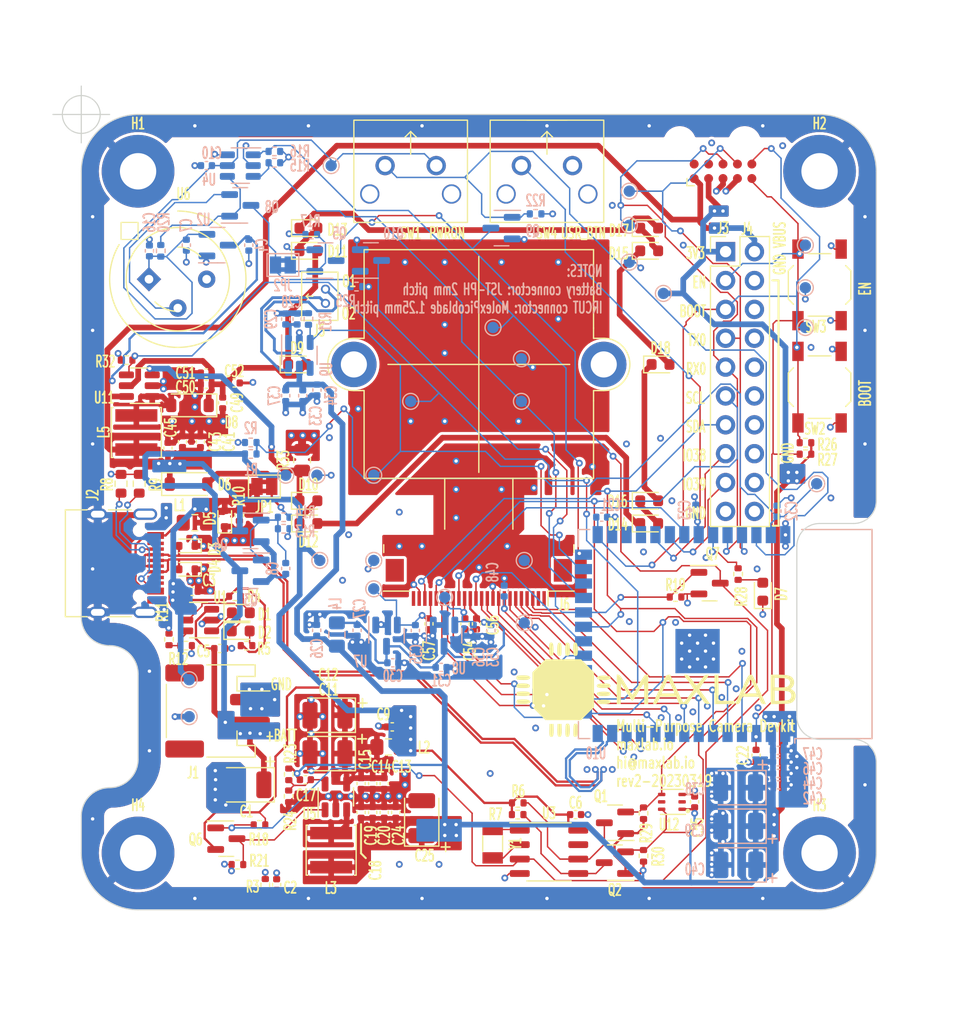
<source format=kicad_pcb>
(kicad_pcb (version 20221018) (generator pcbnew)
  (title_block (title "MaxLab AI Camera PCB") (date "20230319") (rev "rev2"))
  (layers (0 "F.Cu" signal) (1 "In1.Cu" signal) (2 "In2.Cu" signal) (31 "B.Cu" signal) (34 "B.Paste" user) (35 "F.Paste" user) (36 "B.SilkS" user "B.Silkscreen") (37 "F.SilkS" user "F.Silkscreen") (38 "B.Mask" user) (39 "F.Mask" user) (44 "Edge.Cuts" user))
  (net 0 "")
  (net 1 "GND")
  (net 2 "GNDPWR")
  (net 3 "VBUS")
  (net 4 "+BATT")
  (net 5 "/PWR_PIR")
  (net 6 "+3V3")
  (net 7 "/ESP_BOOT")
  (net 8 "/ESP_EN")
  (net 9 "/USR_BTN")
  (net 10 "+2V8")
  (net 11 "+1V2")
  (net 12 "/CAM.PCLK")
  (net 13 "+5V")
  (net 14 "/UD-")
  (net 15 "/UD+")
  (net 16 "/TXD0")
  (net 17 "/RXD0")
  (net 18 "/IO38")
  (net 19 "/IO39")
  (net 20 "Net-(D1-A)")
  (net 21 "Net-(D1-K)")
  (net 22 "/CAM.D4")
  (net 23 "/CAM.D3")
  (net 24 "/CAM.D5")
  (net 25 "/CAM.D2")
  (net 26 "/CAM.D6")
  (net 27 "/CAM.D7")
  (net 28 "/CAM.D8")
  (net 29 "/CAM.MCLK")
  (net 30 "/CAM.D9")
  (net 31 "/CAM.HREF")
  (net 32 "/CAM.PWDN")
  (net 33 "/CAM.VSYNC")
  (net 34 "/CAM.RST")
  (net 35 "/CAM.SCL")
  (net 36 "/CAM.SDA")
  (net 37 "Net-(D2-A)")
  (net 38 "Net-(D2-K)")
  (net 39 "Net-(D7-A)")
  (net 40 "Net-(D10-A)")
  (net 41 "Net-(D11-K)")
  (net 42 "Net-(D10-K)")
  (net 43 "Net-(D11-A)")
  (net 44 "Net-(J2-VBUS-PadA4)")
  (net 45 "Net-(J2-CC1)")
  (net 46 "/PWR_EN")
  (net 48 "Net-(J2-CC2)")
  (net 49 "/BATT_DETECT")
  (net 51 "/PIR_CTRL_LE")
  (net 52 "/PIR_CTRL_D")
  (net 53 "/USR_LED")
  (net 54 "/IRCUT_CTRL")
  (net 55 "/IRLED_PWM")
  (net 58 "Net-(J5-Pin_2)")
  (net 59 "/PWRON_DET")
  (net 60 "Net-(J5-Pin_1)")
  (net 63 "/PIR_OUT")
  (net 65 "Net-(JP2-B)")
  (net 66 "Net-(JP2-A)")
  (net 67 "Net-(Q2-D)")
  (net 68 "Net-(Q5-D)")
  (net 69 "Net-(Q6-D)")
  (net 70 "Net-(Q8-G)")
  (net 71 "Net-(Q8-S)")
  (net 72 "+3.3VA")
  (net 73 "Net-(U5-FB)")
  (net 74 "Net-(U9-CE)")
  (net 75 "Net-(D8-K)")
  (net 76 "Net-(D6-A)")
  (net 77 "Net-(D8-A)")
  (net 78 "Net-(D12-A)")
  (net 79 "Net-(D13-K)")
  (net 80 "Net-(D14-A)")
  (net 81 "Net-(D15-K)")
  (net 82 "Net-(D16-A)")
  (net 83 "Net-(D17-K)")
  (net 84 "Net-(U5-LX)")
  (net 88 "Net-(Q3-G)")
  (net 89 "Net-(Q3-S)")
  (net 90 "Net-(Q6-S)")
  (net 91 "Net-(Q1-D)")
  (net 92 "Net-(U1-PROG)")
  (net 93 "Net-(U3-OSCI)")
  (net 94 "Net-(U3-OSCO)")
  (footprint "Capacitor_SMD:C_0402_1005Metric" (layer "F.Cu") (at 107.192 92)
    (fp_text reference "C5")
    (fp_text value "10u_0402_CL05A105KA5NQNC" hide)
  )
  (footprint "00-kiml-optical:Lite-On_LTR-303ALS-01" (layer "F.Cu") (at 147 105.5 180)
    (fp_text reference "U12")
    (fp_text value "LTR-303ALS-01" hide)
  )
  (footprint "MountingHole:MountingHole_3.2mm_M3_Pad_TopBottom" (layer "F.Cu") (at 100 110)
    (fp_text reference "H4")
    (fp_text value "MountingHole_Pad" hide)
  )
  (footprint "Package_SO:SO-8_3.9x4.9mm_P1.27mm" (layer "F.Cu") (at 136.18 109.9)
    (fp_text reference "U3")
    (fp_text value "PCF85063AT_SO8" hide)
  )
  (footprint "MountingHole:MountingHole_3.2mm_M3_Pad_TopBottom" (layer "F.Cu") (at 100 50)
    (fp_text reference "H1")
    (fp_text value "MountingHole_Pad" hide)
  )
  (footprint "00-kiml-inductor-smd:L_Sunlord_SWPA40xxS" (layer "F.Cu") (at 117 109.75 -90)
    (fp_text reference "L3")
    (fp_text value "10u_SWPA4030S100MT" hide)
  )
  (footprint "Capacitor_SMD:C_0402_1005Metric" (layer "F.Cu") (at 120.654 103.886 -90)
    (fp_text reference "C14")
    (fp_text value "10u_0402_CL05A105KA5NQNC" hide)
  )
  (footprint "Resistor_SMD:R_0603_1608Metric" (layer "F.Cu") (at 100.1 77.5 90)
    (fp_text reference "R9")
    (fp_text value "5.1k_0603_0603WAF5101T5E" hide)
  )
  (footprint "00-kiml-optical:ircut_filter_M12_10mm_noname" (layer "F.Cu") (at 130 67)
    (fp_text reference "REF**" hide)
    (fp_text value "ircut_filter_M12_10mm_noname" hide)
  )
  (footprint "Capacitor_SMD:C_0402_1005Metric" (layer "F.Cu") (at 138.52 106.62)
    (fp_text reference "C6")
    (fp_text value "10u_0402_CL05A105KA5NQNC" hide)
  )
  (footprint "Resistor_SMD:R_0402_1005Metric" (layer "F.Cu") (at 108.75 111.02 180)
    (fp_text reference "R21")
    (fp_text value "215k_0402_0402WGD2153TCE" hide)
  )
  (footprint "Resistor_SMD:R_0603_1608Metric" (layer "F.Cu") (at 98.5 77.5 90)
    (fp_text reference "R8")
    (fp_text value "5.1k_0603_0603WAF5101T5E" hide)
  )
  (footprint "Resistor_SMD:R_0402_1005Metric" (layer "F.Cu") (at 110.69 107.53 180)
    (fp_text reference "R18")
    (fp_text value "215k_0402_0402WGD2153TCE" hide)
  )
  (footprint "Diode_SMD:D_SOD-523" (layer "F.Cu") (at 104.3075 82.97 180)
    (fp_text reference "D3")
    (fp_text value "SOD-523_BSD5C051L" hide)
  )
  (footprint "Button_Switch_SMD:SW_SPST_TL3342" (layer "F.Cu") (at 160 69 -90)
    (fp_text reference "SW2")
    (fp_text value "SW_PB_TS-1187A-B-A-B" hide)
  )
  (footprint "00-kiml-crystal-smd:Crystal_SMD_3215-2Pin_3.2x1.5mm" (layer "F.Cu") (at 131.22 109.18 -90)
    (fp_text reference "Y1")
    (fp_text value "32.768kHz_Q13FC1350000400" hide)
  )
  (footprint "Inductor_SMD:L_0805_2012Metric_Pad1.15x1.40mm_HandSolder" (layer "F.Cu") (at 105 80.93)
    (fp_text reference "L1")
    (fp_text value "0805_FB_220R@100MHz_BLM21PG221SN1D" hide)
  )
  (footprint "Capacitor_SMD:C_0402_1005Metric" (layer "F.Cu") (at 107.45 70.385 -90)
    (fp_text reference "C49")
    (fp_text value "10u_0402_CL05A105KA5NQNC" hide)
  )
  (footprint "LED_SMD:LED_0603_1608Metric" (layer "F.Cu") (at 155 87 90)
    (fp_text reference "D7")
    (fp_text value "0603_RED_KT-0603R" hide)
  )
  (footprint "Resistor_SMD:R_0402_1005Metric" (layer "F.Cu") (at 158.76 73.89)
    (fp_text reference "R26")
    (fp_text value "10k_0402_0402WGF1002TCE" hide)
  )
  (footprint "LED_SMD:LED_0603_1608Metric" (layer "F.Cu") (at 109.036487 90.459099)
    (fp_text reference "D2")
    (fp_text value "0603_GREEN_19-217/GHC-YR1S2/3T" hide)
  )
  (footprint "LED_SMD:LED_0603_1608Metric" (layer "F.Cu") (at 115 81)
    (fp_text reference "D12")
    (fp_text value "0603_IR_850nm_E6C0603IRAC1UDA" hide)
  )
  (footprint "Resistor_SMD:R_0402_1005Metric" (layer "F.Cu") (at 109.55 91.75)
    (fp_text reference "R5")
    (fp_text value "1k_0402_0402WGF1001TCE" hide)
  )
  (footprint "00-kiml-capacitor-tantalum:CP_EIA-3528-15_AVX-H" (layer "F.Cu") (at 109.5375 104 180)
    (fp_text reference "C1")
    (fp_text value "100u_CASE-B-3528_TAJB107K006RNJ" hide)
  )
  (footprint "Resistor_SMD:R_0402_1005Metric" (layer "F.Cu") (at 133.42 106.62)
    (fp_text reference "R7")
    (fp_text value "10k_0402_0402WGF1002TCE" hide)
  )
  (footprint "Capacitor_SMD:C_0402_1005Metric" (layer "F.Cu") (at 129.798 89.831 90)
    (fp_text reference "C56")
    (fp_text value "10u_0402_CL05A105KA5NQNC" hide)
  )
  (footprint "Resistor_SMD:R_0402_1005Metric" (layer "F.Cu") (at 144.5 106.5 90)
    (fp_text reference "R29")
    (fp_text value "10k_0402_0402WGF1002TCE" hide)
  )
  (footprint "00-kiml-button-switch-tht:SW_PB_90deg_K2-1102AQ-H4CW-01" (layer "F.Cu") (at 136 49.5 180)
    (fp_text reference "SW4")
    (fp_text value "SW_PB_90deg_K2-1102AQ-H4CW-01" hide)
  )
  (footprint "00-kiml-capacitor-tantalum:CP_EIA-3528-15_AVX-H" (layer "F.Cu") (at 116.675 101.25 180)
    (fp_text reference "C11")
    (fp_text value "100u_CASE-B-3528_TAJB107K006RNJ" hide)
  )
  (footprint "00-kiml-inductor-smd:L_Sunlord_SWPA40xxS" (layer "F.Cu") (at 99.85 72.99 90)
    (fp_text reference "L5")
    (fp_text value "10u_SWPA4030S100MT" hide)
  )
  (footprint "LED_SMD:LED_0603_1608Metric" (layer "F.Cu") (at 115 57)
    (fp_text reference "D11")
    (fp_text value "0603_IR_850nm_E6C0603IRAC1UDA" hide)
  )
  (footprint "Capacitor_SMD:C_0402_1005Metric" (layer "F.Cu") (at 122.38 98.9)
    (fp_text reference "C9")
    (fp_text value "10u_0402_CL05A105KA5NQNC" hide)
  )
  (footprint "Resistor_SMD:R_0402_1005Metric" (layer "F.Cu") (at 108.92 80.26 -90)
    (fp_text reference "R10")
    (fp_text value "10k_0402_0402WGF1002TCE" hide)
  )
  (footprint "00-kiml-connector-jst:JST_PH_S2B-PH-SM4-TB_1x02-1MP_P2.00mm_Horizontal" (layer "F.Cu") (at 107 97.5 -90)
    (fp_text reference "J1")
    (fp_text value "Conn-01x02_P2mm_NONAME_JST-PH_C47647" hide)
  )
  (footprint "Inductor_SMD:L_0805_2012Metric_Pad1.15x1.40mm_HandSolder" (layer "F.Cu") (at 122.05 100.67 180)
    (fp_text reference "L2")
    (fp_text value "0805_FB_220R@100MHz_BLM21PG221SN1D" hide)
  )
  (footprint "LED_SMD:LED_0603_1608Metric" (layer "F.Cu") (at 145 79)
    (fp_text reference "D16")
    (fp_text value "0603_IR_850nm_E6C0603IRAC1UDA" hide)
  )
  (footprint "Capacitor_SMD:C_0402_1005Metric" (layer "F.Cu") (at 114.73 103.55)
    (fp_text reference "C17")
    (fp_text value "22p_0402_0402CG220J500NT" hide)
  )
  (footprint "Jumper:SolderJumper-2_P1.3mm_Bridged2Bar_Pad1.0x1.5mm" (layer "F.Cu") (at 111.12 77.74 180)
    (fp_text reference "JP1")
    (fp_text value "USB_PWR" hide)
  )
  (footprint "LED_SMD:LED_0603_1608Metric" (layer "F.Cu") (at 115 79)
    (fp_text reference "D10")
    (fp_text value "0603_IR_850nm_E6C0603IRAC1UDA" hide)
  )
  (footprint "Resistor_SMD:R_0402_1005Metric" (layer "F.Cu") (at 113.27 103.08 -90)
    (fp_text reference "R23")
    (fp_text value "976k_0402_0402WGD9763TCE" hide)
  )
  (footprint "Capacitor_SMD:C_0402_1005Metric" (layer "F.Cu") (at 103.91 73.8 -90)
    (fp_text reference "C41")
    (fp_text value "10u_0402_CL05A105KA5NQNC" hide)
  )
  (footprint "LED_SMD:LED_0603_1608Metric" (layer "F.Cu") (at 109.048986 88.859099)
    (fp_text reference "D1")
    (fp_text value "0603_RED_KT-0603R" hide)
  )
  (footprint "Resistor_SMD:R_0402_1005Metric" (layer "F.Cu") (at 113.26 105.01 -90)
    (fp_text reference "R24")
    (fp_text value "215k_0402_0402WGD2153TCE" hide)
  )
  (footprint "Capacitor_SMD:C_0402_1005Metric" (layer "F.Cu") (at 112.2 112.78 -90)
    (fp_text reference "C2")
    (fp_text value "10u_0402_CL05A105KA5NQNC" hide)
  )
  (footprint "Package_TO_SOT_SMD:SOT-23-6" (layer "F.Cu") (at 100.11 68.87 180)
    (fp_text reference "U11")
    (fp_text value "MT9284-28J" hide)
  )
  (footprint "00-kiml-connector-fpc-ffc:Jushuo_AFC01-S24FCC-00_1x24-1MP_P0.50_Horizontal" (layer "F.Cu") (at 130 86 180)
    (fp_text reference "J6")
    (fp_text value "Conn_01x24_FFC_0.5mm_AFC01-S24FCC-00" hide)
  )
  (footprint "LED_SMD:LED_0603_1608Metric" (layer "F.Cu") (at 145 55)
    (fp_text reference "D15")
    (fp_text value "0603_IR_850nm_E6C0603IRAC1UDA" hide)
  )
  (footprint "Package_TO_SOT_SMD:SOT-23" (layer "F.Cu") (at 141.99 107.34 180)
    (fp_text reference "Q1")
    (fp_text value "2N7002" hide)
  )
  (footprint "Resistor_SMD:R_0402_1005Metric" (layer "F.Cu") (at 111.2 112.8 90)
    (fp_text reference "R3")
    (fp_text value "215k_0402_0402WGD2153TCE" hide)
  )
  (footprint "Diode_SMD:D_SOD-523" (layer "F.Cu") (at 107.63 80.57 90)
    (fp_text reference "D5")
    (fp_text value "SOD-523_BSD5C051L" hide)
  )
  (footprint "LED_SMD:LED_0603_1608Metric" (layer "F.Cu") (at 115 55)
    (fp_text reference "D13")
    (fp_text value "0603_IR_850nm_E6C0603IRAC1UDA" hide)
  )
  (footprint "00-kiml-button-switch-tht:SW_PB_90deg_K2-1102AQ-H4CW-01" (layer "F.Cu") (at 124 49.5 180)
    (fp_text reference "SW1")
    (fp_text value "SW_PB_90deg_K2-1102AQ-H4CW-01" hide)
  )
  (footprint "Button_Switch_SMD:SW_SPST_TL3342" (layer "F.Cu") (at 160 60 -90)
    (fp_text reference "SW3")
    (fp_text value "SW_PB_TS-1187A-B-A-B" hide)
  )
  (footprint "Diode_SMD:D_SOD-123" (layer "F.Cu") (at 104.57 70.6 180)
    (fp_text reference "D8")
    (fp_text value "B5819W-SL_SOD-123" hide)
  )
  (footprint "Capacitor_SMD:C_0402_1005Metric" (layer "F.Cu") (at 106 68.75)
    (fp_text reference "C50")
    (fp_text value "10u_0402_CL05A105KA5NQNC" hide)
  )
  (footprint "00-kiml-connector-amphenol:10114829-10102LF" (layer "F.Cu") (at 116 61)
    (fp_text reference "J5")
    (fp_text value "Conn-01x02_P1.25mm_10114829-10102LF" hide)
  )
  (footprint "Resistor_SMD:R_0402_1005Metric" (layer "F.Cu") (at 98.99 66.62)
    (fp_text reference "R32")
    (fp_text value "215k_0402_0402WGD2153TCE" hide)
  )
  (footprint "LED_SMD:LED_0603_1608Metric" (layer "F.Cu") (at 145 57)
    (fp_text reference "D17")
    (fp_text value "0603_IR_850nm_E6C0603IRAC1UDA" hide)
  )
  (footprint "Resistor_SMD:R_0402_1005Metric" (layer "F.Cu") (at 144.5 110.25 90)
    (fp_text reference "R30")
    (fp_text value "10k_0402_0402WGF1002TCE" hide)
  )
  (footprint "Capacitor_SMD:C_0402_1005Metric" (layer "F.Cu") (at 154.41 101.4 90)
    (fp_text reference "C22")
    (fp_text value "10u_0402_CL05A105KA5NQNC" hide)
  )
  (footprint "Capacitor_SMD:C_0402_1005Metric" (layer "F.Cu") (at 122.686 106.426 -90)
    (fp_text reference "C24")
    (fp_text value "10u_0402_CL05A105KA5NQNC" hide)
  )
  (footprint "00-kiml-optical:AS312" (layer "F.Cu") (at 103.5 59.5)
    (fp_text reference "U6")
    (fp_text value "PIR_AS312" hide)
  )
  (footprint "Capacitor_SMD:C_0402_1005Metric" (layer "F.Cu") (at 120.654 106.426 -90)
    (fp_text reference "C19")
    (fp_text value "10u_0402_CL05A105KA5NQNC" hide)
  )
  (footprint "Diode_SMD:D_SOD-523" (layer "F.Cu") (at 104.3075 85.03 180)
    (fp_text reference "D4")
    (fp_text value "SOD-523_BSD5C051L" hide)
  )
  (footprint "Package_TO_SOT_SMD:SOT-23-5" (layer "F.Cu") (at 117.4125 105.0625 90)
    (fp_text reference "U5")
    (fp_text value "SY8089AAAC" hide)
  )
  (footprint "Capacitor_SMD:C_0402_1005Metric" (layer "F.Cu") (at 119.638 106.426 -90)
    (fp_text reference "C18")
    (fp_text value "10u_0402_CL05A105KA5NQNC" hide)
  )
  (footprint "00-kiml-maxlab-logos:maxlab_logo_full_25mm" (layer "F.Cu") (at 145.8 95.6)
    (fp_text reference "G***" hide)
    (fp_text value "LOGO" hide)
  )
  (footprint "Resistor_SMD:R_0402_1005Metric" (layer "F.Cu") (at 102.725 91.2 90)
    (fp_text reference "R11")
    (fp_text value "10k_0402_0402WGF1002TCE" hide)
  )
  (footprint "Capacitor_SMD:C_0402_1005Metric" (layer "F.Cu") (at 121.67 106.426 -90)
    (fp_text reference "C20")
    (fp_text value "10u_0402_CL05A105KA5NQNC" hide)
  )
  (footprint "LED_SMD:LED_0603_1608Metric" (layer "F.Cu") (at 145 81)
    (fp_text reference "D14")
    (fp_text value "0603_IR_850nm_E6C0603IRAC1UDA" hide)
  )
  (footprint "MountingHole:MountingHole_3.2mm_M3_Pad_TopBottom" (layer "F.Cu") (at 160 50)
    (fp_text reference "H2")
    (fp_text value "MountingHole_Pad" hide)
  )
  (footprint "Capacitor_SMD:C_0402_1005Metric" (layer "F.Cu") (at 121.67 103.886 90)
    (fp_text reference "C13")
    (fp_text value "10u_0402_CL05A105KA5NQNC" hide)
  )
  (footprint "Resistor_SMD:R_0402_1005Metric" (layer "F.Cu") (at 133.43 105.59)
    (fp_text reference "R6")
    (fp_text value "10k_0402_0402WGF1002TCE" hide)
  )
  (footprint "Connector_PinHeader_2.54mm:PinHeader_2x10_P2.54mm_Vertical" (layer "F.Cu") (at 151.725 57.075)
    (fp_text reference "J4")
    (fp_text value "Conn-02x10_P2.54mm_B-2100S20P-B110" hide)
  )
  (footprint "Capacitor_SMD:C_0402_1005Metric" (layer "F.Cu") (at 106 67.75)
    (fp_text reference "C51")
    (fp_text value "10u_0402_CL05A105KA5NQNC" hide)
  )
  (footprint "Capacitor_SMD:C_0402_1005Metric" (layer "F.Cu") (at 128.782 89.831 90)
    (fp_text reference "C54")
    (fp_text value "10u_0402_CL05A105KA5NQNC" hide)
  )
  (footprint "Resistor_SMD:R_0402_1005Metric" (layer "F.Cu") (at 152.83 85.45 -90)
    (fp_text reference "R28")
    (fp_text value "1k_0402_0402WGF1001TCE" hide)
  )
  (footprint "Capacitor_SMD:C_0402_1005Metric" (layer "F.Cu") (at 149 105.5 90)
    (fp_text reference "C55")
    (fp_text value "10u_0402_CL05A105KA5NQNC" hide)
  )
  (footprint "LED_SMD:LED_0603_1608Metric" (layer "F.Cu") (at 146 67)
    (fp_text reference "D18")
    (fp_text value "0603_IR_850nm_E6C0603IRAC1UDA" hide)
  )
  (footprint "Diode_SMD:D_SOD-123" (layer "F.Cu") (at 104.44 77.53)
    (fp_text reference "D6")
    (fp_text value "B5819W-SL_SOD-123" hide)
  )
  (footprint "Resistor_SMD:R_0402_1005Metric" (layer "F.Cu") (at 108.523986 87.409099)
    (fp_text reference "R4")
    (fp_text value "1k_0402_0402WGF1001TCE" hide)
  )
  (footprint "Capacitor_SMD:C_0402_1005Metric" (layer "F.Cu") (at 104.775 86.975 180)
    (fp_text reference "C3")
    (fp_text value "10u_0402_CL05A105KA5NQNC" hide)
  )
  (footprint "Resistor_SMD:R_0402_1005Metric" (layer "F.Cu") (at 104.225 91.75)
    (fp_text reference "R12")
    (fp_text value "10k_0402_0402WGF1002TCE" hide)
  )
  (footprint "LED_SMD:LED_0603_1608Metric" (layer "F.Cu") (at 114 67)
    (fp_text reference "D9")
    (fp_text value "0603_IR_850nm_E6C0603IRAC1UDA" hide)
  )
  (footprint "Package_TO_SOT_SMD:SOT-23" (layer "F.Cu") (at 150.3175 86.25)
    (fp_text reference "Q7")
    (fp_text value "2N7002" hide)
  )
  (footprint "00-kiml-connector-usb:USB_C_Receptacle_HRO_TYPE-C-31-M-12" (layer "F.Cu") (at 97.5 84.5 -90)
    (fp_text reference "J2")
    (fp_text value "TYPE-C-31-M-12" hide)
  )
  (footprint "MountingHole:MountingHole_3.2mm_M3_Pad_TopBottom" (layer "F.Cu") (at 160 110)
    (fp_text reference "H3")
    (fp_text value "MountingHole_Pad" hide)
  )
  (footprint "Capacitor_SMD:C_0402_1005Metric" (layer "F.Cu") (at 105.49 73.805 90)
    (fp_text reference "C43")
    (fp_text value "10u_0402_CL05A105KA5NQNC" hide)
  )
  (footprint "Resistor_SMD:R_0402_1005Metric" (layer "F.Cu") (at 147.32 87.47 180)
    (fp_text reference "R19")
    (fp_text value "215k_0402_0402WGD2153TCE" hide)
  )
  (footprint "Capacitor_SMD:C_0402_1005Metric" (layer "F.Cu") (at 119.638 103.886 90)
    (fp_text reference "C15")
    (fp_text value "10u_0402_CL05A105KA5NQNC" hide)
  )
  (footprint "Package_TO_SOT_SMD:SOT-23" (layer "F.Cu") (at 107.77 108.74)
    (fp_text reference "Q6")
    (fp_text value "AO3401A" hide)
  )
  (footprint "Resistor_SMD:R_0402_1005Metric" (layer "F.Cu") (at 158.76 74.9)
    (fp_text reference "R27")
    (fp_text value "10k_0402_0402WGF1002TCE" hide)
  )
  (footprint "Capacitor_SMD:C_0402_1005Metric" (layer "F.Cu") (at 125.607 89.831 90)
    (fp_text reference "C57")
    (fp_text value "10u_0402_CL05A105KA5NQNC" hide)
  )
  (footprint "Package_TO_SOT_SMD:SOT-23" (layer "F.Cu") (at 141.98 110.85 180)
    (fp_text reference "Q2")
    (fp_text value "2N7002" hide)
  )
  (footprint "00-kiml-capacitor-tantalum:CP_EIA-3528-15_AVX-H" (layer "F.Cu") (at 124.972 106.934 90)
    (fp_text reference "C25")
    (fp_text value "100u_CASE-B-3528_TAJB107K006RNJ" hide)
  )
  (footprint "Package_TO_SOT_SMD:SOT-23-6" (layer "F.Cu") (at 105.3375 89.499999 180)
    (fp_text reference "U1")
    (fp_text value "TP4057-42-SOT26-R" hide)
  )
  (footprint "Resistor_SMD:R_0805_2012Metric" (layer "F.Cu") (at 114.44 75.42 90)
    (fp_text reference "R33")
    (fp_text value "2.43R_0805_0805W8F243KT5E" hide)
  )
  (footprint "00-kiml-capacitor-tantalum:CP_EIA-3528-15_AVX-H" (layer "F.Cu") (at 116.675 97.875001 180)
    (fp_text reference "C12")
    (fp_text value "100u_CASE-B-3528_TAJB107K006RNJ" hide)
  )
  (footprint "Connector:Tag-Connect_TC2050-IDC-FP_2x05_P1.27mm_Vertical" (layer "F.Cu") (at 151.5 50)
    (fp_text reference "J3")
    (fp_text value "MAXLAB" hide)
  )
  (footprint "Capacitor_SMD:C_0402_1005Metric" (layer "F.Cu") (at 102.63 74.37 -90)
    (fp_text reference "C45")
    (fp_text value "10u_0402_CL05A105KA5NQNC" hide)
  )
  (footprint "Capacitor_SMD:C_0402_1005Metric" (layer "F.Cu") (at 108.47 68.63 180)
    (fp_text reference "C52")
    (fp_text value "10u_0402_CL05A105KA5NQNC" hide)
  )
  (footprint "Package_TO_SOT_SMD:SOT-23" (layer "B.Cu") (at 116.5 57.86)
    (fp_text reference "Q5")
    (fp_text value "2N7002" hide)
  )
  (footprint "00-kiml-capacitor-tantalum:CP_EIA-3528-15_AVX-H" (layer "B.Cu") (at 152.8375 107.6375 180)
    (fp_text reference "C39")
    (fp_text value "100u_CASE-B-3528_TAJB107K006RNJ" hide)
  )
  (footprint "TestPoint:TestPoint_Pad_D1.0mm" (layer "B.Cu") (at 120.75 76.75 180)
    (fp_text reference "TP10" hide)
    (fp_text value "TestPoint" hide)
  )
  (footprint "Resistor_SMD:R_0402_1005Metric" (layer "B.Cu") (at 109.92 73.87 180)
    (fp_text reference "R2")
    (fp_text value "976k_0402_0402WGD9763TCE" hide)
  )
  (footprint "TestPoint:TestPoint_Pad_D1.0mm" (layer "B.Cu") (at 104.5 98 180)
    (fp_text reference "TP24" hide)
    (fp_text value "TestPoint" hide)
  )
  (footprint "Capacitor_SMD:C_0402_1005Metric" (layer "B.Cu") (at 156.25 79.91 90)
    (fp_text reference "C32")
    (fp_text value "10u_0402_CL05A105KA5NQNC" hide)
  )
  (footprint "00-kiml-rf-module:ESP32-S3-WROOM-1" (layer "B.Cu") (at 151.72 90.73 90)
    (fp_text reference "U10")
    (fp_text value "ESP32-S3-WROOM-1-N16R8" hide)
  )
  (footprint "TestPoint:TestPoint_Pad_D1.0mm" (layer "B.Cu") (at 120.75 84.25 180)
    (fp_text reference "TP17" hide)
    (fp_text value "TestPoint" hide)
  )
  (footprint "Capacitor_SMD:C_0402_1005Metric" (layer "B.Cu") (at 113 63 90)
    (fp_text reference "C29")
    (fp_text value "10u_0402_CL05A105KA5NQNC" hide)
  )
  (footprint "Capacitor_SMD:C_0402_1005Metric" (layer "B.Cu") (at 114.5 69.75 90)
    (fp_text reference "C34")
    (fp_text value "10u_0402_CL05A105KA5NQNC" hide)
  )
  (footprint "Capacitor_SMD:C_0402_1005Metric" (layer "B.Cu") (at 132.2364 86.938 90)
    (fp_text reference "C48")
    (fp_text value "22p_0402_0402CG220J500NT" hide)
  )
  (footprint "TestPoint:TestPoint_Pad_D1.0mm" (layer "B.Cu") (at 134 84.25 180)
    (fp_text reference "TP12" hide)
    (fp_text value "TestPoint" hide)
  )
  (footprint "Resistor_SMD:R_0402_1005Metric" (layer "B.Cu") (at 115 63 -90)
    (fp_text reference "R31")
    (fp_text value "215k_0402_0402WGD2153TCE" hide)
  )
  (footprint "TestPoint:TestPoint_Pad_D1.0mm" (layer "B.Cu") (at 146.25 60.75 180)
    (fp_text reference "TP22" hide)
    (fp_text value "TestPoint" hide)
  )
  (footprint "Capacitor_SMD:C_0402_1005Metric" (layer "B.Cu") (at 109.75 56.5 90)
    (fp_text reference "C4")
    (fp_text value "10u_0402_CL05A105KA5NQNC" hide)
  )
  (footprint "Capacitor_SMD:C_0402_1005Metric" (layer "B.Cu") (at 113 69.75 90)
    (fp_text reference "C37")
    (fp_text value "10u_0402_CL05A105KA5NQNC" hide)
  )
  (footprint "Capacitor_SMD:C_0402_1005Metric" (layer "B.Cu") (at 156.375 101.975)
    (fp_text reference "C46")
    (fp_text value "10u_0402_CL05A105KA5NQNC" hide)
  )
  (footprint "Package_TO_SOT_SMD:SOT-23" (layer "B.Cu") (at 109.9 85.16 180)
    (fp_text reference "Q3")
    (fp_text value "AO3401A" hide)
  )
  (footprint "Capacitor_SMD:C_0402_1005Metric" (layer "B.Cu") (at 101 57 90)
    (fp_text reference "C16")
    (fp_text value "10u_0402_CL05A105KA5NQNC" hide)
  )
  (footprint "Capacitor_SMD:C_0402_1005Metric" (layer "B.Cu") (at 124.4132 90.4219 -90)
    (fp_text reference "C35")
    (fp_text value "10u_0402_CL05A105KA5NQNC" hide)
  )
  (footprint "Resistor_SMD:R_0402_1005Metric" (layer "B.Cu") (at 135 53.75 180)
    (fp_text reference "R22")
    (fp_text value "215k_0402_0402WGD2153TCE" hide)
  )
  (footprint "Capacitor_SMD:C_0402_1005Metric" (layer "B.Cu") (at 106.02 49.5 180)
    (fp_text reference "C10")
    (fp_text value "10u_0402_CL05A105KA5NQNC" hide)
  )
  (footprint "00-kiml-capacitor-tantalum:CP_EIA-3528-15_AVX-H" (layer "B.Cu") (at 152.85 111.05 180)
    (fp_text reference "C40")
    (fp_text value "100u_CASE-B-3528_TAJB107K006RNJ" hide)
  )
  (footprint "TestPoint:TestPoint_Pad_D1.0mm" (layer "B.Cu") (at 117 49.5 180)
    (fp_text reference "TP13" hide)
    (fp_text value "TestPoint" hide)
  )
  (footprint "Package_TO_SOT_SMD:SOT-23" (layer "B.Cu") (at 126.9402 90.8724 -90)
    (fp_text reference "U8")
    (fp_text value "RT9166-12GVL" hide)
  )
  (footprint "TestPoint:TestPoint_Pad_D1.0mm" (layer "B.Cu") (at 143.25 51.75 180)
    (fp_text reference "TP4" hide)
    (fp_text value "TestPoint" hide)
  )
  (footprint "TestPoint:TestPoint_Pad_D1.0mm" (layer "B.Cu") (at 158.75 56.5 180)
    (fp_text reference "TP1" hide)
    (fp_text value "TestPoint" hide)
  )
  (footprint "Capacitor_SMD:C_0402_1005Metric" (layer "B.Cu") (at 140.82 80.44 180)
    (fp_text reference "C21")
    (fp_text value "10u_0402_CL05A105KA5NQNC" hide)
  )
  (footprint "Capacitor_SMD:C_0402_1005Metric" (layer "B.Cu") (at 115.7264 90.3988 90)
    (fp_text reference "C26")
    (fp_text value "10u_0402_CL05A105KA5NQNC" hide)
  )
  (footprint "Resistor_SMD:R_0402_1005Metric" (layer "B.Cu") (at 112 48.25 180)
    (fp_text reference "R16")
    (fp_text value "215k_0402_0402WGD2153TCE" hide)
  )
  (footprint "Resistor_SMD:R_0402_1005Metric" (layer "B.Cu") (at 115.25 55.57)
    (fp_text reference "R17")
    (fp_text value "215k_0402_0402WGD2153TCE" hide)
  )
  (footprint "Capacitor_SMD:C_0402_1005Metric" (layer "B.Cu") (at 115.75 69.25 90)
    (fp_text reference "C33")
    (fp_text value "10u_0402_CL05A105KA5NQNC" hide)
  )
  (footprint "Package_TO_SOT_SMD:SOT-23" (layer "B.Cu") (at 107 56.5)
    (fp_text reference "U2")
    (fp_text value "XC6206-2.8V" hide)
  )
  (footprint "Capacitor_SMD:C_0402_1005Metric" (layer "B.Cu") (at 156.375 100.975)
    (fp_text reference "C47")
    (fp_text value "10u_0402_CL05A105KA5NQNC" hide)
  )
  (footprint "TestPoint:TestPoint_Pad_D1.0mm" (layer "B.Cu") (at 104.5 94.75 180)
    (fp_text reference "TP23" hide)
    (fp_text value "TestPoint" hide)
  )
  (footprint "Jumper:SolderJumper-2_P1.3mm_Bridged2Bar_Pad1.0x1.5mm" (layer "B.Cu") (at 112.75 58.25)
    (fp_text reference "JP2")
    (fp_text value "PIR" hide)
  )
  (footprint "Package_TO_SOT_SMD:SOT-23" (layer "B.Cu") (at 109 53)
    (fp_text reference "Q8")
    (fp_text value "AO3401A" hide)
  )
  (footprint "Package_TO_SOT_SMD:SOT-23-6" (layer "B.Cu") (at 109 49.5 180)
    (fp_text reference "U4")
    (fp_text value "SOT-23-6_SN74LVC1G373DBVR_TI" hide)
  )
  (footprint "Resistor_SMD:R_0402_1005Metric" (layer "B.Cu") (at 112 49.25 180)
    (fp_text reference "R15")
    (fp_text value "215k_0402_0402WGD2153TCE" hide)
  )
  (footprint "TestPoint:TestPoint_Pad_D1.0mm" (layer "B.Cu") (at 159.75 77.5 180)
    (fp_text reference "TP11" hide)
    (fp_text value "TestPoint" hide)
  )
  (footprint "Capacitor_SMD:C_0402_1005Metric" (layer "B.Cu") (at 119.2824 90.3988 -90)
    (fp_text reference "C27")
    (fp_text value "10u_0402_CL05A105KA5NQNC" hide)
  )
  (footprint "TestPoint:TestPoint_Pad_D1.0mm" (layer "B.Cu") (at 131.25 63.75 180)
    (fp_text reference "TP7" hide)
    (fp_text value "TestPoint" hide)
  )
  (footprint "TestPoint:TestPoint_Pad_D1.0mm" (layer "B.Cu") (at 113 76.75 180)
    (fp_text reference "TP19" hide)
    (fp_text value "TestPoint" hide)
  )
  (footprint "Resistor_SMD:R_0402_1005Metric" (layer "B.Cu") (at 112.82 81.46)
    (fp_text reference "R13")
    (fp_text value "215k_0402_0402WGD2153TCE" hide)
  )
  (footprint "Resistor_SMD:R_0402_1005Metric" (layer "B.Cu") (at 102 57 90)
    (fp_text reference "R20")
    (fp_text value "10k_0402_0402WGF1002TCE" hide)
  )
  (footprint "Resistor_SMD:R_0402_1005Metric" (layer "B.Cu") (at 112.82 80.45 180)
    (fp_text reference "R14")
    (fp_text value "10k_0402_0402WGF1002TCE" hide)
  )
  (footprint "Capacitor_SMD:C_0402_1005Metric" (layer "B.Cu") (at 156.4 104)
    (fp_text reference "C42")
    (fp_text value "10u_0402_CL05A105KA5NQNC" hide)
  )
  (footprint "Capacitor_SMD:C_0402_1005Metric" (layer "B.Cu") (at 126.6862 93.6664)
    (fp_text reference "C31")
    (fp_text value "10u_0402_CL05A105KA5NQNC" hide)
  )
  (footprint "TestPoint:TestPoint_Pad_D1.0mm" (layer "B.Cu") (at 158.75 60.25 180)
    (fp_text reference "TP3" hide)
    (fp_text value "TestPoint" hide)
  )
  (footprint "Capacitor_SMD:C_0402_1005Metric" (layer "B.Cu") (at 104.25 56.5 -90)
    (fp_text reference "C7")
    (fp_text value "10u_0402_CL05A105KA5NQNC" hide)
  )
  (footprint "Capacitor_SMD:C_0402_1005Metric" (layer "B.Cu") (at 149.102 79.826 -90)
    (fp_text reference "C23")
    (fp_text value "10u_0402_CL05A105KA5NQNC" hide)
  )
  (footprint "Capacitor_SMD:C_0402_1005Metric" (layer "B.Cu") (at 156.375 103)
    (fp_text reference "C44")
    (fp_text value "10u_0402_CL05A105KA5NQNC" hide)
  )
  (footprint "Capacitor_SMD:C_0402_1005Metric" (layer "B.Cu") (at 122.432 93.26)
    (fp_text reference "C30")
    (fp_text value "10u_0402_CL05A105KA5NQNC" hide)
  )
  (footprint "TestPoint:TestPoint_Pad_D1.0mm" (layer "B.Cu") (at 133.75 66.5 180)
    (fp_text reference "TP9" hide)
    (fp_text value "TestPoint" hide)
  )
  (footprint "TestPoint:TestPoint_Pad_D1.0mm" (layer "B.Cu") (at 124 70.25 180)
    (fp_text reference "TP14" hide)
    (fp_text value "TestPoint" hide)
  )
  (footprint "Capacitor_SMD:C_0402_1005Metric" (layer "B.Cu") (at 114 63 90)
    (fp_text reference "C28")
    (fp_text value "10u_0402_CL05A105KA5NQNC" hide)
  )
  (footprint "00-kiml-capacitor-tantalum:CP_EIA-3528-15_AVX-H" (layer "B.Cu") (at 152.825 104.25 180)
    (fp_text reference "C38")
    (fp_text value "100u_CASE-B-3528_TAJB107K006RNJ" hide)
  )
  (footprint "Package_TO_SOT_SMD:SOT-23-6" (layer "B.Cu") (at 114.2 66.2 -90)
    (fp_text reference "U9")
    (fp_text value "AP1511B" hide)
  )
  (footprint "Package_TO_SOT_SMD:SOT-23" (layer "B.Cu") (at 132 55 180)
    (fp_text reference "Q9")
    (fp_text value "2N7002" hide)
  )
  (footprint "Inductor_SMD:L_0805_2012Metric_Pad1.15x1.40mm_HandSolder" (layer "B.Cu") (at 117.5044 90.7708 90)
    (fp_text reference "L4")
    (fp_text value "0805_FB_220R@100MHz_BLM21PG221SN1D" hide)
  )
  (footprint "TestPoint:TestPoint_Pad_D1.0mm" (layer "B.Cu") (at 158.75 63.75 180)
    (fp_text reference "TP2" hide)
    (fp_text value "TestPoint" hide)
  )
  (footprint "TestPoint:TestPoint_Pad_D1.0mm" (layer "B.Cu") (at 120.75 86.75 180)
    (fp_text reference "TP18" hide)
    (fp_text value "TestPoint" hide)
  )
  (footprint "TestPoint:TestPoint_Pad_D1.0mm" (layer "B.Cu") (at 115.75 76.75 180)
    (fp_text reference "TP20" hide)
    (fp_text value "TestPoint" hide)
  )
  (footprint "Capacitor_SMD:C_0402_1005Metric" (layer "B.Cu") (at 129.5122 90.4129 -90)
    (fp_text reference "C36")
    (fp_text value "10u_0402_CL05A105KA5NQNC" hide)
  )
  (footprint "TestPoint:TestPoint_Pad_D1.0mm" (layer "B.Cu") (at 143.25 54.75 180)
    (fp_text reference "TP5" hide)
    (fp_text value "TestPoint" hide)
  )
  (footprint "Resistor_SMD:R_0402_1005Metric" (layer "B.Cu") (at 119.23 60.15 180)
    (fp_text reference "R25")
    (fp_text value "215k_0402_0402WGD2153TCE" hide)
  )
  (footprint "TestPoint:TestPoint_Pad_D1.0mm" (layer "B.Cu") (at 134 89.75 180)
    (fp_text reference "TP15" hide)
    (fp_text value "TestPoint" hide)
  )
  (footprint "Capacitor_SMD:C_0402_1005Metric" (layer "B.Cu") (at 113 84.96 -90)
    (fp_text reference "C8")
    (fp_text value "10u_0402_CL05A105KA5NQNC" hide)
  )
  (footprint "Capacitor_SMD:C_0402_1005Metric" (layer "B.Cu") (at 131.068 90.4152 -90)
    (fp_text reference "C53")
    (fp_text value "10u_0402_CL05A105KA5NQNC" hide)
  )
  (footprint "Package_TO_SOT_SMD:SOT-23" (layer "B.Cu") (at 121.8732 90.8724 -90)
    (fp_text reference "U7")
    (fp_text value "XC6206-2.8V" hide)
  )
  (footprint "Package_TO_SOT_SMD:SOT-23" (layer "B.Cu") (at 120.5 57.85)
    (fp_text reference "Q10")
    (fp_text value "2N7002" hide)
  )
  (footprint "TestPoint:TestPoint_Pad_D1.0mm" (layer "B.Cu") (at 143.25 58 180)
    (fp_text reference "TP6" hide)
    (fp_text value "TestPoint" hide)
  )
  (footprint "TestPoint:TestPoint_Pad_D1.0mm" (layer "B.Cu") (at 116 84.25 180)
    (fp_text reference "TP21" hide)
    (fp_text value "TestPoint" hide)
  )
  (footprint "TestPoint:TestPoint_Pad_D1.0mm" (layer "B.Cu") (at 133.75 70.25 180)
    (fp_text reference "TP8" hide)
    (fp_text value "TestPoint" hide)
  )
  (footprint "Resistor_SMD:R_0402_1005Metric" (layer "B.Cu") (at 109.92 74.88)
    (fp_text reference "R1")
    (fp_text value "976k_0402_0402WGD9763TCE" hide)
  )
  (footprint "TestPoint:TestPoint_Pad_D1.0mm" (layer "B.Cu") (at 127 87.5 180)
    (fp_text reference "TP16" hide)
    (fp_text value "TestPoint" hide)
  )
  (footprint "Package_TO_SOT_SMD:SOT-23" (layer "B.Cu") (at 109.9 81.65 180)
    (fp_text reference "Q4")
    (fp_text value "AO3401A" hide)
  )
  (gr_line (start 156.388 59.6) (end 156.388 81.2) (stroke (width 0.1778)) (layer "F.SilkS"))
  (gr_line (start 155.88 81.2) (end 156.388 81.2) (stroke (width 0.1778)) (layer "F.SilkS"))
  (gr_line (start 155.846 59.6) (end 156.354 59.6) (stroke (width 0.1778)) (layer "F.SilkS"))
  (gr_line (start 119.63 110.03) (end 119.63 107.47) (stroke (width 0.1778)) (layer "F.SilkS"))
  (gr_line (start 120.05 110.45) (end 119.63 110.03) (stroke (width 0.1778)) (layer "F.SilkS"))
  (gr_arc (start 160 45) (mid 163.535534 46.464466) (end 165 50) (stroke (width 0.1)) (layer "Edge.Cuts"))
  (gr_arc (start 97.5 91.75) (mid 95.732233 91.017767) (end 95 89.25) (stroke (width 0.1)) (layer "Edge.Cuts"))
  (gr_line (start 165 102) (end 165 110) (stroke (width 0.1)) (layer "Edge.Cuts"))
  (gr_line (start 100 45) (end 160 45) (stroke (width 0.1)) (layer "Edge.Cuts"))
  (gr_arc (start 160 100) (mid 158.585786 99.414214) (end 158 98) (stroke (width 0.1)) (layer "Edge.Cuts"))
  (gr_arc (start 95 106.75) (mid 95.732233 104.982233) (end 97.5 104.25) (stroke (width 0.1)) (layer "Edge.Cuts"))
  (gr_line (start 162.999999 80.999999) (end 160 80.999999) (stroke (width 0.1)) (layer "Edge.Cuts"))
  (gr_arc (start 95 50) (mid 96.464466 46.464466) (end 100 45) (stroke (width 0.1)) (layer "Edge.Cuts"))
  (gr_arc (start 163 100) (mid 164.414214 100.585786) (end 165 102) (stroke (width 0.1)) (layer "Edge.Cuts"))
  (gr_line (start 95 89.25) (end 95 50) (stroke (width 0.1)) (layer "Edge.Cuts"))
  (gr_arc (start 97.5 91.75) (mid 99.267767 92.482233) (end 100 94.25) (stroke (width 0.1)) (layer "Edge.Cuts"))
  (gr_arc (start 158 83) (mid 158.585786 81.585786) (end 160 81) (stroke (width 0.1)) (layer "Edge.Cuts"))
  (gr_line (start 160 100) (end 163 100) (stroke (width 0.1)) (layer "Edge.Cuts"))
  (gr_arc (start 165 110) (mid 163.535534 113.535534) (end 160 115) (stroke (width 0.1)) (layer "Edge.Cuts"))
  (gr_line (start 100 101.75) (end 100 94.25) (stroke (width 0.1)) (layer "Edge.Cuts"))
  (gr_line (start 95 106.75) (end 95 110) (stroke (width 0.1)) (layer "Edge.Cuts"))
  (gr_line (start 165 50) (end 165 78.999999) (stroke (width 0.1)) (layer "Edge.Cuts"))
  (gr_arc (start 100 115) (mid 96.464466 113.535534) (end 95 110) (stroke (width 0.1)) (layer "Edge.Cuts"))
  (gr_line (start 160 115) (end 100 115) (stroke (width 0.1)) (layer "Edge.Cuts"))
  (gr_arc (start 100 101.75) (mid 99.267767 103.517767) (end 97.5 104.25) (stroke (width 0.1)) (layer "Edge.Cuts"))
  (gr_arc (start 164.999999 78.999999) (mid 164.414213 80.414213) (end 162.999999 80.999999) (stroke (width 0.1)) (layer "Edge.Cuts"))
  (gr_line (start 158 83) (end 158 98) (stroke (width 0.1)) (layer "Edge.Cuts"))
  (gr_text locked "NOTES:\nBattery connector: JST-PH 2mm pitch\nIRCUT connector: MolexPicoblade 1.25mm pitch \n" (at 140.97 60.39) (layer "B.SilkS") (effects (font (size 1 0.6)) (justify left mirror)))
  (gr_text "BOOT" (at 164.008 68.288 90) (layer "F.SilkS") (effects (font (size 1 0.6)) (justify right)))
  (gr_text "SDA" (at 150.038 72.48) (layer "F.SilkS") (effects (font (size 1 0.6)) (justify right)))
  (gr_text "3V3" (at 150 57.2) (layer "F.SilkS") (effects (font (size 1 0.6)) (justify right)))
  (gr_text "GND" (at 156.5 58.2 90) (layer "F.SilkS") (effects (font (size 1 0.6))))
  (gr_text "EN" (at 150.1 59.78) (layer "F.SilkS") (effects (font (size 1 0.6)) (justify right)))
  (gr_text "O2" (at 117.85 63.11) (layer "F.SilkS") (effects (font (size 1 0.6) (thickness 0.15) bold) (justify left bottom)))
  (gr_text "VBUS" (at 156.5 55.6 90) (layer "F.SilkS") (effects (font (size 1 0.6))))
  (gr_text "EN" (at 164.008 59.652 90) (layer "F.SilkS") (effects (font (size 1 0.6)) (justify right)))
  (gr_text "IO39" (at 150.1 77.56) (layer "F.SilkS") (effects (font (size 1 0.6)) (justify right)))
  (gr_text "SCL" (at 149.988 69.957) (layer "F.SilkS") (effects (font (size 1 0.6)) (justify right)))
  (gr_text "GND" (at 157.2 74.8 90) (layer "F.SilkS") (effects (font (size 1 0.6))))
  (gr_text "BOOT\n" (at 150.1 62.32) (layer "F.SilkS") (effects (font (size 1 0.6)) (justify right)))
  (gr_text "Multi-Purpose Camera Devkit\nmaxlab.io\nhi@maxlab.io\n${REVISION}-${ISSUE_DATE}" (at 142 101.25) (layer "F.SilkS") (effects (font (size 1 0.7)) (justify left)))
  (gr_text "O1" (at 117.89 60.26) (layer "F.SilkS") (effects (font (size 1 0.6) (thickness 0.15) bold) (justify left bottom)))
  (gr_text "RX0" (at 150.1 67.4) (layer "F.SilkS") (effects (font (size 1 0.6)) (justify right)))
  (gr_text "TX0" (at 150.1 64.86) (layer "F.SilkS") (effects (font (size 1 0.6)) (justify right)))
  (gr_text "+BATT" (at 111.125 100.25) (layer "F.SilkS") (effects (font (size 1 0.6) (thickness 0.15) bold) (justify left bottom)))
  (gr_text "IO38" (at 150.1 75.02) (layer "F.SilkS") (effects (font (size 1 0.6)) (justify right)))
  (gr_text "GND" (at 111.6 95.74) (layer "F.SilkS") (effects (font (size 1 0.6) (thickness 0.15) bold) (justify left bottom)))
  (gr_text "GND" (at 150.1 80.1) (layer "F.SilkS") (effects (font (size 1 0.6)) (justify right)))
  (target plus (at 95 45) (size 5) (width 0.1) (layer "Edge.Cuts"))
  (segment (start 161.325 72.15) (end 160.95 72.525) (width 0.127) (layer "F.Cu") (net 1))
  (segment (start 112.2 112.3) (end 112.2 111.75) (width 0.127) (layer "F.Cu") (net 1))
  (segment (start 105 82.25) (end 105 82.9625) (width 0.127) (layer "F.Cu") (net 1))
  (segment (start 161.325 56.85) (end 161.025 56.55) (width 0.127) (layer "F.Cu") (net 1))
  (segment (start 147.9 104.85) (end 148.83 104.85) (width 0.127) (layer "F.Cu") (net 1))
  (segment (start 161.9 65.85) (end 161.325 65.85) (width 0.127) (layer "F.Cu") (net 1))
  (segment (start 148.35 87.2) (end 148.1 87.2) (width 0.127) (layer "F.Cu") (net 1))
  (segment (start 113.26 105.52) (end 113.78 105) (width 0.127) (layer "F.Cu") (net 1))
  (segment (start 110.06 68.63) (end 110.11 68.58) (width 0.25) (layer "F.Cu") (net 1))
  (segment (start 129.31 90.311) (end 129.31 90.55) (width 0.127) (layer "F.Cu") (net 1))
  (segment (start 103.11 73.89) (end 102.63 73.89) (width 0.5) (layer "F.Cu") (net 1))
  (segment (start 105.0075 85.03) (end 105.0075 85.6825) (width 0.127) (layer "F.Cu") (net 1))
  (segment (start 129.31 90.311) (end 128.782 90.311) (width 0.127) (layer "F.Cu") (net 1))
  (segment (start 102.725 90.225) (end 102.7 90.2) (width 0.127) (layer "F.Cu") (net 1))
  (segment (start 103.91 73.09) (end 103.11 73.89) (width 0.5) (layer "F.Cu") (net 1))
  (segment (start 102.228237 68.485458) (end 102.229838 68.485458) (width 0.127) (layer "F.Cu") (net 1))
  (segment (start 131.25 87.6) (end 131.25 86.55) (width 0.127) (layer "F.Cu") (net 1))
  (segment (start 154.41 102.175) (end 153.905 102.175) (width 0.127) (layer "F.Cu") (net 1))
  (segment (start 125.607 90.311) (end 125.607 90.557) (width 0.127) (layer "F.Cu") (net 1))
  (segment (start 148.35 87.2) (end 148.35 87.975) (width 0.127) (layer "F.Cu") (net 1))
  (segment (start 105.0075 85.6825) (end 105.35 86.025) (width 0.127) (layer "F.Cu") (net 1))
  (segment (start 98.48 66.269062) (end 98.240938 66.03) (width 0.127) (layer "F.Cu") (net 1))
  (segment (start 129.28 90.58) (end 129.051 90.58) (width 0.127) (layer "F.Cu") (net 1))
  (segment (start 129.798 90.311) (end 129.31 90.311) (width 0.127) (layer "F.Cu") (net 1))
  (segment (start 98.48 66.62) (end 98.48 66.269062) (width 0.127) (layer "F.Cu") (net 1))
  (segment (start 133.605 111.805) (end 132.685 111.805) (width 0.127) (layer "F.Cu") (net 1))
  (segment (start 104.735 91.75) (end 104.735 92.415) (width 0.127) (layer "F.Cu") (net 1))
  (segment (start 149 105.02) (end 149 104.5) (width 0.127) (layer "F.Cu") (net 1))
  (segment (start 101.75 87.75) (end 102.3 88.3) (width 0.5) (layer "F.Cu") (net 1))
  (segment (start 151.5 51.1565) (end 151.5 50.635) (width 0.5) (layer "F.Cu") (net 1))
  (segment (start 106.475 89.499999) (end 105.956715 89.499999) (width 0.5) (layer "F.Cu") (net 1))
  (segment (start 161.9 63.15) (end 161 63.15) (width 0.127) (layer "F.Cu") (net 1))
  (segment (start 108.24 111.02) (end 108.24 111.56) (width 0.127) (layer "F.Cu") (net 1))
  (segment (start 105.956715 89.499999) (end 105.621692 89.835022) (width 0.5) (layer "F.Cu") (net 1))
  (segment (start 111.2 112.29) (end 111.2 111.7) (width 0.127) (layer "F.Cu") (net 1))
  (segment (start 153.905 102.175) (end 153.74 102.01) (width 0.127) (layer "F.Cu") (net 1))
  (segment (start 106.475 89.499999) (end 106.986752 89.499999) (width 0.5) (layer "F.Cu") (net 1))
  (segment (start 161.9 56.85) (end 161.325 56.85) (width 0.127) (layer "F.Cu") (net 1))
  (segment (start 98.5 76.675) (end 97.65 76.675) (width 0.127) (layer "F.Cu") (net 1))
  (segment (start 149.38 87.2) (end 148.35 87.2) (width 0.127) (layer "F.Cu") (net 1))
  (segment (start 105.0075 85.03) (end 105.0075 85.6675) (width 0.127) (layer "F.Cu") (net 1))
  (segment (start 97.65 76.675) (end 97.625 76.65) (width 0.127) (layer "F.Cu") (net 1))
  (segment (start 102.3 88.575) (end 102.3 88.5) (width 0.127) (layer "F.Cu") (net 1))
  (segment (start 148.1 87.2) (end 147.83 87.47) (width 0.127) (layer "F.Cu") (net 1))
  (segment (start 102.234026 69.150065) (end 101.953961 68.87) (width 0.127) (layer "F.Cu") (net 1))
  (segment (start 129.529 90.58) (end 129.798 90.311) (width 0.127) (layer "F.Cu") (net 1))
  (segment (start 161.9 72.15) (end 161.325 72.15) (width 0.127) (layer "F.Cu") (net 1))
  (segment (start 109.245 68.63) (end 110.06 68.63) (width 0.25) (layer "F.Cu") (net 1))
  (segment (start 124.75 87.6) (end 124.75 86.85) (width 0.127) (layer "F.Cu") (net 1))
  (segment (start 98.5 76.675) (end 100.1 76.675) (width 0.127) (layer "F.Cu") (net 1))
  (segment (start 132.685 111.805) (end 132.29 112.2) (width 0.127) (layer "F.Cu") (net 1))
  (segment (start 121.9 98.9) (end 121.256 98.9) (width 0.5) (layer "F.Cu") (net 1))
  (segment (start 148.35 87.975) (end 148.375 88) (width 0.127) (layer "F.Cu") (net 1))
  (segment (start 155 87.7875) (end 155 89) (width 0.127) (layer "F.Cu") (net 1))
  (segment (start 125.607 90.493) (end 125.21 90.89) (width 0.127) (layer "F.Cu") (net 1))
  (segment (start 161.325 65.85) (end 161.125 65.65) (width 0.127) (layer "F.Cu") (net 1))
  (segment (start 139 106.62) (end 139.61 106.62) (width 0.127) (layer "F.Cu") (net 1))
  (segment (start 113.78 105) (end 116.75 105) (width 0.127) (layer "F.Cu") (net 1))
  (segment (start 102.725 90.69) (end 102.725 90.225) (width 0.127) (layer "F.Cu") (net 1))
  (segment (start 125.607 90.557) (end 125.93 90.88) (width 0.127) (layer "F.Cu") (net 1))
  (segment (start 131.25 86.55) (end 131.225 86.525) (width 0.127) (layer "F.Cu") (net 1))
  (segment (start 101.725 81.25) (end 102.475 80.5) (width 0.5) (layer "F.Cu") (net 1))
  (segment (start 101.545 87.75) (end 101.2665 88.0285) (width 0.127) (layer "F.Cu") (net 1))
  (segment (start 129.31 90.55) (end 129.28 90.58) (width 0.127) (layer "F.Cu") (net 1))
  (segment (start 104.735 92.415) (end 104.7 92.45) (width 0.127) (layer "F.Cu") (net 1))
  (segment (start 107.65 111.02) (end 107.61 110.98) (width 0.127) (layer "F.Cu") (net 1))
  (segment (start 101.843695 68.87) (end 102.228237 68.485458) (width 0.127) (layer "F.Cu") (net 1))
  (segment (start 161 63.15) (end 160.975 63.125) (width 0.127) (layer "F.Cu") (net 1))
  (segment (start 152.77 50.73) (end 151.75 51.75) (width 0.5) (layer "F.Cu") (net 1))
  (segment (start 101.545 81.25) (end 101.2665 80.9715) (width 0.127) (layer "F.Cu") (net 1))
  (segment (start 102.3 88.5) (end 101.55 87.75) (width 0.127) (layer "F.Cu") (net 1))
  (segment (start 105.0075 85.6675) (end 104.6 86.075) (width 0.127) (layer "F.Cu") (net 1))
  (segment (start 106.3 86.975) (end 106.35 86.925) (width 0.127) (layer "F.Cu") (net 1))
  (segment (start 129.051 90.58) (end 128.782 90.311) (width 0.127) (layer "F.Cu") (net 1))
  (segment (start 106.986752 89.499999) (end 107.306655 89.180096) (width 0.5) (layer "F.Cu") (net 1))
  (segment (start 107.71 91.99) (end 108.2495 91.99) (width 0.127) (layer "F.Cu") (net 1))
  (segment (start 101.953961 68.87) (end 101.2475 68.87) (width 0.127) (layer "F.Cu") (net 1))
  (segment (start 102.3 88.3) (end 102.3 88.575) (width 0.5) (layer "F.Cu") (net 1))
  (segment (start 105.325 86.05) (end 105.35 86.025) (width 0.127) (layer "F.Cu") (net 1))
  (segment (start 121.256 98.9) (end 121.162 98.806) (width 0.5) (layer "F.Cu") (net 1))
  (segment (start 150.9065 51.75) (end 151.5 51.1565) (width 0.5) (layer "F.Cu") (net 1))
  (segment (start 108.24 111.02) (end 107.65 111.02) (width 0.127) (layer "F.Cu") (net 1))
  (segment (start 105.55 86.975) (end 105.55 86.225) (width 0.127) (layer "F.Cu") (net 1))
  (segment (start 105.55 86.225) (end 105.35 86.025) (width 0.127) (layer "F.Cu") (net 1))
  (segment (start 108.24 111.56) (end 108.225 111.575) (width 0.127) (layer "F.Cu") (net 1))
  (segment (start 129.28 90.58) (end 129.529 90.58) (width 0.127) (layer "F.Cu") (net 1))
  (segment (start 124.75 86.85) (end 124.275 86.375) (width 0.127) (layer "F.Cu") (net 1))
  (segment (start 105.55 86.975) (end 106.3 86.975) (width 0.127) (layer "F.Cu") (net 1))
  (via (at 153.74 102.01) (size 0.6) (drill 0.3) (layers "F.Cu" "B.Cu") (net 1))
  (via (at 123.5 104) (size 0.6) (drill 0.3) (layers "F.Cu" "B.Cu") (net 1))
  (via (at 101 56) (size 0.6) (drill 0.3) (layers "F.Cu" "B.Cu") (net 1))
  (via (at 134.85 77.87) (size 0.6) (drill 0.3) (layers "F.Cu" "B.Cu") (net 1))
  (via (at 123.469205 103.05) (size 0.6) (drill 0.3) (layers "F.Cu" "B.Cu") (net 1))
  (via (at 106.75 48.5) (size 0.6) (drill 0.3) (layers "F.Cu" "B.Cu") (net 1))
  (via (at 108.5 82.5) (size 0.6) (drill 0.3) (layers "F.Cu" "B.Cu") (net 1))
  (via (at 117 76.75) (size 0.6) (drill 0.3) (layers "F.Cu" "B.Cu") (net 1))
  (via (at 121 105) (size 0.6) (drill 0.3) (layers "F.Cu" "B.Cu") (net 1))
  (via (at 106.8 104.4) (size 0.6) (drill 0.3) (layers "F.Cu" "B.Cu") (net 1))
  (via (at 159.25 65.5) (size 0.6) (drill 0.3) (layers "F.Cu" "B.Cu") (net 1))
  (via (at 157.5 102) (size 0.6) (drill 0.3) (layers "F.Cu" "B.Cu") (net 1))
  (via (at 151.5 109) (size 0.6) (drill 0.3) (layers "F.Cu" "B.Cu") (net 1))
  (via (at 105.35 86.025) (size 0.6) (drill 0.3) (layers "F.Cu" "B.Cu") (net 1))
  (via (at 148 56.5) (size 0.6) (drill 0.3) (layers "F.Cu" "B.Cu") (net 1))
  (via (at 132 78) (size 0.6) (drill 0.3) (layers "F.Cu" "B.Cu") (net 1))
  (via (at 128 75.5) (size 0.6) (drill 0.3) (layers "F.Cu" "B.Cu") (net 1))
  (via (at 146 73.5) (size 0.6) (drill 0.3) (layers "F.Cu" "B.Cu") (net 1))
  (via (at 113.25 48.75) (size 0.6) (drill 0.3) (layers "F.Cu" "B.Cu") (net 1))
  (via (at 129.5122 91.44) (size 0.6) (drill 0.3) (layers "F.Cu" "B.Cu") (net 1))
  (via (at 127.896917 93.779083) (size 0.6) (drill 0.3) (layers "F.Cu" "B.Cu") (net 1))
  (via (at 106 58) (size 0.6) (drill 0.3) (layers "F.Cu" "B.Cu") (net 1))
  (via (at 150.5 111.9255) (size 0.6) (drill 0.3) (layers "F.Cu" "B.Cu") (net 1))
  (via (at 150.5 47.5) (size 0.6) (drill 0.3) (layers "F.Cu" "B.Cu") (net 1))
  (via (at 154.584483 97.218483) (size 0.6) (drill 0.3) (layers "F.Cu" "B.Cu") (net 1))
  (via (at 112.25 62.5) (size 0.6) (drill 0.3) (layers "F.Cu" "B.Cu") (net 1))
  (via (at 105 82.25) (size 0.6) (drill 0.3) (layers "F.Cu" "B.Cu") (net 1))
  (via (at 115.5 73.25) (size 0.6) (drill 0.3) (layers "F.Cu" "B.Cu") (net 1))
  (via (at 123 105) (size 0.6) (drill 0.3) (layers "F.Cu" "B.Cu") (net 1))
  (via (at 108.2495 91.99) (size 0.6) (drill 0.3) (layers "F.Cu" "B.Cu") (net 1))
  (via (at 143.65 101.55) (size 0.6) (drill 0.3) (layers "F.Cu" "B.Cu") (net 1))
  (via (at 119.638 91.44) (size 0.6) (drill 0.3) (layers "F.Cu" "B.Cu") (net 1))
  (via (at 155 89) (size 0.6) (drill 0.3) (layers "F.Cu" "B.Cu") (net 1))
  (via (at 102.3 88.575) (size 0.6) (drill 0.3) (layers "F.Cu" "B.Cu") (net 1))
  (via (at 107.725 105.775) (size 0.6) (drill 0.3) (layers "F.Cu" "B.Cu") (net 1))
  (via (at 161 78.75) (size 0.6) (drill 0.3) (layers "F.Cu" "B.Cu") (net 1))
  (via (at 105.621692 89.835022) (size 0.6) (drill 0.3) (layers "F.Cu" "B.Cu") (net 1))
  (via (at 158 101.5) (size 0.6) (drill 0.3) (layers "F.Cu" "B.Cu") (net 1))
  (via (at 115.25 102.7676) (size 0.6) (drill 0.3) (layers "F.Cu" "B.Cu") (net 1))
  (via (at 114.5 71.25) (size 0.6) (drill 0.3) (layers "F.Cu" "B.Cu") (net 1))
  (via (at 103 72) (size 0.6) (drill 0.3) (layers "F.Cu" "B.Cu") (net 1))
  (via (at 112.025 96.5) (size 0.6) (drill 0.3) (layers "F.Cu" "B.Cu") (net 1))
  (via (at 152.658 95.546) (size 0.6) (drill 0.3) (layers "F.Cu" "B.Cu") (net 1))
  (via (at 150.118 97.07) (size 0.6) (drill 0.3) (layers "F.Cu" "B.Cu") (net 1))
  (via (at 115.088035 89.911965) (size 0.6) (drill 0.3) (layers "F.Cu" "B.Cu") (net 1))
  (via (at 146.054 98.086) (size 0.6) (drill 0.3) (layers "F.Cu" "B.Cu") (net 1))
  (via (at 113.5 73.25) (size 0.6) (drill 0.3) (layers "F.Cu" "B.Cu") (net 1))
  (via (at 157.5 101) (size 0.6) (drill 0.3) (layers "F.Cu" "B.Cu") (net 1))
  (via (at 151.5 103) (size 0.6) (drill 0.3) (layers "F.Cu" "B.Cu") (net 1))
  (via (at 102.234026 69.150065) (size 0.6) (drill 0.3) (layers "F.Cu" "B.Cu") (net 1))
  (via (at 97.625 76.65) (size 0.6) (drill 0.3) (layers "F.Cu" "B.Cu") (net 1))
  (via (at 124.275 86.375) (size 0.6) (drill 0.3) (layers "F.Cu" "B.Cu") (net 1))
  (via (at 114.5 73.25) (size 0.6) (drill 0.3) (layers "F.Cu" "B.Cu") (net 1))
  (via (at 160.975 63.125) (size 0.6) (drill 0.3) (layers "F.Cu" "B.Cu") (net 1))
  (via (at 107.61 110.98) (size 0.6) (drill 0.3) (layers "F.Cu" "B.Cu") (net 1))
  (via (at 102.475 80.5) (size 0.6) (drill 0.3) (layers "F.Cu" "B.Cu") (net 1))
  (via (at 150 84) (size 0.6) (drill 0.3) (layers "F.Cu" "B.Cu") (net 1))
  (via (at 110.9 95.6) (size 0.6) (drill 0.3) (layers "F.Cu" "B.Cu") (net 1))
  (via (at 157.353 97.983229) (size 0.6) (drill 0.3) (layers "F.Cu" "B.Cu") (net 1))
  (via (at 98.240938 66.03) (size 0.6) (drill 0.3) (layers "F.Cu" "B.Cu") (net 1))
  (via (at 127 63.5) (size 0.6) (drill 0.3) (layers "F.Cu" "B.Cu") (net 1))
  (via (at 147.324 89.704) (size 0.6) (drill 0.3) (layers "F.Cu" "B.Cu") (net 1))
  (via (at 137 63) (size 0.6) (drill 0.3) (layers "F.Cu" "B.Cu") (net 1))
  (via (at 105 69.75) (size 0.6) (drill 0.3) (layers "F.Cu" "B.Cu") (net 1))
  (via (at 106.8 105.325) (size 0.6) (drill 0.3) (layers "F.Cu" "B.Cu") (net 1))
  (via (at 127 58) (size 0.6) (drill 0.3) (layers "F.Cu" "B.Cu") (net 1))
  (via (at 117.75 105) (size 0.6) (drill 0.3) (layers "F.Cu" "B.Cu") (net 1))
  (via (at 150.5 104) (size 0.6) (drill 0.3) (layers "F.Cu" "B.Cu") (net 1))
  (via (at 128 80.5) (size 0.6) (drill 0.3) (layers "F.Cu" "B.Cu") (net 1))
  (via (at 144.25 58.5) (size 0.6) (drill 0.3) (layers "F.Cu" "B.Cu") (net 1))
  (via (at 158 102.5) (size 0.6) (drill 0.3) (layers "F.Cu" "B.Cu") (net 1))
  (via (at 116 89) (size 0.6) (drill 0.3) (layers "F.Cu" "B.Cu") (net 1))
  (via (at 105.75 85) (size 0.6) (drill 0.3) (layers "F.Cu" "B.Cu") (net 1))
  (via (at 141.999146 80.422111) (size 0.6) (drill 0.3) (layers "F.Cu" "B.Cu") (net 1))
  (via (at 150.5 103) (size 0.6) (drill 0.3) (layers "F.Cu" "B.Cu") (net 1))
  (via (at 147.578 98.086) (size 0.6) (drill 0.3) (layers "F.Cu" "B.Cu") (net 1))
  (via (at 136.5 53.75) (size 0.6) (drill 0.3) (layers "F.Cu" "B.Cu") (net 1))
  (via (at 106.25 72) (size 0.6) (drill 0.3) (layers "F.Cu" "B.Cu") (net 1))
  (via (at 109.8 95.6) (size 0.6) (drill 0.3) (layers "F.Cu" "B.Cu") (net 1))
  (via (at 135 99) (size 0.6) (drill 0.3) (layers "F.Cu" "B.Cu") (net 1))
  (via (at 150.9065 51.75) (size 0.6) (drill 0.3) (layers "F.Cu" "B.Cu") (net 1))
  (via (at 104.7 92.45) (size 0.6) (drill 0.3) (layers "F.Cu" "B.Cu") (net 1))
  (via (at 106.8 102.75) (size 0.6) (drill 0.3) (layers "F.Cu" "B.Cu") (net 1))
  (via (at 115.25 99.5) (size 0.6) (drill 0.3) (layers "F.Cu" "B.Cu") (net 1))
  (via (at 130.306 90.932) (size 0.6) (drill 0.3) (layers "F.Cu" "B.Cu") (net 1))
  (via (at 113.1 56.625) (size 0.6) (drill 0.3) (layers "F.Cu" "B.Cu") (net 1))
  (via (at 111.2 111.7) (size 0.6) (drill 0.3) (layers "F.Cu" "B.Cu") (net 1))
  (via (at 155.25 98) (size 0.6) (drill 0.3) (layers "F.Cu" "B.Cu") (net 1))
  (via (at 104.75 72) (size 0.6) (drill 0.3) (layers "F.Cu" "B.Cu") (net 1))
  (via (at 123 111) (size 0.6) (drill 0.3) (layers "F.Cu" "B.Cu") (net 1))
  (via (at 102.7 90.2) (size 0.6) (drill 0.3) (layers "F.Cu" "B.Cu") (net 1))
  (via (at 134.75 67.25) (size 0.6) (drill 0.3) (layers "F.Cu" "B.Cu") (net 1))
  (via (at 123 80) (size 0.6) (drill 0.3) (layers "F.Cu" "B.Cu") (net 1))
  (via (at 160.95 72.525) (size 0.6) (drill 0.3) (layers "F.Cu" "B.Cu") (net 1))
  (via (at 140 76) (size 0.6) (drill 0.3) (layers "F.Cu" "B.Cu") (net 1))
  (via (at 141.75 102.65) (size 0.6) (drill 0.3) (layers "F.Cu" "B.Cu") (net 1))
  (via (at 120.3 60.16) (size 0.6) (drill 0.3) (layers "F.Cu" "B.Cu") (net 1))
  (via (at 124 72) (size 0.6) (drill 0.3) (layers "F.Cu" "B.Cu") (net 1))
  (via (at 123.448 93.26) (size 0.6) (drill 0.3) (layers "F.Cu" "B.Cu") (net 1))
  (via (at 109.9 97.3) (size 0.6) (drill 0.3) (layers "F.Cu" "B.Cu") (net 1))
  (via (at 143.25 89.629123) (size 0.6) (drill 0.3) (layers "F.Cu" "B.Cu") (net 1))
  (via (at 157.5 104) (size 0.6) (drill 0.3) (layers "F.Cu" "B.Cu") (net 1))
  (via (at 157.5 103) (size 0.6) (drill 0.3) (layers "F.Cu" "B.Cu") (net 1))
  (via (at 126.5 111) (size 0.6) (drill 0.3) (layers "F.Cu" "B.Cu") (net 1))
  (via (at 119.384 70.908) (size 0.6) (drill 0.3) (layers "F.Cu" "B.Cu") (net 1))
  (via (at 116.25 98) (size 0.6) (drill 0.3) (layers "F.Cu" "B.Cu") (net 1))
  (via (at 150.5 110) (size 0.6) (drill 0.3) (layers "F.Cu" "B.Cu") (net 1))
  (via (at 150.5 107) (size 0.6) (drill 0.3) (layers "F.Cu" "B.Cu") (net 1))
  (via (at 123 83) (size 0.6) (drill 0.3) (layers "F.Cu" "B.Cu") (net 1))
  (via (at 103.25 98) (size 0.6) (drill 0.3) (layers "F.Cu" "B.Cu") (net 1))
  (via (at 107.5 72) (size 0.6) (drill 0.3) (layers "F.Cu" "B.Cu") (net 1))
  (via (at 115.1026 89) (size 0.6) (drill 0.3) (layers "F.Cu" "B.Cu") (net 1))
  (via (at 134.97 90.12) (size 0.6) (drill 0.3) (layers "F.Cu" "B.Cu") (net 1))
  (via (at 131.225 86.525) (size 0.6) (drill 0.3) (layers "F.Cu" "B.Cu") (net 1))
  (via (at 133.11 94.07) (size 0.6) (drill 0.3) (layers "F.Cu" "B.Cu") (net 1))
  (via (at 108.8 73.86) (size 0.6) (drill 0.3) (layers "F.Cu" "B.Cu") (net 1))
  (via (at 150.5 111) (size 0.6) (drill 0.3) (layers "F.Cu" "B.Cu") (net 1))
  (via (at 130.02 84.87) (size 0.6) (drill 0.3) (layers "F.Cu" "B.Cu") (net 1))
  (via (at 112.2 111.75) (size 0.6) (drill 0.3) (layers "F.Cu" "B.Cu") (net 1))
  (via (at 125 83) (size 0.6) (drill 0.3) (layers "F.Cu" "B.Cu") (net 1))
  (via (at 109.5 47.75) (size 0.6) (drill 0.3) (layers "F.Cu" "B.Cu") (net 1))
  (via (at 124.4132 91.44) (size 0.6) (drill 0.3) (layers "F.Cu" "B.Cu") (net 1))
  (via (at 128 78) (size 0.6) (drill 0.3) (layers "F.Cu" "B.Cu") (net 1))
  (via (at 132.5 83) (size 0.6) (drill 0.3) (layers "F.Cu" "B.Cu") (net 1))
  (via (at 107.75 82.5) (size 0.6) (drill 0.3) (layers "F.Cu" "B.Cu") (net 1))
  (via (at 104.6 86.075) (size 0.6) (drill 0.3) (layers "F.Cu" "B.Cu") (net 1))
  (via (at 151.75 51.75) (size 0.6) (drill 0.3) (layers "F.Cu" "B.Cu") (net 1))
  (via (at 102.475 79.625) (size 0.6) (drill 0.3) (layers "F.Cu" "B.Cu") (net 1))
  (via (at 110.11 68.58) (size 0.6) (drill 0.3) (layers "F.Cu" "B.Cu") (net 1))
  (via (at 132 58) (size 0.6) (drill 0.3) (layers "F.Cu" "B.Cu") (net 1))
  (via (at 141.75 53) (size 0.6) (drill 0.3) (layers "F.Cu" "B.Cu") (net 1))
  (via (at 118 86) (size 0.6) (drill 0.3) (layers "F.Cu" "B.Cu") (net 1))
  (via (at 154.5 85) (size 0.6) (drill 0.3) (layers "F.Cu" "B.Cu") (net 1))
  (via (at 107.306655 89.180096) (size 0.6) (drill 0.3) (layers "F.Cu" "B.Cu") (net 1))
  (via (at 108.225 111.575) (size 0.6) (drill 0.3) (layers "F.Cu" "B.Cu") (net 1))
  (via (at 114.25 101.25) (size 0.6) (drill 0.3) (layers "F.Cu" "B.Cu") (net 1))
  (via (at 105 49.5) (size 0.6) (drill 0.3) (layers "F.Cu" "B.Cu") (net 1))
  (via (at 148.99 78.65) (size 0.6) (drill 0.3) (layers "F.Cu" "B.Cu") (net 1))
  (via (at 121.39 89.89) (size 0.6) (drill 0.3) (layers "F.Cu" "B.Cu") (net 1))
  (via (at 157 81) (size 0.6) (drill 0.3) (layers "F.Cu" "B.Cu") (net 1))
  (via (at 118.75 105) (size 0.6) (drill 0.3) (layers "F.Cu" "B.Cu") (net 1))
  (via (at 105.75 83) (size 0.6) (drill 0.3) (layers "F.Cu" "B.Cu") (net 1))
  (via (at 161.025 56.55) (size 0.6) (drill 0.3) (layers "F.Cu" "B.Cu") (net 1))
  (via (at 122 105) (size 0.6) (drill 0.3) (layers "F.Cu" "B.Cu") (net 1))
  (via (at 104.25 58) (size 0.6) (drill 0.3) (layers "F.Cu" "B.Cu") (net 1))
  (via (at 137 58) (size 0.6) (drill 0.3) (layers "F.Cu" "B.Cu") (net 1))
  (via (at 153.166 92.244) (size 0.6) (drill 0.3) (layers "F.Cu" "B.Cu") (net 1))
  (via (at 132.29 112.2) (size 0.6) (drill 0.3) (layers "F.Cu" "B.Cu") (net 1))
  (via (at 150.5 105) (size 0.6) (drill 0.3) (layers "F.Cu" "B.Cu") (net 1))
  (via (at 150.5 108) (size 0.6) (drill 0.3) (layers "F.Cu" "B.Cu") (net 1))
  (via (at 144.5 83.5) (size 0.6) (drill 0.3) (layers "F.Cu" "B.Cu") (net 1))
  (via (at 151.5 106.5) (size 0.6) (drill 0.3) (layers "F.Cu" "B.Cu") (net 1))
  (via (at 139.525 102.65) (size 0.6) (drill 0.3) (layers "F.Cu" "B.Cu") (net 1))
  (via (at 113.1738 82.155053) (size 0.6) (drill 0.3) (layers "F.Cu" "B.Cu") (net 1))
  (via (at 158.75 61.25) (size 0.6) (drill 0.3) (layers "F.Cu" "B.Cu") (net 1))
  (via (at 143 74) (size 0.6) (drill 0.3) (layers "F.Cu" "B.Cu") (net 1))
  (via (at 120.25 85) (size 0.6) (drill 0.3) (layers "F.Cu" "B.Cu") (net 1))
  (via (at 118.876 91.44) (size 0.6) (drill 0.3) (layers "F.Cu" "B.Cu") (net 1))
  (via (at 116.25 101.25) (size 0.6) (drill 0.3) (layers "F.Cu" "B.Cu") (net 1))
  (via (at 156.75 47.75) (size 0.6) (drill 0.3) (layers "F.Cu" "B.Cu") (net 1))
  (via (at 157.5 78.75) (size 0.6) (drill 0.3) (layers "F.Cu" "B.Cu") (net 1))
  (via (at 120 105) (size 0.6) (drill 0.3) (layers "F.Cu" "B.Cu") (net 1))
  (via (at 115.25 96.5) (size 0.6) (drill 0.3) (layers "F.Cu" "B.Cu") (net 1))
  (via (at 105 70.75) (size 0.6) (drill 0.3) (layers "F.Cu" "B.Cu") (net 1))
  (via (at 106.825 103.55) (size 0.6) (drill 0.3) (layers "F.Cu" "B.Cu") (net 1))
  (via (at 102.229838 68.485458) (size 0.6) (drill 0.3) (layers "F.Cu" "B.Cu") (net 1))
  (via (at 125.93 90.88) (size 0.6) (drill 0.3) (layers "F.Cu" "B.Cu") (net 1))
  (via (at 113 71.25) (size 0.6) (drill 0.3) (layers "F.Cu" "B.Cu") (net 1))
  (via (at 109.75 58.126576) (size 0.6) (drill 0.3) (layers "F.Cu" "B.Cu") (net 1))
  (via (at 125.21 90.89) (size 0.6) (drill 0.3) (layers "F.Cu" "B.Cu") (net 1))
  (via (at 131 103) (size 0.6) (drill 0.3) (layers "F.Cu" "B.Cu") (net 1))
  (via (at 157 82) (size 0.6) (drill 0.3) (layers "F.Cu" "B.Cu") (net 1))
  (via (at 134 56) (size 0.6) (drill 0.3) (layers "F.Cu" "B.Cu") (net 1))
  (via (at 149 104.5) (size 0.6) (drill 0.3) (layers "F.Cu" "B.Cu") (net 1))
  (via (at 115.75 70.25) (size 0.6) (drill 0.3) (layers "F.Cu" "B.Cu") (net 1))
  (via (at 135.7 97.05) (size 0.6) (drill 0.3) (layers "F.Cu" "B.Cu") (net 1))
  (via (at 147 79) (size 0.6) (drill 0.3) (layers "F.Cu" "B.Cu") (net 1))
  (via (at 131.068 91.44) (size 0.6) (drill 0.3) (layers "F.Cu" "B.Cu") (net 1))
  (via (at 116.844 73.448) (size 0.6) (drill 0.3) (layers "F.Cu" "B.Cu") (net 1))
  (via (at 116.75 105) (size 0.6) (drill 0.3) (layers "F.Cu" "B.Cu") (net 1))
  (via (at 132.25 85.825) (size 0.6) (drill 0.3) (layers "F.Cu" "B.Cu") (net 1))
  (via (at 119.26 56.05) (size 0.6) (drill 0.3) (layers "F.Cu" "B.Cu") (net 1))
  (via (at 133.5 72) (size 0.6) (drill 0.3) (layers "F.Cu" "B.Cu") (net 1))
  (via (at 109.25 82.5) (size 0.6) (drill 0.3) (layers "F.Cu" "B.Cu") (net 1))
  (via (at 123.5 58) (size 0.6) (drill 0.3) (layers "F.Cu" "B.Cu") (net 1))
  (via (at 129.28 90.58) (size 0.6) (drill 0.3) (layers "F.Cu" "B.Cu") (net 1))
  (via (at 127 72) (size 0.6) (drill 0.3) (layers "F.Cu" "B.Cu") (net 1))
  (via (at 151.388 96.308) (size 0.6) (drill 0.3) (layers "F.Cu" "B.Cu") (net 1))
  (via (at 118.539191 81.987921) (size 0.6) (drill 0.3) (layers "F.Cu" "B.Cu") (net 1))
  (via (at 156 98) (size 0.6) (drill 0.3) (layers "F.Cu" "B.Cu") (net 1))
  (via (at 148.848 97.578) (size 0.6) (drill 0.3) (layers "F.Cu" "B.Cu") (net 1))
  (via (at 113.3 55.5) (size 0.6) (drill 0.3) (layers "F.Cu" "B.Cu") (net 1))
  (via (at 127 66) (size 0.6) (drill 0.3) (layers "F.Cu" "B.Cu") (net 1))
  (via (at 102.3 89.45) (size 0.6) (drill 0.3) (layers "F.Cu" "B.Cu") (net 1))
  (via (at 148.375 88) (size 0.6) (drill 0.3) (layers "F.Cu" "B.Cu") (net 1))
  (via (at 106.35 86.925) (size 0.6) (drill 0.3) (layers "F.Cu" "B.Cu") (net 1))
  (via (at 114.2 64.2) (size 0.6) (drill 0.3) (layers "F.Cu" "B.Cu") (net 1))
  (via (at 161.125 65.65) (size 0.6) (drill 0.3) (layers "F.Cu" "B.Cu") (net 1))
  (via (at 114.25 98) (size 0.6) (drill 0.3) (layers "F.Cu" "B.Cu") (net 1))
  (via (at 121.162 98.806) (size 0.6) (drill 0.3) (layers "F.Cu" "B.Cu") (net 1))
  (via (at 139.61 106.62) (size 0.6) (drill 0.3) (layers "F.Cu" "B.Cu") (net 1))
  (via (at 110.9 97.3) (size 0.6) (drill 0.3) (layers "F.Cu" "B.Cu") (net 1))
  (via (at 157 83) (size 0.6) (drill 0.3) (layers "F.Cu" "B.Cu") (net 1))
  (segment (start 135.51 53.75) (end 136.5 53.75) (width 0.127) (layer "B.Cu") (net 1))
  (segment (start 101 56.52) (end 101 56) (width 0.127) (layer "B.Cu") (net 1))
  (segment (start 114.5 70.5) (end 115.27 69.73) (width 0.5) (layer "B.Cu") (net 1))
  (segment (start 120.29 60.15) (end 120.3 60.16) (width 0.127) (layer "B.Cu") (net 1))
  (segment (start 157 83) (end 157 82) (width 0.127) (layer "B.Cu") (net 1))
  (segment (start 134.37 90.12) (end 134.97 90.12) (width 0.127) (layer "B.Cu") (net 1))
  (segment (start 127.4612 93.8362) (end 127.518317 93.779083) (width 0.127) (layer "B.Cu") (net 1))
  (segment (start 106.0625 57.45) (end 106.0625 57.9375) (width 0.127) (layer "B.Cu") (net 1))
  (segment (start 115.75 76.75) (end 117 76.75) (width 0.127) (layer "B.Cu") (net 1))
  (segment (start 125.9902 90.8198) (end 125.93 90.88) (width 0.127) (layer "B.Cu") (net 1))
  (segment (start 106.8 48.55) (end 106.75 48.5) (width 0.127) (layer "B.Cu") (net 1))
  (segment (start 131.068 91.1902) (end 131.068 91.44) (width 0.127) (layer "B.Cu") (net 1))
  (segment (start 132.2364 85.8386) (end 132.25 85.825) (width 0.127) (layer "B.Cu") (net 1))
  (segment (start 156.25 79.43) (end 156.93 78.75) (width 0.127) (layer "B.Cu") (net 1))
  (segment (start 120.9681 89.89) (end 121.39 89.89) (width 0.127) (layer "B.Cu") (net 1))
  (segment (start 113 70.525) (end 113 71.25) (width 0.5) (layer "B.Cu") (net 1))
  (segment (start 120.75 84.5) (end 120.25 85) (width 0.127) (layer "B.Cu") (net 1))
  (segment (start 113.33 81.998853) (end 113.1738 82.155053) (width 0.127) (layer "B.Cu") (net 1))
  (segment (start 133.75 66.5) (end 134.5 67.25) (width 0.127) (layer "B.Cu") (net 1))
  (segment (start 115 62.49) (end 113.03 62.49) (width 0.5) (layer "B.Cu") (net 1))
  (segment (start 125.92 90.89) (end 125.93 90.88) (width 0.127) (layer "B.Cu") (net 1))
  (segment (start 115.3025 56.91) (end 113.385 56.91) (width 0.127) (layer "B.Cu") (net 1))
  (segment (start 125.21 90.89) (end 124.7201 90.89) (width 0.127) (layer "B.Cu") (net 1))
  (segment (start 104.5 98) (end 103.25 98) (width 0.5) (layer "B.Cu") (net 1))
  (segment (start 143.75 58) (end 144.25 58.5) (width 0.127) (layer "B.Cu") (net 1))
  (segment (start 112.51 48.25) (end 112.75 48.25) (width 0.127) (layer "B.Cu") (net 1))
  (segment (start 141.981257 80.44) (end 141.999146 80.422111) (width 0.127) (layer "B.Cu") (net 1))
  (segment (start 115.27 69.73) (end 115.75 69.73) (width 0.5) (layer "B.Cu") (net 1))
  (segment (start 125.9902 89.9349) (end 125.9902 90.8198) (width 0.127) (layer "B.Cu") (net 1))
  (segment (start 130.306 90.932) (end 130.5642 91.1902) (width 0.127) (layer "B.Cu") (net 1))
  (segment (start 132.9375 55.95) (end 133.95 55.95) (width 0.127) (layer "B.Cu") (net 1))
  (segment (start 130.5642 91.1902) (end 131.068 91.1902) (width 0.127) (layer "B.Cu") (net 1))
  (segment (start 107.8625 48.55) (end 106.8 48.55) (width 0.127) (layer "B.Cu") (net 1))
  (segment (start 113.37 55.57) (end 113.3 55.5) (width 0.127) (layer "B.Cu") (net 1))
  (segment (start 119.26 56.8875) (end 119.26 56.05) (width 0.127) (layer "B.Cu") (net 1))
  (segment (start 119.74 60.15) (end 120.29 60.15) (width 0.127) (layer "B.Cu") (net 1))
  (segment (start 113 62.52) (end 112.27 62.52) (width 0.5) (layer "B.Cu") (net 1))
  (segment (start 114.2 65.0625) (end 114.2 64.2) (width 0.5) (layer "B.Cu") (net 1))
  (segment (start 134.5 67.25) (end 134.75 67.25) (width 0.127) (layer "B.Cu") (net 1))
  (segment (start 114.5 70.525) (end 114.5 71.25) (width 0.5) (layer "B.Cu") (net 1))
  (segment (start 109.41 73.87) (end 108.81 73.87) (width 0.127) (layer "B.Cu") (net 1))
  (segment (start 108.81 73.87) (end 108.8 73.86) (width 0.127) (layer "B.Cu") (net 1))
  (segment (start 115.75 69.73) (end 115.75 70.25) (width 0.5) (layer "B.Cu") (net 1))
  (segment (start 132.2364 86.458) (end 132.2364 85.8386) (width 0.127) (layer "B.Cu") (net 1))
  (segment (start 112.27 62.52) (end 112.25 62.5) (width 0.5) (layer "B.Cu") (net 1))
  (segment (start 105.54 49.5) (end 105 49.5) (width 0.127) (layer "B.Cu") (net 1))
  (segment (start 109.75 58.126576) (end 109.75 57.275) (width 0.127) (layer "B.Cu") (net 1))
  (segment (start 125.21 90.89) (end 125.92 90.89) (width 0.127) (layer "B.Cu") (net 1))
  (segment (start 124.4132 91.44) (end 124.4132 91.1969) (width 0.127) (layer "B.Cu") (net 1))
  (segment (start 114.5 70.525) (end 114.5 70.5) (width 0.5) (layer "B.Cu") (net 1))
  (segment (start 113.33 81.46) (end 113.33 81.998853) (width 0.127) (layer "B.Cu") (net 1))
  (segment (start 122.912 93.26) (end 123.448 93.26) (width 0.127) (layer "B.Cu") (net 1))
  (segment (start 113.385 56.91) (end 113.1 56.625) (width 0.127) (layer "B.Cu") (net 1))
  (segment (start 109.2845 47.9655) (end 109.5 47.75) (width 0.127) (layer "B.Cu") (net 1))
  (segment (start 149.102 79.346) (end 149.102 78.762) (width 0.127) (layer "B.Cu") (net 1))
  (segment (start 112.75 49.25) (end 113.25 48.75) (width 0.127) (layer "B.Cu") (net 1))
  (segment (start 109.94346 49.5) (end 109.2845 48.84104) (width 0.127) (layer "B.Cu") (net 1))
  (segment (start 127.518317 93.779083) (end 127.896917 93.779083) (width 0.127) (layer "B.Cu") (net 1))
  (segment (start 109.2845 48.84104) (end 109.2845 47.9655) (width 0.127) (layer "B.Cu") (net 1))
  (segment (start 104.25 57.275) (end 104.25 58) (width 0.127) (layer "B.Cu") (net 1))
  (segment (start 106.0625 57.9375) (end 106 58) (width 0.127) (layer "B.Cu") (net 1))
  (segment (start 130.0478 91.1902) (end 129.5145 91.1902) (width 0.127) (layer "B.Cu") (net 1))
  (segment (start 156.93 78.75) (end 157.5 78.75) (width 0.127) (layer "B.Cu") (net 1))
  (segment (start 112.51 49.25) (end 112.75 49.25) (width 0.127) (layer "B.Cu") (net 1))
  (segment (start 158.75 60.25) (end 158.75 61.25) (width 0.127) (layer "B.Cu") (net 1))
  (segment (start 112.75 48.25) (end 113.25 48.75) (width 0.127) (layer "B.Cu") (net 1))
  (segment (start 130.306 90.932) (end 130.0478 91.1902) (width 0.127) (layer "B.Cu") (net 1))
  (segment (start 113 70.525) (end 114.5 70.525) (width 0.5) (layer "B.Cu") (net 1))
  (segment (start 129.5122 91.44) (end 129.5122 91.1879) (width 0.127) (layer "B.Cu") (net 1))
  (segment (start 141.3 80.44) (end 141.981257 80.44) (width 0.127) (layer "B.Cu") (net 1))
  (segment (start 114.74 55.57) (end 113.37 55.57) (width 0.127) (layer "B.Cu") (net 1))
  (segment (start 149.102 78.762) (end 148.99 78.65) (width 0.127) (layer "B.Cu") (net 1))
  (segment (start 157 81) (end 157 83) (width 0.5) (layer "B.Cu") (net 1))
  (segment (start 133.95 55.95) (end 134 56) (width 0.127) (layer "B.Cu") (net 1))
  (via (at 164 74) (size 0.6) (drill 0.3) (layers "F.Cu" "B.Cu") (net 2))
  (via (at 115 114) (size 0.6) (drill 0.3) (layers "F.Cu" "B.Cu") (net 2))
  (via (at 125 46) (size 0.6) (drill 0.3) (layers "F.Cu" "B.Cu") (net 2))
  (via (at 115 46) (size 0.6) (drill 0.3) (layers "F.Cu" "B.Cu") (net 2))
  (via (at 96 74) (size 0.6) (drill 0.3) (layers "F.Cu" "B.Cu") (net 2))
  (via (at 136 114) (size 0.6) (drill 0.3) (layers "F.Cu" "B.Cu") (net 2))
  (via (at 136 46) (size 0.6) (drill 0.3) (layers "F.Cu" "B.Cu") (net 2))
  (via (at 105 114) (size 0.6) (drill 0.3) (layers "F.Cu" "B.Cu") (net 2))
  (via (at 96 85) (size 0.6) (drill 0.3) (layers "F.Cu" "B.Cu") (net 2))
  (via (at 101 101) (size 0.6) (drill 0.3) (layers "F.Cu" "B.Cu") (net 2))
  (via (at 101 94) (size 0.6) (drill 0.3) (layers "F.Cu" "B.Cu") (net 2))
  (via (at 105 46) (size 0.6) (drill 0.3) (layers "F.Cu" "B.Cu") (net 2))
  (via (at 145 114) (size 0.6) (drill 0.3) (layers "F.Cu" "B.Cu") (net 2))
  (via (at 125 114) (size 0.6) (drill 0.3) (layers "F.Cu" "B.Cu") (net 2))
  (via (at 164 54) (size 0.6) (drill 0.3) (layers "F.Cu" "B.Cu") (net 2))
  (via (at 96 107) (size 0.6) (drill 0.3) (layers "F.Cu" "B.Cu") (net 2))
  (via (at 155 46) (size 0.6) (drill 0.3) (layers "F.Cu" "B.Cu") (net 2))
  (via (at 145 46) (size 0.6) (drill 0.3) (layers "F.Cu" "B.Cu") (net 2))
  (via (at 164 104) (size 0.6) (drill 0.3) (layers "F.Cu" "B.Cu") (net 2))
  (via (at 96 54) (size 0.6) (drill 0.3) (layers "F.Cu" "B.Cu") (net 2))
  (via (at 164 64) (size 0.6) (drill 0.3) (layers "F.Cu" "B.Cu") (net 2))
  (via (at 96 64) (size 0.6) (drill 0.3) (layers "F.Cu" "B.Cu") (net 2))
  (via (at 155 114) (size 0.6) (drill 0.3) (layers "F.Cu" "B.Cu") (net 2))
  (segment (start 117.5 47.75) (end 111.25 54) (width 0.5) (layer "F.Cu") (net 3))
  (segment (start 99.85 74.49) (end 101.82 74.49) (width 0.5) (layer "F.Cu") (net 3))
  (segment (start 137.88 106.78) (end 137.88 107.46) (width 0.2032) (layer "F.Cu") (net 3))
  (segment (start 124 100) (end 123.745 100) (width 0.2032) (layer "F.Cu") (net 3))
  (segment (start 102.795 75.725) (end 102.795 77.525) (width 0.2032) (layer "F.Cu") (net 3))
  (segment (start 97.3 68.4) (end 97.3 70.775) (width 0.2032) (layer "F.Cu") (net 3))
  (segment (start 132.91 106.62) (end 132.91 105.6) (width 0.2032) (layer "F.Cu") (net 3))
  (segment (start 102.63 74.85) (end 102.18 74.85) (width 0.5) (layer "F.Cu") (net 3))
  (segment (start 149.5 54.25) (end 147.013585 54.25) (width 0.5) (layer "F.Cu") (net 3))
  (segment (start 97.55 68.4) (end 97.3 68.4) (width 0.2032) (layer "F.Cu") (net 3))
  (segment (start 97.51 74.49) (end 97.3 74.28) (width 0.5) (layer "F.Cu") (net 3))
  (segment (start 107.25 63.75) (end 99.25 63.75) (width 0.5) (layer "F.Cu") (net 3))
  (segment (start 102.63 74.85) (end 103.635 74.85) (width 0.5) (layer "F.Cu") (net 3))
  (segment (start 97.3 70.775) (end 97.3 74.28) (width 0.2032) (layer "F.Cu") (net 3))
  (segment (start 123.745 100) (end 123.075 100.67) (width 0.2032) (layer "F.Cu") (net 3))
  (segment (start 98.9725 69.82) (end 97.33 69.82) (width 0.5) (layer "F.Cu") (net 3))
  (segment (start 97.73 68.43855) (end 97.61145 68.43855) (width 0.2032) (layer "F.Cu") (net 3))
  (segment (start 111.25 54) (end 111.25 59.75) (width 0.5) (layer "F.Cu") (net 3))
  (segment (start 102.79 75.73) (end 102.795 75.725) (width 0.5) (layer "F.Cu") (net 3))
  (segment (start 135.1414 105.0414) (end 136.72 106.62) (width 0.2032) (layer "F.Cu") (net 3))
  (segment (start 97.6 68.45) (end 97.55 68.4) (width 0.2032) (layer "F.Cu") (net 3))
  (segment (start 102.18 74.85) (end 101.82 74.49) (width 0.5) (layer "F.Cu") (net 3))
  (segment (start 102.705 75.815) (end 102.795 75.725) (width 0.2032) (layer "F.Cu") (net 3))
  (segment (start 102.775 75.745) (end 103.685 75.745) (width 0.2032) (layer "F.Cu") (net 3))
  (segment (start 125.896 101) (end 130.486 105.59) (width 0.2032) (layer "F.Cu") (net 3))
  (segment (start 97.3 65.7) (end 97.3 74.28) (width 0.5) (layer "F.Cu") (net 3))
  (segment (start 117.5 47.75) (end 140.513585 47.75) (width 0.5) (layer "F.Cu") (net 3))
  (segment (start 103.635 74.85) (end 103.91 74.575) (width 0.5) (layer "F.Cu") (net 3))
  (segment (start 136.72 106.62) (end 138.04 106.62) (width 0.2032) (layer "F.Cu") (net 3))
  (segment (start 137.88 107.46) (end 138.415 107.995) (width 0.2032) (layer "F.Cu") (net 3))
  (segment (start 111.25 59.75) (end 107.25 63.75) (width 0.5) (layer "F.Cu") (net 3))
  (segment (start 101.84 75.69) (end 101.815 75.715) (width 0.2032) (layer "F.Cu") (net 3))
  (segment (start 124 101) (end 125.896 101) (width 0.2032) (layer "F.Cu") (net 3))
  (segment (start 97.3 69.85) (end 97.3 70.775) (width 0.2032) (layer "F.Cu") (net 3))
  (segment (start 99.85 74.49) (end 97.51 74.49) (width 0.5) (layer "F.Cu") (net 3))
  (segment (start 99.25 63.75) (end 97.3 65.7) (width 0.5) (layer "F.Cu") (net 3))
  (segment (start 97.61145 68.43855) (end 97.6 68.45) (width 0.2032) (layer "F.Cu") (net 3))
  (segment (start 105.49 74.58) (end 103.915 74.58) (width 0.5) (layer "F.Cu") (net 3))
  (segment (start 149.5 54.5) (end 150 55) (width 0.5) (layer "F.Cu") (net 3))
  (segment (start 97.33 69.82) (end 97.3 69.85) (width 0.2032) (layer "F.Cu") (net 3))
  (segment (start 101.82 74.49) (end 102.34 75.01) (width 0.2032) (layer "F.Cu") (net 3))
  (segment (start 148.96 50.635) (end 149.5 51.175) (width 0.5) (layer "F.Cu") (net 3))
  (segment (start 102.79 77.53) (end 102.79 75.73) (width 0.5) (layer "F.Cu") (net 3))
  (segment (start 132.92 105.59) (end 133.4686 105.0414) (width 0.2032) (layer "F.Cu") (net 3))
  (segment (start 123.155 98.9) (end 123.155 100.59) (width 0.5) (layer "F.Cu") (net 3))
  (segment (start 133.4686 105.0414) (end 135.1414 105.0414) (width 0.2032) (layer "F.Cu") (net 3))
  (segment (start 150 55) (end 150.75 55) (width 0.5) (layer "F.Cu") (net 3))
  (segment (start 149.5 51.175) (end 149.5 54.25) (width 0.5) (layer "F.Cu") (net 3))
  (segment (start 147.013585 54.25) (end 140.513585 47.75) (width 0.5) (layer "F.Cu") (net 3))
  (segment (start 149.5 54.25) (end 149.5 54.5) (width 0.5) (layer "F.Cu") (net 3))
  (segment (start 130.486 105.59) (end 132.92 105.59) (width 0.2032) (layer "F.Cu") (net 3))
  (segment (start 123.2 97.45) (end 123.2 98.855) (width 0.2032) (layer "F.Cu") (net 3))
  (via (at 124 99) (size 0.6) (drill 0.3) (layers "F.Cu" "B.Cu") (net 3))
  (via (at 103.685 75.745) (size 0.6) (drill 0.3) (layers "F.Cu" "B.Cu") (net 3))
  (via (at 101.815 75.715) (size 0.6) (drill 0.3) (layers "F.Cu" "B.Cu") (net 3))
  (via (at 151.5 55) (size 0.6) (drill 0.3) (layers "F.Cu" "B.Cu") (net 3))
  (via (at 123.2 97.45) (size 0.6) (drill 0.3) (layers "F.Cu" "B.Cu") (net 3))
  (via (at 124 100) (size 0.6) (drill 0.3) (layers "F.Cu" "B.Cu") (net 3))
  (via (at 124 101) (size 0.6) (drill 0.3) (layers "F.Cu" "B.Cu") (net 3))
  (via (at 102.795 75.725) (size 0.6) (drill 0.3) (layers "F.Cu" "B.Cu") (net 3))
  (via (at 150.75 55) (size 0.6) (drill 0.3) (layers "F.Cu" "B.Cu") (net 3))
  (via (at 97.73 68.43855) (size 0.6) (drill 0.3) (layers "F.Cu" "B.Cu") (net 3))
  (via (at 124 98) (size 0.6) (drill 0.3) (layers "F.Cu" "B.Cu") (net 3))
  (segment (start 108.75 56.5) (end 107.9375 56.5) (width 0.2032) (layer "B.Cu") (net 3))
  (segment (start 97.73 68.43855) (end 97.73 68.02) (width 0.2032) (layer "B.Cu") (net 3))
  (segment (start 110.4536 59.5464) (end 110.4536 56.4286) (width 0.2032) (layer "B.Cu") (net 3))
  (segment (start 98.75 66.268492) (end 99.25 65.768492) (width 0.2032) (layer "B.Cu") (net 3))
  (segment (start 114.23 79.48) (end 114.23 79.73) (width 0.5) (layer "B.Cu") (net 3))
  (segment (start 105.665 75.745) (end 108.88 78.96) (width 0.5) (layer "B.Cu") (net 3))
  (segment (start 118.45 97.45) (end 123.2 97.45) (width 0.5) (layer "B.Cu") (net 3))
  (segment (start 154.265 56.015) (end 154.265 57.075) (width 0.5) (layer "B.Cu") (net 3))
  (segment (start 108.88 78.96) (end 108.947 78.893) (width 0.5) (layer "B.Cu") (net 3))
  (segment (start 108.88 78.96) (end 108.88 81.5675) (width 0.2032) (layer "B.Cu") (net 3))
  (segment (start 109.75 55.725) (end 109.525 55.725) (width 0.2032) (layer "B.Cu") (net 3))
  (segment (start 98.75 67) (end 98.75 66.268492) (width 0.2032) (layer "B.Cu") (net 3))
  (segment (start 113.643 78.893) (end 114.23 79.48) (width 0.5) (layer "B.Cu") (net 3))
  (segment (start 99.25 64.75) (end 99.75 64.25) (width 0.2032) (layer "B.Cu") (net 3))
  (segment (start 105.75 64.25) (end 110.4536 59.5464) (width 0.2032) (layer "B.Cu") (net 3))
  (segment (start 108.947 78.893) (end 113.643 78.893) (width 0.5) (layer "B.Cu") (net 3))
  (segment (start 97.73 68.02) (end 98.75 67) (width 0.2032) (layer "B.Cu") (net 3))
  (segment (start 114.23 83.25) (end 115 83.25) (width 0.5) (layer "B.Cu") (net 3))
  (segment (start 103.685 75.745) (end 105.665 75.745) (width 0.5) (layer "B.Cu") (net 3))
  (segment (start 151.5 55) (end 153.25 55) (width 0.5) (layer "B.Cu") (net 3))
  (segment (start 114.23 87.27) (end 112.43 89.07) (width 0.5) (layer "B.Cu") (net 3))
  (segment (start 112.43 91.43) (end 118.45 97.45) (width 0.5) (layer "B.Cu") (net 3))
  (segment (start 115 83.25) (end 116 84.25) (width 0.5) (layer "B.Cu") (net 3))
  (segment (start 114.23 83.25) (end 114.23 87.27) (width 0.5) (layer "B.Cu") (net 3))
  (segment (start 114.23 79.73) (end 114.23 83.25) (width 0.5) (layer "B.Cu") (net 3))
  (segment (start 112.43 89.07) (end 112.43 91.43) (width 0.5) (layer "B.Cu") (net 3))
  (segment (start 153.25 55) (end 154.265 56.015) (width 0.5) (layer "B.Cu") (net 3))
  (segment (start 99.25 65.768492) (end 99.25 64.75) (width 0.2032) (layer "B.Cu") (net 3))
  (segment (start 108.88 78.96) (end 105.635 75.715) (width 0.2032) (layer "B.Cu") (net 3))
  (segment (start 99.75 64.25) (end 105.75 64.25) (width 0.2032) (layer "B.Cu") (net 3))
  (segment (start 110.4536 56.4286) (end 109.75 55.725) (width 0.2032) (layer "B.Cu") (net 3))
  (segment (start 108.9625 79.0425) (end 108.88 78.96) (width 0.5) (layer "B.Cu") (net 3))
  (segment (start 105.635 75.715) (end 101.815 75.715) (width 0.2032) (layer "B.Cu") (net 3))
  (segment (start 109.525 55.725) (end 108.75 56.5) (width 0.2032) (layer "B.Cu") (net 3))
  (segment (start 108.9625 81.65) (end 108.9625 79.0425) (width 0.5) (layer "B.Cu") (net 3))
  (segment (start 106.159868 88.549999) (end 105.093592 89.616275) (width 0.2032) (layer "F.Cu") (net 4))
  (segment (start 109.85 98.5) (end 107.68 98.5) (width 0.2032) (layer "F.Cu") (net 4))
  (segment (start 105.093592 89.616275) (end 105.093592 91.143592) (width 0.2032) (layer "F.Cu") (net 4))
  (segment (start 109.85 100.425) (end 111.075 101.65) (width 0.5) (layer "F.Cu") (net 4))
  (segment (start 105.95 92) (end 106.712 92) (width 0.2032) (layer "F.Cu") (net 4))
  (segment (start 106.712 92) (end 106.712 97.532) (width 0.5) (layer "F.Cu") (net 4))
  (segment (start 105.093592 91.143592) (end 105.95 92) (width 0.2032) (layer "F.Cu") (net 4))
  (segment (start 106.712 97.532) (end 107.68 98.5) (width 0.5) (layer "F.Cu") (net 4))
  (segment (start 111.075 101.65) (end 111.075 104) (width 0.5) (layer "F.Cu") (net 4))
  (segment (start 109.85 98.5) (end 109.85 99.45) (width 0.2032) (layer "F.Cu") (net 4))
  (segment (start 109.85 99.45) (end 109.85 100.425) (width 0.5) (layer "F.Cu") (net 4))
  (via (at 110.75 99.5) (size 0.6) (drill 0.3) (layers "F.Cu" "B.Cu") (net 4))
  (via (at 109.85 99.45) (size 0.6) (drill 0.3) (layers "F.Cu" "B.Cu") (net 4))
  (via (at 109 99.5) (size 0.6) (drill 0.3) (layers "F.Cu" "B.Cu") (net 4))
  (via (at 107.68 98.5) (size 0.6) (drill 0.3) (layers "F.Cu" "B.Cu") (net 4))
  (segment (start 106.771288 82.968788) (end 108.9625 85.16) (width 0.5) (layer "B.Cu") (net 4))
  (segment (start 109.41 75.41) (end 110.75 76.75) (width 0.5) (layer "B.Cu") (net 4))
  (segment (start 106.771288 78.521288) (end 106.771288 82.968788) (width 0.5) (layer "B.Cu") (net 4))
  (segment (start 110.75 76.75) (end 113 76.75) (width 0.5) (layer "B.Cu") (net 4))
  (segment (start 107.573 98.393) (end 107.573 90.427) (width 0.5) (layer "B.Cu") (net 4))
  (segment (start 108.9625 89.0375) (end 108.9625 85.16) (width 0.5) (layer "B.Cu") (net 4))
  (segment (start 100.625 75.125) (end 100.625 76.995) (width 0.5) (layer "B.Cu") (net 4))
  (segment (start 107.573 90.427) (end 108.9625 89.0375) (width 0.5) (layer "B.Cu") (net 4))
  (segment (start 100.625 76.995) (end 101.32 77.69) (width 0.5) (layer "B.Cu") (net 4))
  (segment (start 109.41 74.88) (end 100.87 74.88) (width 0.5) (layer "B.Cu") (net 4))
  (segment (start 109.41 74.88) (end 109.41 75.41) (width 0.5) (layer "B.Cu") (net 4))
  (segment (start 101.32 77.69) (end 105.94 77.69) (width 0.5) (layer "B.Cu") (net 4))
  (segment (start 107.68 98.5) (end 107.573 98.393) (width 0.5) (layer "B.Cu") (net 4))
  (segment (start 100.87 74.88) (end 100.625 75.125) (width 0.5) (layer "B.Cu") (net 4))
  (segment (start 105.94 77.69) (end 106.771288 78.521288) (width 0.5) (layer "B.Cu") (net 4))
  (segment (start 101 57.48) (end 101.97 57.48) (width 0.127) (layer "B.Cu") (net 5))
  (segment (start 125.2095 48.4595) (end 126.25 49.5) (width 0.127) (layer "B.Cu") (net 5))
  (segment (start 108.9905 47.2595) (end 115.2595 47.2595) (width 0.127) (layer "B.Cu") (net 5))
  (segment (start 106.5 49.5) (end 103.504 52.496) (width 0.127) (layer "B.Cu") (net 5))
  (segment (start 98.75 56.75) (end 98.75 60.25) (width 0.127) (layer "B.Cu") (net 5))
  (segment (start 102 57.51) (end 102.49 57.51) (width 0.127) (layer "B.Cu") (net 5))
  (segment (start 108.75 47.5) (end 108.9905 47.2595) (width 0.127) (layer "B.Cu") (net 5))
  (segment (start 117 49.5) (end 118.0405 48.4595) (width 0.127) (layer "B.Cu") (net 5))
  (segment (start 117 49) (end 117 49.5) (width 0.127) (layer "B.Cu") (net 5))
  (segment (start 103.004 52.496) (end 98.75 56.75) (width 0.127) (layer "B.Cu") (net 5))
  (segment (start 107.8625 49.5) (end 106.5 49.5) (width 0.127) (layer "B.Cu") (net 5))
  (segment (start 104.425 55.55) (end 104.25 55.725) (width 0.127) (layer "B.Cu") (net 5))
  (segment (start 101.4925 62.9925) (end 104.2575 62.9925) (width 0.127) (layer "B.Cu") (net 5))
  (segment (start 108.05654 49.5) (end 108.75 48.80654) (width 0.127) (layer "B.Cu") (net 5))
  (segment (start 100.96 57.52) (end 100.96 59.5) (width 0.127) (layer "B.Cu") (net 5))
  (segment (start 98.75 60.25) (end 101.4925 62.9925) (width 0.127) (layer "B.Cu") (net 5))
  (segment (start 106.0625 55.55) (end 104.425 55.55) (width 0.127) (layer "B.Cu") (net 5))
  (segment (start 104.75 62.5) (end 104.75 59.77) (width 0.127) (layer "B.Cu") (net 5))
  (segment (start 102.49 57.51) (end 104.25 55.75) (width 0.127) (layer "B.Cu") (net 5))
  (segment (start 118.0405 48.4595) (end 125.2095 48.4595) (width 0.127) (layer "B.Cu") (net 5))
  (segment (start 115.2595 47.2595) (end 117 49) (width 0.127) (layer "B.Cu") (net 5))
  (segment (start 103.504 52.496) (end 103.004 52.496) (width 0.127) (layer "B.Cu") (net 5))
  (segment (start 104.75 59.77) (end 102.49 57.51) (width 0.127) (layer "B.Cu") (net 5))
  (segment (start 104.2575 62.9925) (end 104.75 62.5) (width 0.127) (layer "B.Cu") (net 5))
  (segment (start 104.25 55.75) (end 104.25 55.725) (width 0.127) (layer "B.Cu") (net 5))
  (segment (start 108.75 48.80654) (end 108.75 47.5) (width 0.127) (layer "B.Cu") (net 5))
  (segment (start 144.2 111.8) (end 144.47 111.53) (width 0.2032) (layer "F.Cu") (net 6))
  (segment (start 149 105.98) (end 149 106.5) (width 0.2032) (layer "F.Cu") (net 6))
  (segment (start 156.25 89.8235) (end 156.25 78.25) (width 0.5) (layer "F.Cu") (net 6))
  (segment (start 113.57 102.57) (end 114 103) (width 0.2032) (layer "F.Cu") (net 6))
  (segment (start 142.9275 108.29) (end 141.95 109.2675) (width 0.2032) (layer "F.Cu") (net 6))
  (segment (start 144.5 110.76) (end 144.5 111.5) (width 0.2032) (layer "F.Cu") (net 6))
  (segment (start 114 103.3) (end 114.25 103.55) (width 0.2032) (layer "F.Cu") (net 6))
  (segment (start 159.27 73.89) (end 159.27 74.56) (width 0.2032) (layer "F.Cu") (net 6))
  (segment (start 156.25 78.25) (end 158 76.5) (width 0.5) (layer "F.Cu") (net 6))
  (segment (start 144 108.25) (end 142.9675 108.25) (width 0.2032) (layer "F.Cu") (net 6))
  (segment (start 148.83 106.15) (end 147.9 106.15) (width 0.2032) (layer "F.Cu") (net 6))
  (segment (start 158 76.5) (end 158 76.17) (width 0.2032) (layer "F.Cu") (net 6))
  (segment (start 150.23 52.23) (end 151.5 53.5) (width 0.5) (layer "F.Cu") (net 6))
  (segment (start 141.95 109.2675) (end 141.95 110.205421) (width 0.2032) (layer "F.Cu") (net 6))
  (segment (start 144.5 107.75) (end 144 108.25) (width 0.2032) (layer "F.Cu") (net 6))
  (segment (start 144.5 111.5) (end 144.47 111.53) (width 0.2032) (layer "F.Cu") (net 6))
  (segment (start 142.9175 111.8) (end 142.9175 111.172922) (width 0.2032) (layer "F.Cu") (net 6))
  (segment (start 150.23 50.635) (end 150.23 52.23) (width 0.5) (layer "F.Cu") (net 6))
  (segment (start 144.5 107.01) (end 144.5 107.75) (width 0.2032) (layer "F.Cu") (net 6))
  (segment (start 156.6765 106.0485) (end 156.6765 90.25) (width 0.5) (layer "F.Cu") (net 6))
  (segment (start 142.9175 111.8) (end 144.2 111.8) (width 0.2032) (layer "F.Cu") (net 6))
  (segment (start 158 76.17) (end 159.27 74.9) (width 0.2032) (layer "F.Cu") (net 6))
  (segment (start 156.1 106.625) (end 156.6765 106.0485) (width 0.5) (layer "F.Cu") (net 6))
  (segment (start 141.95 110.205421) (end 142.9175 111.172922) (width 0.2032) (layer "F.Cu") (net 6))
  (segment (start 113.27 102.57) (end 113.57 102.57) (width 0.2032) (layer "F.Cu") (net 6))
  (segment (start 156.6765 90.25) (end 156.25 89.8235) (width 0.5) (layer "F.Cu") (net 6))
  (segment (start 114 103) (end 114 103.3) (width 0.2032) (layer "F.Cu") (net 6))
  (via (at 156 108.5) (size 0.6) (drill 0.3) (layers "F.Cu" "B.Cu") (net 6))
  (via (at 150.75 53.5) (size 0.6) (drill 0.3) (layers "F.Cu" "B.Cu") (net 6))
  (via (at 128 107.5) (size 0.6) (drill 0.3) (layers "F.Cu" "B.Cu") (net 6))
  (via (at 149 106.5) (size 0.6) (drill 0.3) (layers "F.Cu" "B.Cu") (net 6))
  (via (at 144.47 111.53) (size 0.6) (drill 0.3) (layers "F.Cu" "B.Cu") (net 6))
  (via (at 158 77.25) (size 0.6) (drill 0.3) (layers "F.Cu" "B.Cu") (net 6))
  (via (at 156 107.5) (size 0.6) (drill 0.3) (layers "F.Cu" "B.Cu") (net 6))
  (via (at 128.02 108.458) (size 0.6) (drill 0.3) (layers "F.Cu" "B.Cu") (net 6))
  (via (at 127.004 108.458) (size 0.6) (drill 0.3) (layers "F.Cu" "B.Cu") (net 6))
  (via (at 114 103) (size 0.6) (drill 0.3) (layers "F.Cu" "B.Cu") (net 6))
  (via (at 157.25 77.25) (size 0.6) (drill 0.3) (layers "F.Cu" "B.Cu") (net 6))
  (via (at 127 107.5) (size 0.6) (drill 0.3) (layers "F.Cu" "B.Cu") (net 6))
  (via (at 158 76.5) (size 0.6) (drill 0.3) (layers "F.Cu" "B.Cu") (net 6))
  (via (at 151.5 53.5) (size 0.6) (drill 0.3) (layers "F.Cu" "B.Cu") (net 6))
  (via (at 157.25 76.5) (size 0.6) (drill 0.3) (layers "F.Cu" "B.Cu") (net 6))
  (via (at 156 106.625) (size 0.6) (drill 0.3) (layers "F.Cu" "B.Cu") (net 6))
  (segment (start 151.725 57.075) (end 149.825 57.075) (width 0.5) (layer "B.Cu") (net 6))
  (segment (start 148.63 107.72) (end 148.63 112.5025) (width 0.2032) (layer "B.Cu") (net 6))
  (segment (start 127 102.25) (end 115.5 102.25) (width 0.2032) (layer "B.Cu") (net 6))
  (segment (start 148.73 112.6025) (end 144.6025 112.6025) (width 0.5) (layer "B.Cu") (net 6))
  (segment (start 148.63 107.72) (end 149 107.35) (width 0.2032) (layer "B.Cu") (net 6))
  (segment (start 150.75 53.5) (end 149.75 54.5) (width 0.5) (layer "B.Cu") (net 6))
  (segment (start 153.9975 112.6025) (end 148.73 112.6025) (width 0.5) (layer "B.Cu") (net 6))
  (segment (start 116.27 68.77) (end 115.75 68.77) (width 0.5) (layer "B.Cu") (net 6))
  (segment (start 154.3875 111.05) (end 154.3875 112.2125) (width 0.5) (layer "B.Cu") (net 6))
  (segment (start 117.0458 91.7958) (end 116.4238 91.1738) (width 0.5) (layer "B.Cu") (net 6))
  (segment (start 127 96.25) (end 127 102.25) (width 0.5) (layer "B.Cu") (net 6))
  (segment (start 149.75 54.5) (end 149.75 57) (width 0.5) (layer "B.Cu") (net 6))
  (segment (start 144.47 111.53) (end 144.47 112.47) (width 0.2032) (layer "B.Cu") (net 6))
  (segment (start 114 90.67) (end 114 88.5) (width 0.5) (layer "B.Cu") (net 6))
  (segment (start 115.75 68.77) (end 113.205 68.77) (width 0.5) (layer "B.Cu") (net 6))
  (segment (start 148 59.5) (end 148 60.75) (width 0.5) (layer "B.Cu") (net 6))
  (segment (start 116.4238 91.1738) (end 114.5038 91.1738) (width 0.5) (layer "B.Cu") (net 6))
  (segment (start 127 102.25) (end 127 107.5) (width 0.5) (layer "B.Cu") (net 6))
  (segment (start 115.5 102.25) (end 115.489 102.239) (width 0.2032) (layer "B.Cu") (net 6))
  (segment (start 118 72.25) (end 117 71.25) (width 0.5) (layer "B.Cu") (net 6))
  (segment (start 114.761 102.239) (end 114 103) (width 0.2032) (layer "B.Cu") (net 6))
  (segment (start 149.825 57.075) (end 149.75 57) (width 0.5) (layer "B.Cu") (net 6))
  (segment (start 154.3875 112.2125) (end 153.9975 112.6025) (width 0.5) (layer "B.Cu") (net 6))
  (segment (start 149.75 57.75) (end 148 59.5) (width 0.5) (layer "B.Cu") (net 6))
  (segment (start 146.25 60.75) (end 148 60.75) (width 0.5) (layer "B.Cu") (net 6))
  (segment (start 117 71.25) (end 117 69.5) (width 0.5) (layer "B.Cu") (net 6))
  (segment (start 158 76.5) (end 157 75.5) (width 0.5) (layer "B.Cu") (net 6))
  (segment (start 155.895 101.975) (end 155.895 102.22) (width 0.5) (layer "B.Cu") (net 6))
  (segment (start 113.205 68.77) (end 113 68.975) (width 0.5) (layer "B.Cu") (net 6))
  (segment (start 118 81.579354) (end 118 72.25) (width 0.5) (layer "B.Cu") (net 6))
  (segment (start 150.718 63.468) (end 148 60.75) (width 0.5) (layer "B.Cu") (net 6))
  (segment (start 115.489 102.239) (end 114.761 102.239) (width 0.2032) (layer "B.Cu") (net 6))
  (segment (start 155.895 100.975) (end 155.895 99.665) (width 0.5) (layer "B.Cu") (net 6))
  (segment (start 154.968 63.468) (end 150.718 63.468) (width 0.5) (layer "B.Cu") (net 6))
  (segment (start 126.5 95.75) (end 127 96.25) (width 0.5) (layer "B.Cu") (net 6))
  (segment (start 148.63 112.5025) (end 148.73 112.6025) (width 0.2032) (layer "B.Cu") (net 6))
  (segment (start 155.895 100.975) (end 155.895 101.975) (width 0.5) (layer "B.Cu") (net 6))
  (segment (start 114.5038 91.1738) (end 114 90.67) (width 0.5) (layer "B.Cu") (net 6))
  (segment (start 117.448 85.052) (end 117.448 82.131354) (width 0.5) (layer "B.Cu") (net 6))
  (segment (start 117.5044 91.7958) (end 121.4586 95.75) (width 0.5) (layer "B.Cu") (net 6))
  (segment (start 117.448 82.131354) (end 118 81.579354) (width 0.5) (layer "B.Cu") (net 6))
  (segment (start 144.47 112.47) (end 144.6025 112.6025) (width 0.2032) (layer "B.Cu") (net 6))
  (segment (start 149 106.5) (end 149 107.35) (width 0.2032) (layer "B.Cu") (net 6))
  (segment (start 144.6025 112.6025) (end 139.5 107.5) (width 0.5) (layer "B.Cu") (net 6))
  (segment (start 117.5044 91.7958) (end 117.0458 91.7958) (width 0.5) (layer "B.Cu") (net 6))
  (segment (start 149.75 57) (end 149.75 57.75) (width 0.5) (layer "B.Cu") (net 6))
  (segment (start 157 65.5) (end 154.968 63.468) (width 0.5) (layer "B.Cu") (net 6))
  (segment (start 114 88.5) (end 117.448 85.052) (width 0.5) (layer "B.Cu") (net 6))
  (segment (start 114.2 67.3375) (end 114.2 68.675) (width 0.5) (layer "B.Cu") (net 6))
  (segment (start 139.5 107.5) (end 128 107.5) (width 0.5) (layer "B.Cu") (net 6))
  (segment (start 121.4586 95.75) (end 126.5 95.75) (width 0.5) (layer "B.Cu") (net 6))
  (segment (start 117 69.5) (end 116.27 68.77) (width 0.5) (layer "B.Cu") (net 6))
  (segment (start 114.2 68.675) (end 114.5 68.975) (width 0.5) (layer "B.Cu") (net 6))
  (segment (start 157 75.5) (end 157 65.5) (width 0.5) (layer "B.Cu") (net 6))
  (segment (start 158.25 73.39) (end 158.25 73.89) (width 0.127) (layer "F.Cu") (net 7))
  (segment (start 148.25 63.5) (end 148.25 63.25) (width 0.127) (layer "F.Cu") (net 7))
  (segment (start 145.249992 84.647776) (end 148 81.897768) (width 0.127) (layer "F.Cu") (net 7))
  (segment (start 154.04 49.110184) (end 155.150184 48) (width 0.127) (layer "F.Cu") (net 7))
  (segment (start 158.1 72.15) (end 158.1 73.24) (width 0.127) (layer "F.Cu") (net 7))
  (segment (start 155.150184 48) (end 155.75 48) (width 0.127) (layer "F.Cu") (net 7))
  (segment (start 151.725 62.155) (end 149.345 62.155) (width 0.127) (layer "F.Cu") (net 7))
  (segment (start 158.1 73.24) (end 158.25 73.39) (width 0.127) (layer "F.Cu") (net 7))
  (segment (start 158.1 72.15) (end 158.1 65.85) (width 0.127) (layer "F.Cu") (net 7))
  (segment (start 148.25 63.25) (end 149.345 62.155) (width 0.127) (layer "F.Cu") (net 7))
  (segment (start 148 63.75) (end 148.25 63.5) (width 0.127) (layer "F.Cu") (net 7))
  (segment (start 148 81.897768) (end 148 63.75) (width 0.127) (layer "F.Cu") (net 7))
  (via (at 145.249992 84.647776) (size 0.6) (drill 0.3) (layers "F.Cu" "B.Cu") (net 7))
  (via (at 155.75 48) (size 0.6) (drill 0.3) (layers "F.Cu" "B.Cu") (net 7))
  (via (at 158 65.5) (size 0.6) (drill 0.3) (layers "F.Cu" "B.Cu") (net 7))
  (segment (start 151.725 62.155) (end 152.88 61) (width 0.127) (layer "B.Cu") (net 7))
  (segment (start 158.75 63.75) (end 158 63.75) (width 0.127) (layer "B.Cu") (net 7))
  (segment (start 145.141269 84.756499) (end 145.249992 84.647776) (width 0.127) (layer "B.Cu") (net 7))
  (segment (start 156.6095 48.8595) (end 156.6095 52.3595) (width 0.127) (layer "B.Cu") (net 7))
  (segment (start 160 55.75) (end 160 57.75) (width 0.127) (layer "B.Cu") (net 7))
  (segment (start 140.47 82.28) (end 142.946499 84.756499) (width 0.127) (layer "B.Cu") (net 7))
  (segment (start 158 63.75) (end 158 65.5) (width 0.127) (layer "B.Cu") (net 7))
  (segment (start 142.946499 84.756499) (end 145.141269 84.756499) (width 0.127) (layer "B.Cu") (net 7))
  (segment (start 158 61) (end 158 63.75) (width 0.127) (layer "B.Cu") (net 7))
  (segment (start 158 59.75) (end 158 61) (width 0.127) (layer "B.Cu") (net 7))
  (segment (start 156.6095 52.3595) (end 160 55.75) (width 0.127) (layer "B.Cu") (net 7))
  (segment (start 152.88 61) (end 158 61) (width 0.127) (layer "B.Cu") (net 7))
  (segment (start 155.75 48) (end 156.6095 48.8595) (width 0.127) (layer "B.Cu") (net 7))
  (segment (start 160 57.75) (end 158 59.75) (width 0.127) (layer "B.Cu") (net 7))
  (segment (start 140.47 80.57) (end 140.47 81.98) (width 0.127) (layer "B.Cu") (net 7))
  (segment (start 158.1 54.6) (end 158.1 56.85) (width 0.127) (layer "F.Cu") (net 8))
  (segment (start 155.9092 74.81) (end 155.809999 74.909201) (width 0.127) (layer "F.Cu") (net 8))
  (segment (start 155.9092 63.42) (end 155.9092 74.81) (width 0.127) (layer "F.Cu") (net 8))
  (segment (start 154.562331 97.9336) (end 154.3852 97.9336) (width 0.127) (layer "F.Cu") (net 8))
  (segment (start 154.41 100.625) (end 154.41 99.77) (width 0.127) (layer "F.Cu") (net 8))
  (segment (start 158.25 74.9) (end 155.9992 74.9) (width 0.127) (layer "F.Cu") (net 8))
  (segment (start 155.809999 74.909201) (end 155.809999 96.685932) (width 0.127) (layer "F.Cu") (net 8))
  (segment (start 155.400184 52.25) (end 154.04 50.889816) (width 0.127) (layer "F.Cu") (net 8))
  (segment (start 155.75 52.25) (end 158.1 54.6) (width 0.127) (layer "F.Cu") (net 8))
  (segment (start 155.809999 96.685932) (end 154.562331 97.9336) (width 0.127) (layer "F.Cu") (net 8))
  (segment (start 156.1792 63.15) (end 155.9092 63.42) (width 0.127) (layer "F.Cu") (net 8))
  (segment (start 158.1 63.15) (end 156.1792 63.15) (width 0.127) (layer "F.Cu") (net 8))
  (segment (start 155.75 52.25) (end 155.400184 52.25) (width 0.127) (layer "F.Cu") (net 8))
  (segment (start 155.9992 74.9) (end 155.9092 74.81) (width 0.127) (layer "F.Cu") (net 8))
  (segment (start 158.1 56.85) (end 158.1 63.15) (width 0.127) (layer "F.Cu") (net 8))
  (via (at 154.41 99.77) (size 0.6) (drill 0.3) (layers "F.Cu" "B.Cu") (net 8))
  (via (at 154.3852 97.9336) (size 0.6) (drill 0.3) (layers "F.Cu" "B.Cu") (net 8))
  (via (at 158.25 57.25) (size 0.6) (drill 0.3) (layers "F.Cu" "B.Cu") (net 8))
  (segment (start 155.8845 58.1155) (end 156.75 57.25) (width 0.127) (layer "B.Cu") (net 8))
  (segment (start 158.75 56.75) (end 158.25 57.25) (width 0.127) (layer "B.Cu") (net 8))
  (segment (start 154.3852 97.9336) (end 154.44 97.9884) (width 0.127) (layer "B.Cu") (net 8))
  (segment (start 154.44 97.9884) (end 154.44 99.48) (width 0.127) (layer "B.Cu") (net 8))
  (segment (start 153.2245 58.1155) (end 155.8845 58.1155) (width 0.127) (layer "B.Cu") (net 8))
  (segment (start 156.75 57.25) (end 158.25 57.25) (width 0.127) (layer "B.Cu") (net 8))
  (segment (start 151.725 59.615) (end 153.2245 58.1155) (width 0.127) (layer "B.Cu") (net 8))
  (segment (start 149.48 68.98) (end 148.5 68) (width 0.127) (layer "F.Cu") (net 9))
  (segment (start 149.48 80.61) (end 149.48 68.98) (width 0.127) (layer "F.Cu") (net 9))
  (segment (start 149.25 80.84) (end 149.48 80.61) (width 0.127) (layer "F.Cu") (net 9))
  (via (at 149.25 80.84) (size 0.6) (drill 0.3) (layers "F.Cu" "B.Cu") (net 9))
  (via (at 148.5 68) (size 0.6) (drill 0.3) (layers "F.Cu" "B.Cu") (net 9))
  (segment (start 137.61 57.11) (end 148.5 68) (width 0.127) (layer "B.Cu") (net 9))
  (segment (start 137.61 53.36) (end 137.61 57.11) (width 0.127) (layer "B.Cu") (net 9))
  (segment (start 149.102 80.642) (end 149.102 80.306) (width 0.127) (layer "B.Cu") (net 9))
  (segment (start 149.36 81.98) (end 149.36 80.9) (width 0.127) (layer "B.Cu") (net 9))
  (segment (start 149.25 80.84) (end 149.25 81.87) (width 0.127) (layer "B.Cu") (net 9))
  (segment (start 149.36 80.9) (end 149.102 80.642) (width 0.127) (layer "B.Cu") (net 9))
  (segment (start 133.75 49.5) (end 137.61 53.36) (width 0.127) (layer "B.Cu") (net 9))
  (segment (start 125.75 87.6) (end 125.75 89.208) (width 0.127) (layer "F.Cu") (net 10))
  (segment (start 125.607 89.351) (end 125.271 89.351) (width 0.127) (layer "F.Cu") (net 10))
  (segment (start 125.271 89.351) (end 125.01 89.09) (width 0.127) (layer "F.Cu") (net 10))
  (via (at 125.01 89.09) (size 0.6) (drill 0.3) (layers "F.Cu" "B.Cu") (net 10))
  (segment (start 121.75 87.75) (end 122.75 87.75) (width 0.127) (layer "B.Cu") (net 10))
  (segment (start 124.9701 89.09) (end 124.4132 89.6469) (width 0.127) (layer "B.Cu") (net 10))
  (segment (start 122.75 87.75) (end 122.75 89.8617) (width 0.127) (layer "B.Cu") (net 10))
  (segment (start 120.75 86.75) (end 121.75 87.75) (width 0.127) (layer "B.Cu") (net 10))
  (segment (start 122.8232 89.9349) (end 124.1252 89.9349) (width 0.127) (layer "B.Cu") (net 10))
  (segment (start 125.01 89.09) (end 124.9701 89.09) (width 0.127) (layer "B.Cu") (net 10))
  (segment (start 128.75 87.6) (end 128.75 89.319) (width 0.127) (layer "F.Cu") (net 11))
  (via (at 128.68 88.82) (size 0.6) (drill 0.3) (layers "F.Cu" "B.Cu") (net 11))
  (segment (start 128.36 88.5) (end 127.5 88.5) (width 0.127) (layer "B.Cu") (net 11))
  (segment (start 128.56 89.6379) (end 128.1872 89.6379) (width 0.127) (layer "B.Cu") (net 11))
  (segment (start 128.68 88.82) (end 128.36 88.5) (width 0.127) (layer "B.Cu") (net 11))
  (segment (start 128.56 88.94) (end 128.68 88.82) (width 0.127) (layer "B.Cu") (net 11))
  (segment (start 129.5122 89.6379) (end 128.56 89.6379) (width 0.127) (layer "B.Cu") (net 11))
  (segment (start 128.1872 89.6379) (end 127.8902 89.9349) (width 0.127) (layer "B.Cu") (net 11))
  (segment (start 127.5 88.5) (end 127 88) (width 0.127) (layer "B.Cu") (net 11))
  (segment (start 128.56 89.6379) (end 128.56 88.94) (width 0.127) (layer "B.Cu") (net 11))
  (segment (start 140.844 97.324) (end 146.308 97.324) (width 0.127) (layer "F.Cu") (net 12))
  (segment (start 132.25 87.6) (end 132.25 88.73) (width 0.127) (layer "F.Cu") (net 12))
  (segment (start 132.25 88.73) (end 140.844 97.324) (width 0.127) (layer "F.Cu") (net 12))
  (via (at 146.308 97.324) (size 0.6) (drill 0.3) (layers "F.Cu" "B.Cu") (net 12))
  (via (at 132.250001 88.493728) (size 0.6) (drill 0.3) (layers "F.Cu" "B.Cu") (net 12))
  (segment (start 146.82 97.836) (end 146.308 97.324) (width 0.127) (layer "B.Cu") (net 12))
  (segment (start 132.2364 88.480127) (end 132.250001 88.493728) (width 0.127) (layer "B.Cu") (net 12))
  (segment (start 132.2364 87.418) (end 132.2364 88.480127) (width 0.127) (layer "B.Cu") (net 12))
  (segment (start 146.82 99.48) (end 146.82 97.836) (width 0.127) (layer "B.Cu") (net 12))
  (segment (start 108.013986 87.409099) (end 108.698085 86.725) (width 0.2032) (layer "F.Cu") (net 13))
  (segment (start 111.15 91.494208) (end 110.345608 92.2986) (width 0.2032) (layer "F.Cu") (net 13))
  (segment (start 108.92 79.29) (end 110.47 77.74) (width 0.5) (layer "F.Cu") (net 13))
  (segment (start 109.7736 92.2986) (end 109.225 91.75) (width 0.2032) (layer "F.Cu") (net 13))
  (segment (start 106.025 80.725) (end 106.75 80) (width 0.5) (layer "F.Cu") (net 13))
  (segment (start 106.75 80) (end 107.5 80) (width 0.5) (layer "F.Cu") (net 13))
  (segment (start 107.690185 87.7329) (end 108.013986 87.409099) (width 0.2032) (layer "F.Cu") (net 13))
  (segment (start 103.0671 87.7329) (end 107.690185 87.7329) (width 0.2032) (layer "F.Cu") (net 13))
  (segment (start 103.775 86.975) (end 103.1 86.3) (width 0.2032) (layer "F.Cu") (net 13))
  (segment (start 107.63 79.87) (end 108.8 79.87) (width 0.5) (layer "F.Cu") (net 13))
  (segment (start 108.92 79.75) (end 108.92 79.47) (width 0.2032) (layer "F.Cu") (net 13))
  (segment (start 108.92 79.75) (end 108.92 79.29) (width 0.5) (layer "F.Cu") (net 13))
  (segment (start 108.8 79.87) (end 108.92 79.75) (width 0.5) (layer "F.Cu") (net 13))
  (segment (start 111.15 88.2) (end 111.15 91.494208) (width 0.2032) (layer "F.Cu") (net 13))
  (segment (start 106 80.728358) (end 105 79.728358) (width 0.5) (layer "F.Cu") (net 13))
  (segment (start 108.698085 86.725) (end 109.675 86.725) (width 0.2032) (layer "F.Cu") (net 13))
  (segment (start 109.225 91.75) (end 109.04 91.75) (width 0.2032) (layer "F.Cu") (net 13))
  (segment (start 103.05 87.75) (end 103.0671 87.7329) (width 0.2032) (layer "F.Cu") (net 13))
  (segment (start 109.675 86.725) (end 111.15 88.2) (width 0.2032) (layer "F.Cu") (net 13))
  (segment (start 107.5 80) (end 107.63 79.87) (width 0.5) (layer "F.Cu") (net 13))
  (segment (start 110.345608 92.2986) (end 109.7736 92.2986) (width 0.2032) (layer "F.Cu") (net 13))
  (via (at 106 79.75) (size 0.6) (drill 0.3) (layers "F.Cu" "B.Cu") (net 13))
  (via (at 103.1 86.3) (size 0.6) (drill 0.3) (layers "F.Cu" "B.Cu") (net 13))
  (via (at 105 79.728358) (size 0.6) (drill 0.3) (layers "F.Cu" "B.Cu") (net 13))
  (via (at 103.05 87.75) (size 0.6) (drill 0.3) (layers "F.Cu" "B.Cu") (net 13))
  (via (at 103.075 87.025) (size 0.6) (drill 0.3) (layers "F.Cu" "B.Cu") (net 13))
  (segment (start 103.75 88.45) (end 103.75 94) (width 0.5) (layer "B.Cu") (net 13))
  (segment (start 103.05 87.75) (end 103.75 88.45) (width 0.5) (layer "B.Cu") (net 13))
  (segment (start 103.1 81.628358) (end 105 79.728358) (width 0.5) (layer "B.Cu") (net 13))
  (segment (start 103.75 94) (end 104.5 94.75) (width 0.5) (layer "B.Cu") (net 13))
  (segment (start 103.1 86.3) (end 103.1 81.628358) (width 0.5) (layer "B.Cu") (net 13))
  (segment (start 103.6075 83.829) (end 103.6 83.8365) (width 0.2) (layer "F.Cu") (net 14))
  (segment (start 110.867724 83.8365) (end 113.1385 86.107276) (width 0.2) (layer "F.Cu") (net 14))
  (segment (start 100.59 84.72) (end 100.62 84.75) (width 0.2) (layer "F.Cu") (net 14))
  (segment (start 115.221224 94.04) (end 124.396224 94.04) (width 0.2) (layer "F.Cu") (net 14))
  (segment (start 101.545 83.75) (end 100.664584 83.75) (width 0.2) (layer "F.Cu") (net 14))
  (segment (start 140.220277 103.723499) (end 140.4615 103.482276) (width 0.2) (layer "F.Cu") (net 14))
  (segment (start 140.4615 103.482276) (end 140.4615 102.85) (width 0.2) (layer "F.Cu") (net 14))
  (segment (start 113.1385 91.957276) (end 115.221224 94.04) (width 0.2) (layer "F.Cu") (net 14))
  (segment (start 130.317724 99.9615) (end 133.142724 99.9615) (width 0.2) (layer "F.Cu") (net 14))
  (segment (start 102.719001 83.8365) (end 103.6 83.8365) (width 0.2) (layer "F.Cu") (net 14))
  (segment (start 100.59 83.824584) (end 100.59 84.72) (width 0.2) (layer "F.Cu") (net 14))
  (segment (start 102.632501 83.75) (end 102.719001 83.8365) (width 0.2) (layer "F.Cu") (net 14))
  (segment (start 140.4615 102.85) (end 140.2615 102.65) (width 0.2) (layer "F.Cu") (net 14))
  (segment (start 100.664584 83.75) (end 100.59 83.824584) (width 0.2) (layer "F.Cu") (net 14))
  (segment (start 101.545 83.75) (end 102.632501 83.75) (width 0.2) (layer "F.Cu") (net 14))
  (segment (start 113.1385 86.107276) (end 113.1385 91.957276) (width 0.2) (layer "F.Cu") (net 14))
  (segment (start 100.62 84.75) (end 101.545 84.75) (width 0.2) (layer "F.Cu") (net 14))
  (segment (start 136.904723 103.723499) (end 140.220277 103.723499) (width 0.2) (layer "F.Cu") (net 14))
  (segment (start 103.6 83.8365) (end 110.867724 83.8365) (width 0.2) (layer "F.Cu") (net 14))
  (segment (start 103.6075 82.97) (end 103.6075 83.829) (width 0.2) (layer "F.Cu") (net 14))
  (segment (start 133.142724 99.9615) (end 136.904723 103.723499) (width 0.2) (layer "F.Cu") (net 14))
  (segment (start 124.396224 94.04) (end 130.317724 99.9615) (width 0.2) (layer "F.Cu") (net 14))
  (via (at 140.2615 102.65) (size 0.6) (drill 0.3) (layers "F.Cu" "B.Cu") (net 14))
  (segment (start 140.492724 101.2135) (end 138.617724 101.2135) (width 0.2) (layer "B.Cu") (net 14))
  (segment (start 138.617724 101.2135) (end 138.0135 101.817724) (width 0.2) (layer "B.Cu") (net 14))
  (segment (start 140.4615 102.85) (end 140.2615 102.65) (width 0.2) (layer "B.Cu") (net 14))
  (segment (start 141.2685 100.437724) (end 140.492724 101.2135) (width 0.2) (layer "B.Cu") (net 14))
  (segment (start 138.0135 101.817724) (end 138.0135 103.257276) (width 0.2) (layer "B.Cu") (net 14))
  (segment (start 140.4615 103.482276) (end 140.4615 102.85) (width 0.2) (layer "B.Cu") (net 14))
  (segment (start 141.2685 100.2515) (end 141.2685 100.437724) (width 0.2) (layer "B.Cu") (net 14))
  (segment (start 138.967724 104.2115) (end 139.732276 104.2115) (width 0.2) (layer "B.Cu") (net 14))
  (segment (start 141.74 99.78) (end 141.2685 100.2515) (width 0.2) (layer "B.Cu") (net 14))
  (segment (start 139.732276 104.2115) (end 140.4615 103.482276) (width 0.2) (layer "B.Cu") (net 14))
  (segment (start 138.0135 103.257276) (end 138.967724 104.2115) (width 0.2) (layer "B.Cu") (net 14))
  (segment (start 102.632501 85.087499) (end 102.632501 84.25) (width 0.2) (layer "F.Cu") (net 15))
  (segment (start 140.356224 104.05) (end 140.7885 103.617724) (width 0.2) (layer "F.Cu") (net 15))
  (segment (start 140.7885 103.617724) (end 140.7885 102.85) (width 0.2) (layer "F.Cu") (net 15))
  (segment (start 101.545 85.25) (end 102.47 85.25) (width 0.2) (layer "F.Cu") (net 15))
  (segment (start 103.6075 85.03) (end 103.6075 84.221) (width 0.2) (layer "F.Cu") (net 15))
  (segment (start 115.085983 94.366501) (end 124.260277 94.366501) (width 0.2) (layer "F.Cu") (net 15))
  (segment (start 103.55 84.1635) (end 110.732276 84.1635) (width 0.2) (layer "F.Cu") (net 15))
  (segment (start 133.007276 100.2885) (end 136.768776 104.05) (width 0.2) (layer "F.Cu") (net 15))
  (segment (start 112.8115 92.092018) (end 115.085983 94.366501) (width 0.2) (layer "F.Cu") (net 15))
  (segment (start 102.47 85.25) (end 102.632501 85.087499) (width 0.2) (layer "F.Cu") (net 15))
  (segment (start 140.7885 102.85) (end 140.9885 102.65) (width 0.2) (layer "F.Cu") (net 15))
  (segment (start 112.8115 86.242724) (end 112.8115 92.092018) (width 0.2) (layer "F.Cu") (net 15))
  (segment (start 130.182276 100.2885) (end 133.007276 100.2885) (width 0.2) (layer "F.Cu") (net 15))
  (segment (start 102.719001 84.1635) (end 103.55 84.1635) (width 0.2) (layer "F.Cu") (net 15))
  (segment (start 103.6075 84.221) (end 103.55 84.1635) (width 0.2) (layer "F.Cu") (net 15))
  (segment (start 124.260277 94.366501) (end 130.182276 100.2885) (width 0.2) (layer "F.Cu") (net 15))
  (segment (start 136.768776 104.05) (end 140.356224 104.05) (width 0.2) (layer "F.Cu") (net 15))
  (segment (start 101.545 84.25) (end 102.632501 84.25) (width 0.2) (layer "F.Cu") (net 15))
  (segment (start 110.732276 84.1635) (end 112.8115 86.242724) (width 0.2) (layer "F.Cu") (net 15))
  (segment (start 102.632501 84.25) (end 102.719001 84.1635) (width 0.2) (layer "F.Cu") (net 15))
  (via (at 140.9885 102.65) (size 0.6) (drill 0.3) (layers "F.Cu" "B.Cu") (net 15))
  (segment (start 138.482276 100.8865) (end 137.6865 101.682276) (width 0.2) (layer "B.Cu") (net 15))
  (segment (start 140.7885 102.85) (end 140.9885 102.65) (width 0.2) (layer "B.Cu") (net 15))
  (segment (start 140.9415 100.2515) (end 140.9415 100.302276) (width 0.2) (layer "B.Cu") (net 15))
  (segment (start 140.47 99.78) (end 140.9415 100.2515) (width 0.2) (layer "B.Cu") (net 15))
  (segment (start 138.832276 104.5385) (end 139.867724 104.5385) (width 0.2) (layer "B.Cu") (net 15))
  (segment (start 139.867724 104.5385) (end 140.7885 103.617724) (width 0.2) (layer "B.Cu") (net 15))
  (segment (start 140.357276 100.8865) (end 138.482276 100.8865) (width 0.2) (layer "B.Cu") (net 15))
  (segment (start 140.7885 103.617724) (end 140.7885 102.85) (width 0.2) (layer "B.Cu") (net 15))
  (segment (start 140.9415 100.302276) (end 140.357276 100.8865) (width 0.2) (layer "B.Cu") (net 15))
  (segment (start 137.6865 101.682276) (end 137.6865 103.392724) (width 0.2) (layer "B.Cu") (net 15))
  (segment (start 137.6865 103.392724) (end 138.832276 104.5385) (width 0.2) (layer "B.Cu") (net 15))
  (segment (start 153.019001 59.269001) (end 153.019001 64.75) (width 0.127) (layer "F.Cu") (net 16))
  (segment (start 152.77 49.365) (end 151.405 48) (width 0.127) (layer "F.Cu") (net 16))
  (segment (start 153.0195 66.5) (end 153.0195 83.1059) (width 0.127) (layer "F.Cu") (net 16))
  (segment (start 153.019001 66.499501) (end 153.0195 66.5) (width 0.127) (layer "F.Cu") (net 16))
  (segment (start 151.405 48) (end 151.25 48) (width 0.127) (layer "F.Cu") (net 16))
  (segment (start 153.019001 64.75) (end 153.019001 66.499501) (width 0.127) (layer "F.Cu") (net 16))
  (segment (start 152.964001 64.695) (end 153.019001 64.75) (width 0.127) (layer "F.Cu") (net 16))
  (segment (start 153.0195 83.1059) (end 153.3692 83.4556) (width 0.127) (layer "F.Cu") (net 16))
  (segment (start 151.725 64.695) (end 152.964001 64.695) (width 0.127) (layer "F.Cu") (net 16))
  (segment (start 150.6155 58.1155) (end 147.75 55.25) (width 0.127) (layer "F.Cu") (net 16))
  (segment (start 153.019001 59.269001) (end 151.8655 58.1155) (width 0.127) (layer "F.Cu") (net 16))
  (segment (start 151.8655 58.1155) (end 150.6155 58.1155) (width 0.127) (layer "F.Cu") (net 16))
  (via (at 151.25 48) (size 0.6) (drill 0.3) (layers "F.Cu" "B.Cu") (net 16))
  (via (at 153.3692 83.4556) (size 0.6) (drill 0.3) (layers "F.Cu" "B.Cu") (net 16))
  (via (at 147.75 55.25) (size 0.6) (drill 0.3) (layers "F.Cu" "B.Cu") (net 16))
  (segment (start 146.18905 54.43905) (end 146.18905 51.75) (width 0.127) (layer "B.Cu") (net 16))
  (segment (start 146.18905 51.75) (end 146.9 51.03905) (width 0.127) (layer "B.Cu") (net 16))
  (segment (start 147.75 55.25) (end 147 55.25) (width 0.127) (layer "B.Cu") (net 16))
  (segment (start 148.21095 51.03905) (end 151.25 48) (width 0.127) (layer "B.Cu") (net 16))
  (segment (start 143.25 51.75) (end 146.18905 51.75) (width 0.127) (layer "B.Cu") (net 16))
  (segment (start 147 55.25) (end 146.18905 54.43905) (width 0.127) (layer "B.Cu") (net 16))
  (segment (start 146.9 51.03905) (end 148.21095 51.03905) (width 0.127) (layer "B.Cu") (net 16))
  (segment (start 153.17 83.2564) (end 153.17 81.98) (width 0.127) (layer "B.Cu") (net 16))
  (segment (start 153.3692 83.4556) (end 153.17 83.2564) (width 0.127) (layer "B.Cu") (net 16))
  (segment (start 151.9055 60.6555) (end 151.29401 60.6555) (width 0.127) (layer "F.Cu") (net 17))
  (segment (start 146.4155 55.77699) (end 146.4155 54.574233) (width 0.127) (layer "F.Cu") (net 17))
  (segment (start 151.29401 60.6555) (end 146.4155 55.77699) (width 0.127) (layer "F.Cu") (net 17))
  (segment (start 150.6845 64.0655) (end 151.5545 63.1955) (width 0.127) (layer "F.Cu") (net 17))
  (segment (start 144.841267 53) (end 142.5 53) (width 0.127) (layer "F.Cu") (net 17))
  (segment (start 146.4155 54.574233) (end 144.841267 53) (width 0.127) (layer "F.Cu") (net 17))
  (segment (start 152.7655 82.4845) (end 151.7944 83.4556) (width 0.127) (layer "F.Cu") (net 17))
  (segment (start 150.9905 48.4905) (end 150.2405 48.4905) (width 0.127) (layer "F.Cu") (net 17))
  (segment (start 150.6845 66.1945) (end 150.6845 64.0655) (width 0.127) (layer "F.Cu") (net 17))
  (segment (start 151.725 67.235) (end 152.7655 68.2755) (width 0.127) (layer "F.Cu") (net 17))
  (segment (start 152.7655 61.5155) (end 151.9055 60.6555) (width 0.127) (layer "F.Cu") (net 17))
  (segment (start 151.5 49) (end 150.9905 48.4905) (width 0.127) (layer "F.Cu") (net 17))
  (segment (start 151.725 67.235) (end 150.6845 66.1945) (width 0.127) (layer "F.Cu") (net 17))
  (segment (start 152.7655 62.58599) (end 152.7655 61.5155) (width 0.127) (layer "F.Cu") (net 17))
  (segment (start 151.5 49.365) (end 151.5 49) (width 0.127) (layer "F.Cu") (net 17))
  (segment (start 152.15599 63.1955) (end 152.7655 62.58599) (width 0.127) (layer "F.Cu") (net 17))
  (segment (start 151.5545 63.1955) (end 152.15599 63.1955) (width 0.127) (layer "F.Cu") (net 17))
  (segment (start 152.7655 68.2755) (end 152.7655 82.4845) (width 0.127) (layer "F.Cu") (net 17))
  (segment (start 150.2405 48.4905) (end 149.75 48) (width 0.127) (layer "F.Cu") (net 17))
  (via (at 142.5 53) (size 0.6) (drill 0.3) (layers "F.Cu" "B.Cu") (net 17))
  (via (at 149.75 48) (size 0.6) (drill 0.3) (layers "F.Cu" "B.Cu") (net 17))
  (via (at 151.7944 83.4556) (size 0.6) (drill 0.3) (layers "F.Cu" "B.Cu") (net 17))
  (segment (start 148.666184 49.083816) (end 143.916184 49.083816) (width 0.127) (layer "B.Cu") (net 17))
  (segment (start 142.5 52.5) (end 142.5 53) (width 0.127) (layer "B.Cu") (net 17))
  (segment (start 149.75 48) (end 148.666184 49.083816) (width 0.127) (layer "B.Cu") (net 17))
  (segment (start 143.916184 49.083816) (end 142.5 50.5) (width 0.127) (layer "B.Cu") (net 17))
  (segment (start 151.9 83.35) (end 151.9 81.98) (width 0.127) (layer "B.Cu") (net 17))
  (segment (start 142.5 54.25) (end 143 54.75) (width 0.127) (layer "B.Cu") (net 17))
  (segment (start 142.5 52.5) (end 142.5 54.25) (width 0.127) (layer "B.Cu") (net 17))
  (segment (start 142.5 50.5) (end 142.5 52.5) (width 0.127) (layer "B.Cu") (net 17))
  (segment (start 151.7944 83.4556) (end 151.9 83.35) (width 0.127) (layer "B.Cu") (net 17))
  (segment (start 151.725 74.855) (end 149.93 76.65) (width 0.127) (layer "F.Cu") (net 18))
  (segment (start 149.93 76.65) (end 149.93 81.26) (width 0.127) (layer "F.Cu") (net 18))
  (segment (start 149.93 81.26) (end 147.14 84.05) (width 0.127) (layer "F.Cu") (net 18))
  (via (at 147.14 84.05) (size 0.6) (drill 0.3) (layers "F.Cu" "B.Cu") (net 18))
  (segment (start 145.55 82.46) (end 147.14 84.05) (width 0.127) (layer "B.Cu") (net 18))
  (segment (start 151.725 77.395) (end 150.183501 78.936499) (width 0.127) (layer "F.Cu") (net 19))
  (segment (start 150.183501 82.176499) (end 148.86 83.5) (width 0.127) (layer "F.Cu") (net 19))
  (segment (start 150.183501 78.936499) (end 150.183501 82.176499) (width 0.127) (layer "F.Cu") (net 19))
  (via (at 148.86 83.5) (size 0.6) (drill 0.3) (layers "F.Cu" "B.Cu") (net 19))
  (segment (start 146.82 82.28) (end 148.04 83.5) (width 0.127) (layer "B.Cu") (net 19))
  (segment (start 148.04 83.5) (end 148.86 83.5) (width 0.127) (layer "B.Cu") (net 19))
  (segment (start 109.836486 88.761486) (end 109.25 88.175) (width 0.127) (layer "F.Cu") (net 20))
  (segment (start 109.25 88.175) (end 109.25 87.625113) (width 0.127) (layer "F.Cu") (net 20))
  (segment (start 109.25 87.625113) (end 109.033986 87.409099) (width 0.127) (layer "F.Cu") (net 20))
  (segment (start 106.729717 90.449999) (end 108.261486 88.91823) (width 0.127) (layer "F.Cu") (net 21))
  (segment (start 134.943 88.57) (end 139.1034 88.57) (width 0.127) (layer "F.Cu") (net 22))
  (segment (start 134.75 88.377) (end 134.943 88.57) (width 0.127) (layer "F.Cu") (net 22))
  (segment (start 139.1034 88.57) (end 145.0306 94.4972) (width 0.127) (layer "F.Cu") (net 22))
  (segment (start 152.0304 94.4972) (end 153.2168 93.3108) (width 0.127) (layer "F.Cu") (net 22))
  (segment (start 145.0306 94.4972) (end 152.0304 94.4972) (width 0.127) (layer "F.Cu") (net 22))
  (segment (start 134.75 87.6) (end 134.75 88.377) (width 0.127) (layer "F.Cu") (net 22))
  (via (at 153.2168 93.3108) (size 0.6) (drill 0.3) (layers "F.Cu" "B.Cu") (net 22))
  (segment (start 153.2168 93.3108) (end 153.17 93.3576) (width 0.127) (layer "B.Cu") (net 22))
  (segment (start 153.17 93.3576) (end 153.17 99.48) (width 0.127) (layer "B.Cu") (net 22))
  (segment (start 134.25 88.305286) (end 134.786112 88.841398) (width 0.127) (layer "F.Cu") (net 23))
  (segment (start 137.3672 88.8912) (end 143.4632 94.9872) (width 0.127) (layer "F.Cu") (net 23))
  (segment (start 135.494407 88.841398) (end 135.544209 88.8912) (width 0.127) (layer "F.Cu") (net 23))
  (segment (start 135.544209 88.8912) (end 137.3672 88.8912) (width 0.127) (layer "F.Cu") (net 23))
  (segment (start 134.786112 88.841398) (end 135.494407 88.841398) (width 0.127) (layer "F.Cu") (net 23))
  (segment (start 143.4632 94.9872) (end 151.9468 94.9872) (width 0.127) (layer "F.Cu") (net 23))
  (segment (start 134.25 87.6) (end 134.25 88.305286) (width 0.127) (layer "F.Cu") (net 23))
  (via (at 151.9468 94.9872) (size 0.6) (drill 0.3) (layers "F.Cu" "B.Cu") (net 23))
  (segment (start 151.9468 94.9872) (end 151.9 95.034) (width 0.127) (layer "B.Cu") (net 23))
  (segment (start 151.9 95.034) (end 151.9 99.48) (width 0.127) (layer "B.Cu") (net 23))
  (segment (start 134.681108 89.094899) (end 135.389403 89.094899) (width 0.127) (layer "F.Cu") (net 24))
  (segment (start 135.439705 89.1452) (end 136.1988 89.1452) (width 0.127) (layer "F.Cu") (net 24))
  (segment (start 142.7012 95.6476) (end 150.5752 95.6476) (width 0.127) (layer "F.Cu") (net 24))
  (segment (start 135.389403 89.094899) (end 135.439705 89.1452) (width 0.127) (layer "F.Cu") (net 24))
  (segment (start 136.1988 89.1452) (end 142.7012 95.6476) (width 0.127) (layer "F.Cu") (net 24))
  (segment (start 134.417598 89.044598) (end 134.630807 89.044598) (width 0.127) (layer "F.Cu") (net 24))
  (segment (start 133.75 88.377) (end 134.417598 89.044598) (width 0.127) (layer "F.Cu") (net 24))
  (segment (start 133.75 87.6) (end 133.75 88.377) (width 0.127) (layer "F.Cu") (net 24))
  (segment (start 134.630807 89.044598) (end 134.681108 89.094899) (width 0.127) (layer "F.Cu") (net 24))
  (via (at 150.5752 95.6476) (size 0.6) (drill 0.3) (layers "F.Cu" "B.Cu") (net 24))
  (segment (start 150.5752 95.6476) (end 150.63 95.7024) (width 0.127) (layer "B.Cu") (net 24))
  (segment (start 150.63 95.7024) (end 150.63 99.48) (width 0.127) (layer "B.Cu") (net 24))
  (segment (start 133.25 87.6) (end 133.25 88.327096) (width 0.127) (layer "F.Cu") (net 25))
  (segment (start 134.576105 89.3484) (end 135.2844 89.3484) (width 0.127) (layer "F.Cu") (net 25))
  (segment (start 135.2844 89.3484) (end 142.2948 96.3588) (width 0.127) (layer "F.Cu") (net 25))
  (segment (start 133.25 88.327096) (end 134.221003 89.298099) (width 0.127) (layer "F.Cu") (net 25))
  (segment (start 134.525803 89.298099) (end 134.576105 89.3484) (width 0.127) (layer "F.Cu") (net 25))
  (segment (start 142.2948 96.3588) (end 149.356 96.3588) (width 0.127) (layer "F.Cu") (net 25))
  (segment (start 134.221003 89.298099) (end 134.525803 89.298099) (width 0.127) (layer "F.Cu") (net 25))
  (via (at 149.356 96.3588) (size 0.6) (drill 0.3) (layers "F.Cu" "B.Cu") (net 25))
  (segment (start 149.36 96.3628) (end 149.36 99.48) (width 0.127) (layer "B.Cu") (net 25))
  (segment (start 149.356 96.3588) (end 149.36 96.3628) (width 0.127) (layer "B.Cu") (net 25))
  (segment (start 147.7992 96.834) (end 148.0352 97.07) (width 0.127) (layer "F.Cu") (net 26))
  (segment (start 132.75 88.186306) (end 132.75 88.61) (width 0.127) (layer "F.Cu") (net 26))
  (segment (start 132.75 88.61) (end 140.974 96.834) (width 0.127) (layer "F.Cu") (net 26))
  (segment (start 140.974 96.834) (end 147.7992 96.834) (width 0.127) (layer "F.Cu") (net 26))
  (via (at 148.0352 97.07) (size 0.6) (drill 0.3) (layers "F.Cu" "B.Cu") (net 26))
  (segment (start 148.0352 97.07) (end 148.09 97.1248) (width 0.127) (layer "B.Cu") (net 26))
  (segment (start 148.09 97.1248) (end 148.09 99.48) (width 0.127) (layer "B.Cu") (net 26))
  (segment (start 131.75 88.987008) (end 140.594992 97.832) (width 0.127) (layer "F.Cu") (net 27))
  (segment (start 131.75 87.6) (end 131.75 88.987008) (width 0.127) (layer "F.Cu") (net 27))
  (segment (start 140.594992 97.832) (end 144.784 97.832) (width 0.127) (layer "F.Cu") (net 27))
  (via (at 144.784 97.832) (size 0.6) (drill 0.3) (layers "F.Cu" "B.Cu") (net 27))
  (segment (start 145.546 99.476) (end 145.546 98.594) (width 0.127) (layer "B.Cu") (net 27))
  (segment (start 145.546 98.594) (end 144.784 97.832) (width 0.127) (layer "B.Cu") (net 27))
  (segment (start 130.75 87.6) (end 130.75 88.68) (width 0.127) (layer "F.Cu") (net 28))
  (segment (start 130.75 88.68) (end 141.21 99.14) (width 0.127) (layer "F.Cu") (net 28))
  (segment (start 142.5868 99.14) (end 144.276 100.8292) (width 0.127) (layer "F.Cu") (net 28))
  (segment (start 141.21 99.14) (end 142.5868 99.14) (width 0.127) (layer "F.Cu") (net 28))
  (via (at 144.276 100.8292) (size 0.6) (drill 0.3) (layers "F.Cu" "B.Cu") (net 28))
  (segment (start 144.276 100.8292) (end 144.28 100.8252) (width 0.127) (layer "B.Cu") (net 28))
  (segment (start 144.28 100.8252) (end 144.28 99.48) (width 0.127) (layer "B.Cu") (net 28))
  (segment (start 130.25 87.6) (end 130.25 88.58) (width 0.127) (layer "F.Cu") (net 29))
  (segment (start 130.25 88.58) (end 142.72 101.05) (width 0.127) (layer "F.Cu") (net 29))
  (via (at 142.72 101.05) (size 0.6) (drill 0.3) (layers "F.Cu" "B.Cu") (net 29))
  (segment (start 143.01 99.48) (end 143.01 100.76) (width 0.127) (layer "B.Cu") (net 29))
  (segment (start 143.01 100.76) (end 142.72 101.05) (width 0.127) (layer "B.Cu") (net 29))
  (segment (start 129.75 87.6) (end 129.75 85.89) (width 0.127) (layer "F.Cu") (net 30))
  (via (at 129.75 85.89) (size 0.6) (drill 0.3) (layers "F.Cu" "B.Cu") (net 30))
  (segment (start 132.89 85.335) (end 130.305 85.335) (width 0.127) (layer "B.Cu") (net 30))
  (segment (start 138.92 91.365) (end 132.89 85.335) (width 0.127) (layer "B.Cu") (net 30))
  (segment (start 130.305 85.335) (end 129.75 85.89) (width 0.127) (layer "B.Cu") (net 30))
  (segment (start 128.25 87.6) (end 128.25 85.616) (width 0.127) (layer "F.Cu") (net 31))
  (segment (start 128.25 85.616) (end 128.2232 85.5892) (width 0.127) (layer "F.Cu") (net 31))
  (via (at 128.2232 85.5892) (size 0.6) (drill 0.3) (layers "F.Cu" "B.Cu") (net 31))
  (segment (start 128.2232 85.5892) (end 134.1924 79.62) (width 0.127) (layer "B.Cu") (net 31))
  (segment (start 134.1924 79.62) (end 146.03 79.62) (width 0.127) (layer "B.Cu") (net 31))
  (segment (start 146.03 79.62) (end 148.09 81.68) (width 0.127) (layer "B.Cu") (net 31))
  (segment (start 127.75 90.9) (end 127.75 87.6) (width 0.127) (layer "F.Cu") (net 32))
  (segment (start 131.96 95.11) (end 127.75 90.9) (width 0.127) (layer "F.Cu") (net 32))
  (segment (start 133.13 95.11) (end 131.96 95.11) (width 0.127) (layer "F.Cu") (net 32))
  (via (at 133.13 95.11) (size 0.6) (drill 0.3) (layers "F.Cu" "B.Cu") (net 32))
  (segment (start 134.01 98.06) (end 133.13 97.18) (width 0.127) (layer "B.Cu") (net 32))
  (segment (start 136.5 96.64) (end 137.965 95.175) (width 0.127) (layer "B.Cu") (net 32))
  (segment (start 136.19 98.06) (end 134.01 98.06) (width 0.127) (layer "B.Cu") (net 32))
  (segment (start 133.13 97.18) (end 133.13 95.11) (width 0.127) (layer "B.Cu") (net 32))
  (segment (start 136.5 97.75) (end 136.19 98.06) (width 0.127) (layer "B.Cu") (net 32))
  (segment (start 139.22 95.175) (end 137.965 95.175) (width 0.127) (layer "B.Cu") (net 32))
  (segment (start 136.5 96.64) (end 136.5 97.75) (width 0.127) (layer "B.Cu") (net 32))
  (segment (start 127.25 87.6) (end 127.25 91.308505) (width 0.127) (layer "F.Cu") (net 33))
  (segment (start 131.995495 96.054) (end 135.9956 96.054) (width 0.127) (layer "F.Cu") (net 33))
  (segment (start 127.25 91.308505) (end 131.995495 96.054) (width 0.127) (layer "F.Cu") (net 33))
  (via (at 135.9956 96.054) (size 0.6) (drill 0.3) (layers "F.Cu" "B.Cu") (net 33))
  (segment (start 139.22 93.905) (end 138.1446 93.905) (width 0.127) (layer "B.Cu") (net 33))
  (segment (start 138.1446 93.905) (end 135.9956 96.054) (width 0.127) (layer "B.Cu") (net 33))
  (segment (start 126.75 87.6) (end 126.75 91.9392) (width 0.127) (layer "F.Cu") (net 34))
  (segment (start 126.75 91.9392) (end 131.83 97.0192) (width 0.127) (layer "F.Cu") (net 34))
  (segment (start 131.83 97.0192) (end 134.7764 97.0192) (width 0.127) (layer "F.Cu") (net 34))
  (via (at 134.7764 97.0192) (size 0.6) (drill 0.3) (layers "F.Cu" "B.Cu") (net 34))
  (segment (start 137.7382 92.635) (end 134.7764 95.5968) (width 0.127) (layer "B.Cu") (net 34))
  (segment (start 139.22 92.635) (end 137.7382 92.635) (width 0.127) (layer "B.Cu") (net 34))
  (segment (start 134.7764 95.5968) (end 134.7764 97.0192) (width 0.127) (layer "B.Cu") (net 34))
  (segment (start 150.89 97.55) (end 151.56 97.55) (width 0.127) (layer "F.Cu") (net 35))
  (segment (start 142.14 90.5) (end 140.17 88.53) (width 0.127) (layer "F.Cu") (net 35))
  (segment (start 142.9275 106.39) (end 144.1 106.39) (width 0.127) (layer "F.Cu") (net 35))
  (segment (start 151.56 97.55) (end 153.936499 95.173501) (width 0.127) (layer "F.Cu") (net 35))
  (segment (start 153.936499 89.976499) (end 153.573501 89.613501) (width 0.127) (layer "F.Cu") (net 35))
  (segment (start 145.9 104.85) (end 144.76 105.99) (width 0.127) (layer "F.Cu") (net 35))
  (segment (start 153.573501 89.613501) (end 148.034997 89.613501) (width 0.127) (layer "F.Cu") (net 35))
  (segment (start 145.4104 90.5) (end 142.14 90.5) (width 0.127) (layer "F.Cu") (net 35))
  (segment (start 148.034997 89.613501) (end 147.635096 89.2136) (width 0.127) (layer "F.Cu") (net 35))
  (segment (start 146.1 104.85) (end 146.1 102.34) (width 0.127) (layer "F.Cu") (net 35))
  (segment (start 146.2064 89.704) (end 145.4104 90.5) (width 0.127) (layer "F.Cu") (net 35))
  (segment (start 153.936499 95.173501) (end 153.936499 89.976499) (width 0.127) (layer "F.Cu") (net 35))
  (segment (start 140.17 88.53) (end 140.17 79.04) (width 0.127) (layer "F.Cu") (net 35))
  (segment (start 126.25 86.4448) (end 126.496 86.1988) (width 0.127) (layer "F.Cu") (net 35))
  (segment (start 146.6968 89.2136) (end 146.2064 89.704) (width 0.127) (layer "F.Cu") (net 35))
  (segment (start 144.1 106.39) (end 144.5 105.99) (width 0.127) (layer "F.Cu") (net 35))
  (segment (start 146.1 102.34) (end 150.89 97.55) (width 0.127) (layer "F.Cu") (net 35))
  (segment (start 126.25 87.6) (end 126.25 86.4448) (width 0.127) (layer "F.Cu") (net 35))
  (segment (start 147.635096 89.2136) (end 146.6968 89.2136) (width 0.127) (layer "F.Cu") (net 35))
  (segment (start 144.76 105.99) (end 144.5 105.99) (width 0.127) (layer "F.Cu") (net 35))
  (via (at 146.2064 89.704) (size 0.6) (drill 0.3) (layers "F.Cu" "B.Cu") (net 35))
  (via (at 140.17 79.04) (size 0.6) (drill 0.3) (layers "F.Cu" "B.Cu") (net 35))
  (via (at 126.496 86.1988) (size 0.6) (drill 0.3) (layers "F.Cu" "B.Cu") (net 35))
  (segment (start 139.22 97.715) (end 143.2754 97.715) (width 0.127) (layer "B.Cu") (net 35))
  (segment (start 152.7655 75.28599) (end 152.7655 70.8155) (width 0.127) (layer "B.Cu") (net 35))
  (segment (start 126.496 86.1988) (end 133.631299 79.063501) (width 0.127) (layer "B.Cu") (net 35))
  (segment (start 140.59 79.036) (end 145.97547 79.036) (width 0.127) (layer "B.Cu") (net 35))
  (segment (start 152.7655 70.8155) (end 151.725 69.775) (width 0.127) (layer "B.Cu") (net 35))
  (segment (start 140.17 79.04) (end 140.586 79.04) (width 0.127) (layer "B.Cu") (net 35))
  (segment (start 146.2064 94.784) (end 146.2064 89.704) (width 0.127) (layer "B.Cu") (net 35))
  (segment (start 145.97547 79.036) (end 149.01147 76) (width 0.127) (layer "B.Cu") (net 35))
  (segment (start 143.2754 97.715) (end 146.2064 94.784) (width 0.127) (layer "B.Cu") (net 35))
  (segment (start 140.562499 79.063501) (end 140.59 79.036) (width 0.127) (layer "B.Cu") (net 35))
  (segment (start 152.05149 76) (end 152.7655 75.28599) (width 0.127) (layer "B.Cu") (net 35))
  (segment (start 149.01147 76) (end 152.05149 76) (width 0.127) (layer "B.Cu") (net 35))
  (segment (start 140.586 79.04) (end 140.59 79.036) (width 0.127) (layer "B.Cu") (net 35))
  (segment (start 133.631299 79.063501) (end 140.562499 79.063501) (width 0.127) (layer "B.Cu") (net 35))
  (segment (start 142.4905 88.9905) (end 142.5 89) (width 0.127) (layer "F.Cu") (net 36))
  (segment (start 148.14 89.36) (end 153.67921 89.36) (width 0.127) (layer "F.Cu") (net 36))
  (segment (start 125.25 87.6) (end 125.25 86.394077) (width 0.127) (layer "F.Cu") (net 36))
  (segment (start 142.4905 88.4905) (end 142.4905 88.9905) (width 0.127) (layer "F.Cu") (net 36))
  (segment (start 141.32 87.32) (end 141.32 78.15) (width 0.127) (layer "F.Cu") (net 36))
  (segment (start 154.47 90.15079) (end 154.47 94.99921) (width 0.127) (layer "F.Cu") (net 36))
  (segment (start 144.645 109.74) (end 146.1925 108.1925) (width 0.127) (layer "F.Cu") (net 36))
  (segment (start 144.5 109.74) (end 143.0775 109.74) (width 0.127) (layer "F.Cu") (net 36))
  (segment (start 148.5575 108.1925) (end 146.1925 108.1925) (width 0.127) (layer "F.Cu") (net 36))
  (segment (start 149.746 107.004) (end 148.5575 108.1925) (width 0.127) (layer "F.Cu") (net 36))
  (segment (start 146.5 107.885) (end 146.1925 108.1925) (width 0.127) (layer "F.Cu") (net 36))
  (segment (start 125.25 86.394077) (end 124.941257 86.085334) (width 0.127) (layer "F.Cu") (net 36))
  (segment (start 149.36 101.39079) (end 149.746 101.77679) (width 0.127) (layer "F.Cu") (net 36))
  (segment (start 149.746 101.77679) (end 149.746 107.004) (width 0.127) (layer "F.Cu") (net 36))
  (segment (start 142.4905 88.4905) (end 147.2705 88.4905) (width 0.127) (layer "F.Cu") (net 36))
  (segment (start 154.47 94.99921) (end 149.36 100.10921) (width 0.127) (layer "F.Cu") (net 36))
  (segment (start 146.5 106.55) (end 146.5 107.885) (width 0.127) (layer "F.Cu") (net 36))
  (segment (start 153.67921 89.36) (end 154.47 90.15079) (width 0.127) (layer "F.Cu") (net 36))
  (segment (start 146.1 106.15) (end 146.5 106.55) (width 0.127) (layer "F.Cu") (net 36))
  (segment (start 141.32 87.32) (end 142.4905 88.4905) (width 0.127) (layer "F.Cu") (net 36))
  (segment (start 147.2705 88.4905) (end 148.14 89.36) (width 0.127) (layer "F.Cu") (net 36))
  (segment (start 149.36 100.10921) (end 149.36 101.39079) (width 0.127) (layer "F.Cu") (net 36))
  (via (at 124.941257 86.085334) (size 0.6) (drill 0.3) (layers "F.Cu" "B.Cu") (net 36))
  (via (at 142.5 89) (size 0.6) (drill 0.3) (layers "F.Cu" "B.Cu") (net 36))
  (via (at 141.32 78.15) (size 0.6) (drill 0.3) (layers "F.Cu" "B.Cu") (net 36))
  (segment (start 132.216591 78.81) (end 124.941257 86.085334) (width 0.127) (layer "B.Cu") (net 36))
  (segment (start 140.352965 78.15) (end 139.692965 78.81) (width 0.127) (layer "B.Cu") (net 36))
  (segment (start 139.692965 78.81) (end 132.216591 78.81) (width 0.127) (layer "B.Cu") (net 36))
  (segment (start 141.405 90.095) (end 139.22 90.095) (width 0.127) (layer "B.Cu") (net 36))
  (segment (start 143.85 78.15) (end 141.32 78.15) (width 0.127) (layer "B.Cu") (net 36))
  (segment (start 149.685 72.315) (end 143.85 78.15) (width 0.127) (layer "B.Cu") (net 36))
  (segment (start 151.725 72.315) (end 149.685 72.315) (width 0.127) (layer "B.Cu") (net 36))
  (segment (start 141.32 78.15) (end 140.352965 78.15) (width 0.127) (layer "B.Cu") (net 36))
  (segment (start 142.5 89) (end 141.405 90.095) (width 0.127) (layer "B.Cu") (net 36))
  (segment (start 109.823987 90.459099) (end 109.823987 91.513987) (width 0.127) (layer "F.Cu") (net 37))
  (segment (start 109.823987 91.513987) (end 110.06 91.75) (width 0.127) (layer "F.Cu") (net 37))
  (segment (start 104.39404 89.499999) (end 105.622 88.272039) (width 0.127) (layer "F.Cu") (net 38))
  (segment (start 108.481154 88.025) (end 108.925 88.468846) (width 0.127) (layer "F.Cu") (net 38))
  (segment (start 108.925 88.468846) (end 108.925 88.55) (width 0.127) (layer "F.Cu") (net 38))
  (segment (start 105.622 88.078) (end 105.675 88.025) (width 0.127) (layer "F.Cu") (net 38))
  (segment (start 105.622 88.272039) (end 105.622 88.078) (width 0.127) (layer "F.Cu") (net 38))
  (segment (start 108.95 89.758086) (end 108.248987 90.459099) (width 0.127) (layer "F.Cu") (net 38))
  (segment (start 108.925 88.55) (end 108.95 88.575) (width 0.127) (layer "F.Cu") (net 38))
  (segment (start 105.675 88.025) (end 108.481154 88.025) (width 0.127) (layer "F.Cu") (net 38))
  (segment (start 108.95 88.575) (end 108.95 89.758086) (width 0.127) (layer "F.Cu") (net 38))
  (segment (start 152.83 85.96) (end 154.7475 85.96) (width 0.127) (layer "F.Cu") (net 39))
  (segment (start 114.2125 81) (end 114.2125 80.575) (width 0.5) (layer "F.Cu") (net 40))
  (segment (start 114.2125 80.575) (end 115.7875 79) (width 0.5) (layer "F.Cu") (net 40))
  (segment (start 114.2125 57) (end 114.2125 56.575) (width 0.5) (layer "F.Cu") (net 41))
  (segment (start 114.2125 56.575) (end 115.7875 55) (width 0.5) (layer "F.Cu") (net 41))
  (segment (start 101.2475 67.92) (end 101.2475 67.58803) (width 0.5) (layer "F.Cu") (net 42))
  (segment (start 101.2475 67.58803) (end 101.025971 67.366501) (width 0.5) (layer "F.Cu") (net 42))
  (segment (start 112.8325 76.3325) (end 114.44 76.3325) (width 0.5) (layer "F.Cu") (net 42))
  (segment (start 111.75 75.25) (end 112.8325 76.3325) (width 0.5) (layer "F.Cu") (net 42))
  (segment (start 114.2125 79) (end 114.2125 76.56) (width 0.5) (layer "F.Cu") (net 42))
  (segment (start 111.75 74.25) (end 111.75 75.25) (width 0.5) (layer "F.Cu") (net 42))
  (via (at 101.025971 67.366501) (size 0.6) (drill 0.3) (layers "F.Cu" "B.Cu") (net 42))
  (via (at 111.75 74.25) (size 0.6) (drill 0.3) (layers "F.Cu" "B.Cu") (net 42))
  (segment (start 111.75 72.476137) (end 107.316864 68.043001) (width 0.5) (layer "B.Cu") (net 42))
  (segment (start 111.75 74.25) (end 111.75 72.476137) (width 0.5) (layer "B.Cu") (net 42))
  (segment (start 103.338654 68.043001) (end 102.662154 67.366501) (width 0.5) (layer "B.Cu") (net 42))
  (segment (start 107.316864 68.043001) (end 103.338654 68.043001) (width 0.5) (layer "B.Cu") (net 42))
  (segment (start 102.662154 67.366501) (end 101.025971 67.366501) (width 0.5) (layer "B.Cu") (net 42))
  (segment (start 115.599501 57.187999) (end 115.7875 57) (width 0.5) (layer "F.Cu") (net 43))
  (segment (start 113.2125 67) (end 113.2125 62.594216) (width 0.5) (layer "F.Cu") (net 43))
  (segment (start 113.2125 62.594216) (end 115.599501 60.207215) (width 0.5) (layer "F.Cu") (net 43))
  (segment (start 115.599501 60.207215) (end 115.599501 57.187999) (width 0.5) (layer "F.Cu") (net 43))
  (segment (start 100.6168 86.95) (end 99.7619 86.0951) (width 0.2032) (layer "F.Cu") (net 44))
  (segment (start 102.425 82.05) (end 101.545 82.05) (width 0.2032) (layer "F.Cu") (net 44))
  (segment (start 99.7619 86.0951) (end 99.7619 85.641253) (width 0.2032) (layer "F.Cu") (net 44))
  (segment (start 99.7619 85.641253) (end 99.7819 85.621253) (width 0.2032) (layer "F.Cu") (net 44))
  (segment (start 101.545 86.95) (end 100.6168 86.95) (width 0.2032) (layer "F.Cu") (net 44))
  (segment (start 99.7819 85.621253) (end 99.7819 82.8849) (width 0.2032) (layer "F.Cu") (net 44))
  (segment (start 99.7819 82.8849) (end 100.6168 82.05) (width 0.2032) (layer "F.Cu") (net 44))
  (segment (start 100.6168 82.05) (end 101.545 82.05) (width 0.2032) (layer "F.Cu") (net 44))
  (segment (start 103.545 80.93) (end 102.425 82.05) (width 0.2032) (layer "F.Cu") (net 44))
  (segment (start 101.545 83.25) (end 100.42 83.25) (width 0.127) (layer "F.Cu") (net 45))
  (segment (start 98.346394 78.478606) (end 98.346394 79.305199) (width 0.127) (layer "F.Cu") (net 45))
  (segment (start 100.42 83.25) (end 100.358517 83.311483) (width 0.127) (layer "F.Cu") (net 45))
  (via (at 98.346394 79.305199) (size 0.6) (drill 0.3) (layers "F.Cu" "B.Cu") (net 45))
  (via (at 100.358517 83.311483) (size 0.6) (drill 0.3) (layers "F.Cu" "B.Cu") (net 45))
  (segment (start 99.352978 83.311483) (end 100.358517 83.311483) (width 0.127) (layer "B.Cu") (net 45))
  (segment (start 98.346394 79.305199) (end 98.076499 79.575094) (width 0.127) (layer "B.Cu") (net 45))
  (segment (start 98.076499 79.575094) (end 98.076499 82.035004) (width 0.127) (layer "B.Cu") (net 45))
  (segment (start 98.076499 82.035004) (end 99.352978 83.311483) (width 0.127) (layer "B.Cu") (net 45))
  (segment (start 142.5 87.5) (end 142.52 87.48) (width 0.127) (layer "F.Cu") (net 46))
  (segment (start 146.81 87.47) (end 148.98 85.3) (width 0.127) (layer "F.Cu") (net 46))
  (segment (start 142.52 87.48) (end 146.8 87.48) (width 0.127) (layer "F.Cu") (net 46))
  (via (at 142.5 87.5) (size 0.6) (drill 0.3) (layers "F.Cu" "B.Cu") (net 46))
  (segment (start 134 84.25) (end 136.75 87) (width 0.127) (layer "B.Cu") (net 46))
  (segment (start 141.175 88.825) (end 139.22 88.825) (width 0.127) (layer "B.Cu") (net 46))
  (segment (start 137.325 88.825) (end 139.22 88.825) (width 0.127) (layer "B.Cu") (net 46))
  (segment (start 136.75 87) (end 136.75 88.25) (width 0.127) (layer "B.Cu") (net 46))
  (segment (start 142.5 87.5) (end 141.175 88.825) (width 0.127) (layer "B.Cu") (net 46))
  (segment (start 136.75 88.25) (end 137.325 88.825) (width 0.127) (layer "B.Cu") (net 46))
  (segment (start 100.29 85.86) (end 100.68 86.25) (width 0.127) (layer "F.Cu") (net 48))
  (segment (start 100.68 86.25) (end 101.545 86.25) (width 0.127) (layer "F.Cu") (net 48))
  (segment (start 100.1 78.34) (end 99.07 79.37) (width 0.127) (layer "F.Cu") (net 48))
  (via (at 100.29 85.86) (size 0.6) (drill 0.3) (layers "F.Cu" "B.Cu") (net 48))
  (via (at 99.07 79.37) (size 0.6) (drill 0.3) (layers "F.Cu" "B.Cu") (net 48))
  (segment (start 100.98 85.17) (end 100.29 85.86) (width 0.127) (layer "B.Cu") (net 48))
  (segment (start 98.4 80.87) (end 98.4 81.77) (width 0.127) (layer "B.Cu") (net 48))
  (segment (start 100.51 82.77) (end 100.98 83.24) (width 0.127) (layer "B.Cu") (net 48))
  (segment (start 99.07 79.37) (end 99.07 80.2) (width 0.127) (layer "B.Cu") (net 48))
  (segment (start 98.4 81.77) (end 99.4 82.77) (width 0.127) (layer "B.Cu") (net 48))
  (segment (start 99.4 82.77) (end 100.51 82.77) (width 0.127) (layer "B.Cu") (net 48))
  (segment (start 100.98 83.24) (end 100.98 85.17) (width 0.127) (layer "B.Cu") (net 48))
  (segment (start 99.07 80.2) (end 98.4 80.87) (width 0.127) (layer "B.Cu") (net 48))
  (segment (start 118.114 70.908) (end 116.844 72.178) (width 0.127) (layer "F.Cu") (net 49))
  (segment (start 116.844 72.178) (end 116.844 72.432) (width 0.127) (layer "F.Cu") (net 49))
  (via (at 118.114 70.908) (size 0.6) (drill 0.3) (layers "F.Cu" "B.Cu") (net 49))
  (via (at 116.844 72.432) (size 0.6) (drill 0.3) (layers "F.Cu" "B.Cu") (net 49))
  (segment (start 111.3005 74.7405) (end 110.46 73.9) (width 0.127) (layer "B.Cu") (net 49))
  (segment (start 156.86 80.39) (end 159.75 77.5) (width 0.127) (layer "B.Cu") (net 49))
  (segment (start 116.844 72.432) (end 116.844 72.599672) (width 0.127) (layer "B.Cu") (net 49))
  (segment (start 153.0195 77.7695) (end 153.0195 69.59801) (width 0.127) (layer "B.Cu") (net 49))
  (segment (start 121.4405 77.036015) (end 121.036015 77.4405) (width 0.127) (layer "B.Cu") (net 49))
  (segment (start 136.40129 77.7105) (end 135.726805 77.036015) (width 0.127) (layer "B.Cu") (net 49))
  (segment (start 135.726805 77.036015) (end 121.4405 77.036015) (width 0.127) (layer "B.Cu") (net 49))
  (segment (start 154.2955 78.4355) (end 153.6855 78.4355) (width 0.127) (layer "B.Cu") (net 49))
  (segment (start 118.876 71.67) (end 118.114 70.908) (width 0.127) (layer "B.Cu") (net 49))
  (segment (start 151.29401 68.7345) (end 149.37479 70.65372) (width 0.127) (layer "B.Cu") (net 49))
  (segment (start 156.25 80.46) (end 155.71 81) (width 0.127) (layer "B.Cu") (net 49))
  (segment (start 156.25 80.39) (end 154.2955 78.4355) (width 0.127) (layer "B.Cu") (net 49))
  (segment (start 153.0195 69.59801) (end 152.15599 68.7345) (width 0.127) (layer "B.Cu") (net 49))
  (segment (start 110.43 74.88) (end 110.43 73.87) (width 0.127) (layer "B.Cu") (net 49))
  (segment (start 110.46 74.85) (end 110.46 73.9) (width 0.127) (layer "B.Cu") (net 49))
  (segment (start 140.376844 77.016828) (end 139.683172 77.7105) (width 0.127) (layer "B.Cu") (net 49))
  (segment (start 121.036015 77.4405) (end 120.3285 77.4405) (width 0.127) (layer "B.Cu") (net 49))
  (segment (start 149.37479 70.65372) (end 149.37479 70.87521) (width 0.127) (layer "B.Cu") (net 49))
  (segment (start 143.233172 77.016828) (end 140.376844 77.016828) (width 0.127) (layer "B.Cu") (net 49))
  (segment (start 153.6855 78.4355) (end 153.0195 77.7695) (width 0.127) (layer "B.Cu") (net 49))
  (segment (start 152.15599 68.7345) (end 151.29401 68.7345) (width 0.127) (layer "B.Cu") (net 49))
  (segment (start 116.844 72.599672) (end 114.703172 74.7405) (width 0.127) (layer "B.Cu") (net 49))
  (segment (start 120.3285 77.4405) (end 118.876 75.988) (width 0.127) (layer "B.Cu") (net 49))
  (segment (start 149.37479 70.87521) (end 143.233172 77.016828) (width 0.127) (layer "B.Cu") (net 49))
  (segment (start 156.25 80.39) (end 156.86 80.39) (width 0.127) (layer "B.Cu") (net 49))
  (segment (start 139.683172 77.7105) (end 136.40129 77.7105) (width 0.127) (layer "B.Cu") (net 49))
  (segment (start 155.71 81) (end 155.71 81.98) (width 0.127) (layer "B.Cu") (net 49))
  (segment (start 118.876 75.988) (end 118.876 71.67) (width 0.127) (layer "B.Cu") (net 49))
  (segment (start 114.703172 74.7405) (end 111.3005 74.7405) (width 0.127) (layer "B.Cu") (net 49))
  (segment (start 138.85 83.63) (end 138.75 83.53) (width 0.127) (layer "F.Cu") (net 51))
  (segment (start 138.75 75.79) (end 138.85 75.69) (width 0.127) (layer "F.Cu") (net 51))
  (segment (start 138.75 83.53) (end 138.75 75.79) (width 0.127) (layer "F.Cu") (net 51))
  (via (at 138.85 83.63) (size 0.6) (drill 0.3) (layers "F.Cu" "B.Cu") (net 51))
  (via (at 138.85 75.69) (size 0.6) (drill 0.3) (layers "F.Cu" "B.Cu") (net 51))
  (segment (start 132 63.75) (end 133.050748 62.699252) (width 0.127) (layer "B.Cu") (net 51))
  (segment (start 110.7 48.55) (end 111 48.25) (width 0.127) (layer "B.Cu") (net 51))
  (segment (start 133.050748 62.699252) (end 123.801496 53.45) (width 0.127) (layer "B.Cu") (net 51))
  (segment (start 123.801496 53.45) (end 119.2 53.45) (width 0.127) (layer "B.Cu") (net 51))
  (segment (start 137.68 67.328504) (end 137.68 74.52) (width 0.127) (layer "B.Cu") (net 51))
  (segment (start 113.4895 47.7395) (end 112.0005 47.7395) (width 0.127) (layer "B.Cu") (net 51))
  (segment (start 137.68 74.52) (end 138.85 75.69) (width 0.127) (layer "B.Cu") (net 51))
  (segment (start 131.25 63.75) (end 132 63.75) (width 0.127) (layer "B.Cu") (net 51))
  (segment (start 119.2 53.45) (end 113.4895 47.7395) (width 0.127) (layer "B.Cu") (net 51))
  (segment (start 111 48.25) (end 111.49 48.25) (width 0.127) (layer "B.Cu") (net 51))
  (segment (start 133.050748 62.699252) (end 137.68 67.328504) (width 0.127) (layer "B.Cu") (net 51))
  (segment (start 112.0005 47.7395) (end 111.49 48.25) (width 0.127) (layer "B.Cu") (net 51))
  (segment (start 136.78 76.51) (end 136.78 79.53) (width 0.127) (layer "F.Cu") (net 52))
  (segment (start 136.78 79.53) (end 136.2 80.11) (width 0.127) (layer "F.Cu") (net 52))
  (via (at 136.78 76.51) (size 0.6) (drill 0.3) (layers "F.Cu" "B.Cu") (net 52))
  (via (at 136.2 80.11) (size 0.6) (drill 0.3) (layers "F.Cu" "B.Cu") (net 52))
  (segment (start 115.74 53.5) (end 117.75 53.5) (width 0.127) (layer "B.Cu") (net 52))
  (segment (start 118.25 54) (end 120.93 54) (width 0.127) (layer "B.Cu") (net 52))
  (segment (start 111.49 49.25) (end 111.49 49.76) (width 0.127) (layer "B.Cu") (net 52))
  (segment (start 133.75 70.25) (end 136.64 73.14) (width 0.127) (layer "B.Cu") (net 52))
  (segment (start 111.49 49.25) (end 115.74 53.5) (width 0.127) (layer "B.Cu") (net 52))
  (segment (start 136.64 73.14) (end 136.64 76.37) (width 0.127) (layer "B.Cu") (net 52))
  (segment (start 120.93 54) (end 128.5 61.57) (width 0.127) (layer "B.Cu") (net 52))
  (segment (start 128.5 65) (end 133.75 70.25) (width 0.127) (layer "B.Cu") (net 52))
  (segment (start 136.64 76.37) (end 136.78 76.51) (width 0.127) (layer "B.Cu") (net 52))
  (segment (start 128.5 61.57) (end 128.5 65) (width 0.127) (layer "B.Cu") (net 52))
  (segment (start 110.8 50.45) (end 110.1375 50.45) (width 0.127) (layer "B.Cu") (net 52))
  (segment (start 117.75 53.5) (end 118.25 54) (width 0.127) (layer "B.Cu") (net 52))
  (segment (start 111.49 49.76) (end 110.8 50.45) (width 0.127) (layer "B.Cu") (net 52))
  (segment (start 136.2 84.835) (end 136.2 80.11) (width 0.127) (layer "B.Cu") (net 52))
  (segment (start 138.92 87.555) (end 136.2 84.835) (width 0.127) (layer "B.Cu") (net 52))
  (segment (start 151.93 84.41) (end 152.69 84.41) (width 0.127) (layer "F.Cu") (net 53))
  (segment (start 151.01 83.49) (end 151.93 84.41) (width 0.127) (layer "F.Cu") (net 53))
  (segment (start 150.57 83.49) (end 151.01 83.49) (width 0.127) (layer "F.Cu") (net 53))
  (segment (start 152.69 84.41) (end 152.69 84.8) (width 0.127) (layer "F.Cu") (net 53))
  (via (at 150.57 83.49) (size 0.6) (drill 0.3) (layers "F.Cu" "B.Cu") (net 53))
  (segment (start 150.63 83.43) (end 150.57 83.49) (width 0.127) (layer "B.Cu") (net 53))
  (segment (start 150.63 81.98) (end 150.63 83.43) (width 0.127) (layer "B.Cu") (net 53))
  (segment (start 135.48 75.97) (end 135.48 81.18) (width 0.127) (layer "F.Cu") (net 54))
  (segment (start 136.31 82.01) (end 137.09 82.01) (width 0.127) (layer "F.Cu") (net 54))
  (segment (start 135.48 81.18) (end 136.31 82.01) (width 0.127) (layer "F.Cu") (net 54))
  (via (at 137.09 82.01) (size 0.6) (drill 0.3) (layers "F.Cu" "B.Cu") (net 54))
  (via (at 135.48 75.97) (size 0.6) (drill 0.3) (layers "F.Cu" "B.Cu") (net 54))
  (segment (start 123.095 74.655) (end 130.586496 74.655) (width 0.127) (layer "B.Cu") (net 54))
  (segment (start 131.901496 75.97) (end 135.48 75.97) (width 0.127) (layer "B.Cu") (net 54))
  (segment (start 116.2125 64) (end 120 64) (width 0.127) (layer "B.Cu") (net 54))
  (segment (start 123.095 74.655) (end 121 76.75) (width 0.127) (layer "B.Cu") (net 54))
  (segment (start 115.15 65.0625) (end 116.2125 64) (width 0.127) (layer "B.Cu") (net 54))
  (segment (start 138.909 85.015) (end 137.09 83.196) (width 0.127) (layer "B.Cu") (net 54))
  (segment (start 115.15 63.66) (end 115.15 65.0625) (width 0.127) (layer "B.Cu") (net 54))
  (segment (start 130.586496 74.655) (end 131.901496 75.97) (width 0.127) (layer "B.Cu") (net 54))
  (segment (start 123.095 67.095) (end 123.095 74.655) (width 0.127) (layer "B.Cu") (net 54))
  (segment (start 137.09 83.196) (end 137.09 82.01) (width 0.127) (layer "B.Cu") (net 54))
  (segment (start 120 64) (end 123.095 67.095) (width 0.127) (layer "B.Cu") (net 54))
  (segment (start 139.49 80.16) (end 139.49 77.23) (width 0.127) (layer "F.Cu") (net 55))
  (segment (start 139.49 77.23) (end 139.48 77.22) (width 0.127) (layer "F.Cu") (net 55))
  (segment (start 99.5 66.62) (end 99.5 66.88) (width 0.127) (layer "F.Cu") (net 55))
  (segment (start 99.5 66.88) (end 99.2 67.18) (width 0.127) (layer "F.Cu") (net 55))
  (segment (start 99.5 66.47) (end 99.72 66.25) (width 0.127) (layer "F.Cu") (net 55))
  (segment (start 99.2 67.18) (end 99.2 67.6925) (width 0.127) (layer "F.Cu") (net 55))
  (via (at 99.72 66.25) (size 0.6) (drill 0.3) (layers "F.Cu" "B.Cu") (net 55))
  (via (at 139.48 77.22) (size 0.6) (drill 0.3) (layers "F.Cu" "B.Cu") (net 55))
  (via (at 139.49 80.16) (size 0.6) (drill 0.3) (layers "F.Cu" "B.Cu") (net 55))
  (segment (start 136.17 75.9) (end 136.17 77.12) (width 0.127) (layer "B.Cu") (net 55))
  (segment (start 136.17 77.12) (end 136.27 77.22) (width 0.127) (layer "B.Cu") (net 55))
  (segment (start 139.49 82.49) (end 139.49 80.16) (width 0.127) (layer "B.Cu") (net 55))
  (segment (start 143.99 86.99) (end 139.49 82.49) (width 0.127) (layer "B.Cu") (net 55))
  (segment (start 136.27 77.22) (end 139.48 77.22) (width 0.127) (layer "B.Cu") (net 55))
  (segment (start 132.31 75.33) (end 135.6 75.33) (width 0.127) (layer "B.Cu") (net 55))
  (segment (start 135.6 75.33) (end 136.17 75.9) (width 0.127) (layer "B.Cu") (net 55))
  (segment (start 124 70.25) (end 125.75 70.25) (width 0.127) (layer "B.Cu") (net 55))
  (segment (start 116.7645 59.7845) (end 132.31 75.33) (width 0.127) (layer "B.Cu") (net 55))
  (segment (start 99.72 66.25) (end 104.75 66.25) (width 0.127) (layer "B.Cu") (net 55))
  (segment (start 104.75 66.25) (end 111.2155 59.7845) (width 0.127) (layer "B.Cu") (net 55))
  (segment (start 142.785 96.445) (end 143.99 95.24) (width 0.127) (layer "B.Cu") (net 55))
  (segment (start 139.22 96.445) (end 142.785 96.445) (width 0.127) (layer "B.Cu") (net 55))
  (segment (start 111.2155 59.7845) (end 116.7645 59.7845) (width 0.127) (layer "B.Cu") (net 55))
  (segment (start 143.99 95.24) (end 143.99 86.99) (width 0.127) (layer "B.Cu") (net 55))
  (segment (start 125.75 70.25) (end 126.5 69.5) (width 0.127) (layer "B.Cu") (net 55))
  (segment (start 115.777 62.277) (end 117.123 62.277) (width 0.25) (layer "B.Cu") (net 58))
  (segment (start 114.093514 66) (end 112.25 66) (width 0.25) (layer "B.Cu") (net 58))
  (segment (start 112 64.75) (end 111.25 64) (width 0.25) (layer "B.Cu") (net 58))
  (segment (start 112 61.5) (end 115 61.5) (width 0.25) (layer "B.Cu") (net 58))
  (segment (start 112.25 66) (end 112 65.75) (width 0.25) (layer "B.Cu") (net 58))
  (segment (start 117.4 61.275) (end 116.5 60.375) (width 0.25) (layer "B.Cu") (net 58))
  (segment (start 111.25 62.25) (end 112 61.5) (width 0.25) (layer "B.Cu") (net 58))
  (segment (start 117.4 62) (end 117.4 61.275) (width 0.25) (layer "B.Cu") (net 58))
  (segment (start 115.15 67.056486) (end 114.093514 66) (width 0.25) (layer "B.Cu") (net 58))
  (segment (start 117.123 62.277) (end 117.4 62) (width 0.25) (layer "B.Cu") (net 58))
  (segment (start 112 65.75) (end 112 64.75) (width 0.25) (layer "B.Cu") (net 58))
  (segment (start 111.25 64) (end 111.25 62.25) (width 0.25) (layer "B.Cu") (net 58))
  (segment (start 115 61.5) (end 115.777 62.277) (width 0.25) (layer "B.Cu") (net 58))
  (segment (start 157.75 80.480592) (end 157.75 82.943672) (width 0.127) (layer "B.Cu") (net 59))
  (segment (start 132.9375 54.05) (end 133.7 54.05) (width 0.127) (layer "B.Cu") (net 59))
  (segment (start 130.55 54.05) (end 132.9375 54.05) (width 0.127) (layer "B.Cu") (net 59))
  (segment (start 155.25 83.75) (end 154.44 82.94) (width 0.127) (layer "B.Cu") (net 59))
  (segment (start 128.75 50.5405) (end 128.7905 50.5405) (width 0.127) (layer "B.Cu") (net 59))
  (segment (start 156.943672 83.75) (end 155.25 83.75) (width 0.127) (layer "B.Cu") (net 59))
  (segment (start 156.75 78) (end 158 78) (width 0.127) (layer "B.Cu") (net 59))
  (segment (start 160.730592 78.269408) (end 158.6905 80.3095) (width 0.127) (layer "B.Cu") (net 59))
  (segment (start 155.3055 76.5555) (end 156.75 78) (width 0.127) (layer "B.Cu") (net 59))
  (segment (start 130.25 53.75) (end 130.55 54.05) (width 0.127) (layer "B.Cu") (net 59))
  (segment (start 134 53.75) (end 134.49 53.75) (width 0.127) (layer "B.Cu") (net 59))
  (segment (start 128.7905 50.5405) (end 130.25 52) (width 0.127) (layer "B.Cu") (net 59))
  (segment (start 138 53.75) (end 138 51.5) (width 0.127) (layer "B.Cu") (net 59))
  (segment (start 160.25 76.5) (end 160.730592 76.980592) (width 0.127) (layer "B.Cu") (net 59))
  (segment (start 138 51.5) (end 134.75 48.25) (width 0.127) (layer "B.Cu") (net 59))
  (segment (start 158.6905 80.3095) (end 157.921092 80.3095) (width 0.127) (layer "B.Cu") (net 59))
  (segment (start 154.23699 65.7355) (end 149.9855 65.7355) (width 0.127) (layer "B.Cu") (net 59))
  (segment (start 133.7 54.05) (end 134 53.75) (width 0.127) (layer "B.Cu") (net 59))
  (segment (start 149.9855 65.7355) (end 138 53.75) (width 0.127) (layer "B.Cu") (net 59))
  (segment (start 155.3055 66.80401) (end 154.23699 65.7355) (width 0.127) (layer "B.Cu") (net 59))
  (segment (start 155.3055 76.5555) (end 155.3055 66.80401) (width 0.127) (layer "B.Cu") (net 59))
  (segment (start 159.5 76.5) (end 160.25 76.5) (width 0.127) (layer "B.Cu") (net 59))
  (segment (start 131.0405 48.25) (end 128.75 50.5405) (width 0.127) (layer "B.Cu") (net 59))
  (segment (start 122.7905 50.5405) (end 128.75 50.5405) (width 0.127) (layer "B.Cu") (net 59))
  (segment (start 157.921092 80.3095) (end 157.75 80.480592) (width 0.127) (layer "B.Cu") (net 59))
  (segment (start 157.75 82.943672) (end 156.943672 83.75) (width 0.127) (layer "B.Cu") (net 59))
  (segment (start 160.730592 76.980592) (end 160.730592 78.269408) (width 0.127) (layer "B.Cu") (net 59))
  (segment (start 134.75 48.25) (end 131.0405 48.25) (width 0.127) (layer "B.Cu") (net 59))
  (segment (start 154.44 82.94) (end 154.44 81.98) (width 0.127) (layer "B.Cu") (net 59))
  (segment (start 130.25 52) (end 130.25 53.75) (width 0.127) (layer "B.Cu") (net 59))
  (segment (start 158 78) (end 159.5 76.5) (width 0.127) (layer "B.Cu") (net 59))
  (segment (start 121.75 49.5) (end 122.7905 50.5405) (width 0.127) (layer "B.Cu") (net 59))
  (segment (start 112.5 67.5) (end 113.0875 67.5) (width 0.25) (layer "B.Cu") (net 60))
  (segment (start 116.5 61.625) (end 115.998499 61.123499) (width 0.25) (layer "B.Cu") (net 60))
  (segment (start 115.998499 61.123499) (end 111.844049 61.123499) (width 0.25) (layer "B.Cu") (net 60))
  (segment (start 110.873499 62.094049) (end 110.873499 65.873499) (width 0.25) (layer "B.Cu") (net 60))
  (segment (start 110.873499 65.873499) (end 112.5 67.5) (width 0.25) (layer "B.Cu") (net 60))
  (segment (start 111.844049 61.123499) (end 110.873499 62.094049) (width 0.25) (layer "B.Cu") (net 60))
  (segment (start 137.75 80.19) (end 137.16 80.78) (width 0.127) (layer "F.Cu") (net 63))
  (segment (start 137.75 76.33) (end 137.75 80.19) (width 0.127) (layer "F.Cu") (net 63))
  (segment (start 135.88 74.46) (end 137.75 76.33) (width 0.127) (layer "F.Cu") (net 63))
  (via (at 135.88 74.46) (size 0.6) (drill 0.3) (layers "F.Cu" "B.Cu") (net 63))
  (via (at 137.16 80.78) (size 0.6) (drill 0.3) (layers "F.Cu" "B.Cu") (net 63))
  (segment (start 121.1475 57.85) (end 121.1475 62.1575) (width 0.127) (layer "B.Cu") (net 63))
  (segment (start 133.45 74.46) (end 135.88 74.46) (width 0.127) (layer "B.Cu") (net 63))
  (segment (start 136.58 83.945) (end 136.58 81.36) (width 0.127) (layer "B.Cu") (net 63))
  (segment (start 121.1475 62.1575) (end 133.45 74.46) (width 0.127) (layer "B.Cu") (net 63))
  (segment (start 138.92 86.285) (end 136.58 83.945) (width 0.127) (layer "B.Cu") (net 63))
  (segment (start 136.58 81.36) (end 137.16 80.78) (width 0.127) (layer "B.Cu") (net 63))
  (segment (start 116.5 56.31) (end 116.5 58.07) (width 0.127) (layer "B.Cu") (net 65))
  (segment (start 113.8 58.81) (end 115.3025 58.81) (width 0.127) (layer "B.Cu") (net 65))
  (segment (start 116.5 58.07) (end 115.76 58.81) (width 0.127) (layer "B.Cu") (net 65))
  (segment (start 115.76 55.57) (end 116.5 56.31) (width 0.127) (layer "B.Cu") (net 65))
  (segment (start 118.72 59.8475) (end 118.4725 59.6) (width 0.127) (layer "B.Cu") (net 66))
  (segment (start 119.2725 58.8) (end 118.4725 59.6) (width 0.127) (layer "B.Cu") (net 66))
  (segment (start 118.403499 59.530999) (end 118.4725 59.6) (width 0.127) (layer "B.Cu") (net 66))
  (segment (start 111.5 54.5625) (end 111.5 56.5) (width 0.127) (layer "B.Cu") (net 66))
  (segment (start 111.5 56.5) (end 112.1 57.1) (width 0.127) (layer "B.Cu") (net 66))
  (segment (start 112.1 57.1) (end 112.1 58.25) (width 0.127) (layer "B.Cu") (net 66))
  (segment (start 111.86 58.529408) (end 112.861591 59.530999) (width 0.127) (layer "B.Cu") (net 66))
  (segment (start 109.9375 53) (end 111.5 54.5625) (width 0.127) (layer "B.Cu") (net 66))
  (segment (start 118.72 60.15) (end 118.72 59.8475) (width 0.127) (layer "B.Cu") (net 66))
  (segment (start 112.861591 59.530999) (end 118.403499 59.530999) (width 0.127) (layer "B.Cu") (net 66))
  (segment (start 135.48 110.05) (end 137.235 111.805) (width 0.127) (layer "F.Cu") (net 67))
  (segment (start 133.93 106.62) (end 135.48 108.17) (width 0.127) (layer "F.Cu") (net 67))
  (segment (start 140.305 111.805) (end 141.0425 111.0675) (width 0.127) (layer "F.Cu") (net 67))
  (segment (start 135.48 108.17) (end 135.48 110.05) (width 0.127) (layer "F.Cu") (net 67))
  (segment (start 138.755 111.805) (end 140.305 111.805) (width 0.127) (layer "F.Cu") (net 67))
  (segment (start 137.235 111.805) (end 138.755 111.805) (width 0.127) (layer "F.Cu") (net 67))
  (segment (start 126.1 103.19) (end 124.75 103.19) (width 0.127) (layer "F.Cu") (net 68))
  (segment (start 133.605 110.535) (end 134.835 110.535) (width 0.127) (layer "F.Cu") (net 68))
  (segment (start 147.41 85.18) (end 144.22 85.18) (width 0.127) (layer "F.Cu") (net 68))
  (segment (start 126.5 53.9) (end 121.2 53.9) (width 0.127) (layer "F.Cu") (net 68))
  (segment (start 108.51 107.53) (end 108.25 107.79) (width 0.127) (layer "F.Cu") (net 68))
  (segment (start 150 101.11) (end 155.42 95.69) (width 0.127) (layer "F.Cu") (net 68))
  (segment (start 120.6 54.5) (end 121.2 53.9) (width 0.127) (layer "F.Cu") (net 68))
  (segment (start 150 108.62) (end 150 101.11) (width 0.127) (layer "F.Cu") (net 68))
  (segment (start 133.605 110.535) (end 133.0195 111.1205) (width 0.127) (layer "F.Cu") (net 68))
  (segment (start 151.255 85.165) (end 150.8 84.71) (width 0.127) (layer "F.Cu") (net 68))
  (segment (start 155.42 95.69) (end 155.42 90.415) (width 0.127) (layer "F.Cu") (net 68))
  (segment (start 136.73 112.43) (end 146.19 112.43) (width 0.127) (layer "F.Cu") (net 68))
  (segment (start 142.51 75.77) (end 141.82 75.08) (width 0.127) (layer "F.Cu") (net 68))
  (segment (start 146.19 112.43) (end 150 108.62) (width 0.127) (layer "F.Cu") (net 68))
  (segment (start 129.41 110.78) (end 129.41 106.5) (width 0.127) (layer "F.Cu") (net 68))
  (segment (start 151.255 86.25) (end 151.255 85.165) (width 0.127) (layer "F.Cu") (net 68))
  (segment (start 150.8 84.71) (end 147.88 84.71) (width 0.127) (layer "F.Cu") (net 68))
  (segment (start 147.88 84.71) (end 147.41 85.18) (width 0.127) (layer "F.Cu") (net 68))
  (segment (start 144.22 85.18) (end 142.51 83.47) (width 0.127) (layer "F.Cu") (net 68))
  (segment (start 142.51 83.47) (end 142.51 75.77) (width 0.127) (layer "F.Cu") (net 68))
  (segment (start 110.18 107.53) (end 108.51 107.53) (width 0.127) (layer "F.Cu") (net 68))
  (segment (start 134.835 110.535) (end 136.73 112.43) (width 0.127) (layer "F.Cu") (net 68))
  (segment (start 129.7505 111.1205) (end 129.41 110.78) (width 0.127) (layer "F.Cu") (net 68))
  (segment (start 108.25 107.79) (end 106.8325 107.79) (width 0.127) (layer "F.Cu") (net 68))
  (segment (start 129.41 106.5) (end 126.1 103.19) (width 0.127) (layer "F.Cu") (net 68))
  (segment (start 155.42 90.415) (end 151.255 86.25) (width 0.127) (layer "F.Cu") (net 68))
  (segment (start 133.0195 111.1205) (end 129.7505 111.1205) (width 0.127) (layer "F.Cu") (net 68))
  (via (at 120.6 54.5) (size 0.6) (drill 0.3) (layers "F.Cu" "B.Cu") (net 68))
  (via (at 141.82 75.08) (size 0.6) (drill 0.3) (layers "F.Cu" "B.Cu") (net 68))
  (via (at 108.25 107.79) (size 0.6) (drill 0.3) (layers "F.Cu" "B.Cu") (net 68))
  (via (at 124.75 103.19) (size 0.6) (drill 0.3) (layers "F.Cu" "B.Cu") (net 68))
  (via (at 126.5 53.9) (size 0.6) (drill 0.3) (layers "F.Cu" "B.Cu") (net 68))
  (segment (start 111.84 107.79) (end 108.25 107.79) (width 0.127) (layer "B.Cu") (net 68))
  (segment (start 117.07 102.56) (end 123.93 102.56) (width 0.127) (layer "B.Cu") (net 68))
  (segment (start 129.425 56.825) (end 126.5 53.9) (width 0.127) (layer "B.Cu") (net 68))
  (segment (start 117.84 57.1975) (end 117.1775 57.86) (width 0.127) (layer "B.Cu") (net 68))
  (segment (start 126.5 53.9) (end 138.48 65.88) (width 0.127) (layer "B.Cu") (net 68))
  (segment (start 117.84 56.08) (end 117.84 57.1975) (width 0.127) (layer "B.Cu") (net 68))
  (segment (start 123.93 102.56) (end 124.56 103.19) (width 0.127) (layer "B.Cu") (net 68))
  (segment (start 131.0625 55.1875) (end 129.425 56.825) (width 0.127) (layer "B.Cu") (net 68))
  (segment (start 119.42 54.5) (end 117.84 56.08) (width 0.127) (layer "B.Cu") (net 68))
  (segment (start 111.84 107.79) (end 117.07 102.56) (width 0.127) (layer "B.Cu") (net 68))
  (segment (start 138.48 65.88) (end 138.48 71.74) (width 0.127) (layer "B.Cu") (net 68))
  (segment (start 124.75 103.19) (end 124.56 103.19) (width 0.127) (layer "B.Cu") (net 68))
  (segment (start 138.48 71.74) (end 141.82 75.08) (width 0.127) (layer "B.Cu") (net 68))
  (segment (start 120.6 54.5) (end 119.42 54.5) (width 0.127) (layer "B.Cu") (net 68))
  (segment (start 112 108.85) (end 114.65 106.2) (width 0.127) (layer "F.Cu") (net 69))
  (segment (start 109.26 109.2925) (end 108.7075 108.74) (width 0.127) (layer "F.Cu") (net 69))
  (segment (start 108.8175 108.85) (end 112 108.85) (width 0.127) (layer "F.Cu") (net 69))
  (segment (start 114.65 106.2) (end 116.4625 106.2) (width 0.127) (layer "F.Cu") (net 69))
  (segment (start 109.26 111.02) (end 109.26 109.2925) (width 0.127) (layer "F.Cu") (net 69))
  (segment (start 108.9905 51.578) (end 108.9905 53.2595) (width 0.127) (layer "B.Cu") (net 70))
  (segment (start 107.8625 50.45) (end 108.9905 51.578) (width 0.127) (layer "B.Cu") (net 70))
  (segment (start 108.9905 53.2595) (end 108.3 53.95) (width 0.127) (layer "B.Cu") (net 70))
  (segment (start 107.05 53.95) (end 108.0625 53.95) (width 0.127) (layer "B.Cu") (net 70))
  (segment (start 106.25 54.75) (end 107.05 53.95) (width 0.127) (layer "B.Cu") (net 70))
  (segment (start 103 54.75) (end 106.25 54.75) (width 0.127) (layer "B.Cu") (net 70))
  (segment (start 102 55.75) (end 103 54.75) (width 0.127) (layer "B.Cu") (net 70))
  (segment (start 102 56.49) (end 102 55.75) (width 0.127) (layer "B.Cu") (net 70))
  (segment (start 99.25 59.75) (end 99.25 56.75) (width 0.127) (layer "B.Cu") (net 71))
  (segment (start 103.5 62.04) (end 101.54 62.04) (width 0.127) (layer "B.Cu") (net 71))
  (segment (start 106.7 52.05) (end 108.0625 52.05) (width 0.127) (layer "B.Cu") (net 71))
  (segment (start 101.54 62.04) (end 99.25 59.75) (width 0.127) (layer "B.Cu") (net 71))
  (segment (start 106 52.75) (end 106.7 52.05) (width 0.127) (layer "B.Cu") (net 71))
  (segment (start 99.25 56.75) (end 103.25 52.75) (width 0.127) (layer "B.Cu") (net 71))
  (segment (start 103.25 52.75) (end 106 52.75) (width 0.127) (layer "B.Cu") (net 71))
  (segment (start 129.25 87.6) (end 129.25 88.52) (width 0.2032) (layer "F.Cu") (net 72))
  (segment (start 130.143483 89.696483) (end 130.463517 89.696483) (width 0.2032) (layer "F.Cu") (net 72))
  (segment (start 129.798 89.068) (end 129.798 89.351) (width 0.2032) (layer "F.Cu") (net 72))
  (segment (start 129.25 88.52) (end 129.798 89.068) (width 0.2032) (layer "F.Cu") (net 72))
  (segment (start 129.798 89.351) (end 130.143483 89.696483) (width 0.2032) (layer "F.Cu") (net 72))
  (via (at 130.463517 89.696483) (size 0.6) (drill 0.3) (layers "F.Cu" "B.Cu") (net 72))
  (segment (start 131.18 92.75) (end 132.2 91.73) (width 0.2032) (layer "B.Cu") (net 72))
  (segment (start 132.2 90.3) (end 131.5402 89.6402) (width 0.2032) (layer "B.Cu") (net 72))
  (segment (start 121.8732 91.8099) (end 123.0299 91.8099) (width 0.2032) (layer "B.Cu") (net 72))
  (segment (start 127.8803 92.75) (end 131.18 92.75) (width 0.2032) (layer "B.Cu") (net 72))
  (segment (start 130.5198 89.6402) (end 130.463517 89.696483) (width 0.2032) (layer "B.Cu") (net 72))
  (segment (start 131.5402 89.6402) (end 131.068 89.6402) (width 0.2032) (layer "B.Cu") (net 72))
  (segment (start 126.9402 91.8099) (end 126.9402 92.6374) (width 0.2032) (layer "B.Cu") (net 72))
  (segment (start 124.8864 93.6664) (end 125.9112 93.6664) (width 0.2032) (layer "B.Cu") (net 72))
  (segment (start 117.5044 89.7458) (end 119.1604 89.7458) (width 0.2032) (layer "B.Cu") (net 72))
  (segment (start 126.9402 92.6374) (end 125.9112 93.6664) (width 0.2032) (layer "B.Cu") (net 72))
  (segment (start 131.068 89.6402) (end 130.5198 89.6402) (width 0.2032) (layer "B.Cu") (net 72))
  (segment (start 126.9402 91.8099) (end 127.8803 92.75) (width 0.2032) (layer "B.Cu") (net 72))
  (segment (start 120.908 93.006) (end 120.908 91.2494) (width 0.2032) (layer "B.Cu") (net 72))
  (segment (start 121.162 93.26) (end 120.908 93.006) (width 0.2032) (layer "B.Cu") (net 72))
  (segment (start 121.952 93.26) (end 121.162 93.26) (width 0.2032) (layer "B.Cu") (net 72))
  (segment (start 123.0299 91.8099) (end 124.8864 93.6664) (width 0.2032) (layer "B.Cu") (net 72))
  (segment (start 121.8732 91.8099) (end 121.8732 93.1812) (width 0.2032) (layer "B.Cu") (net 72))
  (segment (start 132.2 91.73) (end 132.2 90.3) (width 0.2032) (layer "B.Cu") (net 72))
  (segment (start 119.2824 89.6238) (end 120.908 91.2494) (width 0.2032) (layer "B.Cu") (net 72))
  (segment (start 115.21 103.55) (end 116.0875 103.55) (width 0.127) (layer "F.Cu") (net 73))
  (segment (start 113.85 104.0505) (end 113.7095 104.0505) (width 0.127) (layer "F.Cu") (net 73))
  (segment (start 114.7095 104.0505) (end 113.85 104.0505) (width 0.127) (layer "F.Cu") (net 73))
  (segment (start 113.7305 104.0505) (end 113.27 103.59) (width 0.127) (layer "F.Cu") (net 73))
  (segment (start 115.21 103.55) (end 114.7095 104.0505) (width 0.127) (layer "F.Cu") (net 73))
  (segment (start 113.85 104.0505) (end 113.7305 104.0505) (width 0.127) (layer "F.Cu") (net 73))
  (segment (start 113.7095 104.0505) (end 113.26 104.5) (width 0.127) (layer "F.Cu") (net 73))
  (segment (start 116.0875 103.55) (end 116.4625 103.925) (width 0.127) (layer "F.Cu") (net 73))
  (segment (start 113.4 64.9125) (end 113.4 63.48) (width 0.25) (layer "B.Cu") (net 74))
  (segment (start 113.4 63.48) (end 113 63.48) (width 0.25) (layer "B.Cu") (net 74))
  (segment (start 114 63.48) (end 113.4 63.48) (width 0.25) (layer "B.Cu") (net 74))
  (segment (start 106.48 68.75) (end 107.38 68.75) (width 0.5) (layer "F.Cu") (net 75))
  (segment (start 105.689501 66.689501) (end 106.48 67.48) (width 0.5) (layer "F.Cu") (net 75))
  (segment (start 112.194982 67.3) (end 112.897482 68.0025) (width 0.5) (layer "F.Cu") (net 75))
  (segment (start 107.45 69.905) (end 107.45 68.68) (width 0.5) (layer "F.Cu") (net 75))
  (segment (start 100.012 67.238) (end 100.560499 66.689501) (width 0.5) (layer "F.Cu") (net 75))
  (segment (start 107.745 68.63) (end 109.075 67.3) (width 0.5) (layer "F.Cu") (net 75))
  (segment (start 99.430291 68.87) (end 100.012 68.288291) (width 0.5) (layer "F.Cu") (net 75))
  (segment (start 107.45 68.68) (end 107.5 68.63) (width 0.5) (layer "F.Cu") (net 75))
  (segment (start 106.48 67.75) (end 106.48 68.75) (width 0.5) (layer "F.Cu") (net 75))
  (segment (start 107.5 68.63) (end 107.99 68.63) (width 0.5) (layer "F.Cu") (net 75))
  (segment (start 113.785 68.0025) (end 114.7875 67) (width 0.5) (layer "F.Cu") (net 75))
  (segment (start 100.560499 66.689501) (end 105.689501 66.689501) (width 0.5) (layer "F.Cu") (net 75))
  (segment (start 106.22 70.6) (end 106.22 69.53) (width 0.5) (layer "F.Cu") (net 75))
  (segment (start 106.5 69.25) (end 106.48 69.23) (width 0.5) (layer "F.Cu") (net 75))
  (segment (start 100.012 68.288291) (end 100.012 67.238) (width 0.5) (layer "F.Cu") (net 75))
  (segment (start 107.38 68.75) (end 107.45 68.68) (width 0.5) (layer "F.Cu") (net 75))
  (segment (start 109.075 67.3) (end 112.194982 67.3) (width 0.5) (layer "F.Cu") (net 75))
  (segment (start 112.897482 68.0025) (end 113.785 68.0025) (width 0.5) (layer "F.Cu") (net 75))
  (segment (start 98.9725 68.87) (end 99.430291 68.87) (width 0.5) (layer "F.Cu") (net 75))
  (segment (start 106.22 69.53) (end 106.5 69.25) (width 0.5) (layer "F.Cu") (net 75))
  (segment (start 106.48 69.23) (end 106.48 68.75) (width 0.5) (layer "F.Cu") (net 75))
  (segment (start 106.48 67.48) (end 106.48 67.75) (width 0.5) (layer "F.Cu") (net 75))
  (segment (start 111.77 77.036) (end 111.347 76.613) (width 0.5) (layer "F.Cu") (net 76))
  (segment (start 106.8586 76.7614) (end 106.09 77.53) (width 0.2032) (layer "F.Cu") (net 76))
  (segment (start 111.347 76.613) (end 107.007 76.613) (width 0.5) (layer "F.Cu") (net 76))
  (segment (start 111.77 77.74) (end 111.77 78.76) (width 0.2032) (layer "F.Cu") (net 76))
  (segment (start 106.8586 76.7614) (end 111.06469 76.7614) (width 0.2032) (layer "F.Cu") (net 76))
  (segment (start 107.007 76.613) (end 106.09 77.53) (width 0.5) (layer "F.Cu") (net 76))
  (segment (start 111.77 77.74) (end 111.77 77.036) (width 0.5) (layer "F.Cu") (net 76))
  (segment (start 111.77 78.76) (end 112.58 79.57) (width 0.2032) (layer "F.Cu") (net 76))
  (via (at 112.58 79.57) (size 0.6) (drill 0.3) (layers "F.Cu" "B.Cu") (net 76))
  (segment (start 112.58 79.57) (end 112.58 79.7) (width 0.2032) (layer "B.Cu") (net 76))
  (segment (start 112.58 79.7) (end 113.33 80.45) (width 0.2032) (layer "B.Cu") (net 76))
  (segment (start 101.2475 69.82) (end 102.14 69.82) (width 0.5) (layer "F.Cu") (net 77))
  (segment (start 102.14 69.82) (end 102.92 70.6) (width 0.5) (layer "F.Cu") (net 77))
  (segment (start 141.21 73.45) (end 126.8 73.45) (width 0.5) (layer "F.Cu") (net 78))
  (segment (start 142.980001 80.087745) (end 142.980001 75.220001) (width 0.5) (layer "F.Cu") (net 78))
  (segment (start 126.8 73.45) (end 119.25 81) (width 0.5) (layer "F.Cu") (net 78))
  (segment (start 144.2125 81) (end 143.892256 81) (width 0.5) (layer "F.Cu") (net 78))
  (segment (start 119.25 81) (end 115.7875 81) (width 0.5) (layer "F.Cu") (net 78))
  (segment (start 141.21 73.45) (end 142.900001 75.140001) (width 0.5) (layer "F.Cu") (net 78))
  (segment (start 142.980001 75.220001) (end 142.900001 75.140001) (width 0.5) (layer "F.Cu") (net 78))
  (segment (start 143.892256 81) (end 142.980001 80.087745) (width 0.5) (layer "F.Cu") (net 78))
  (segment (start 144.898 54.148) (end 145.75 55) (width 0.5) (layer "F.Cu") (net 79))
  (segment (start 114.2125 55) (end 115.4925 53.72) (width 0.5) (layer "F.Cu") (net 79))
  (segment (start 143.746982 54.148) (end 144.898 54.148) (width 0.5) (layer "F.Cu") (net 79))
  (segment (start 118.862577 53.72) (end 120.319577 55.177) (width 0.5) (layer "F.Cu") (net 79))
  (segment (start 120.319577 55.177) (end 142.717982 55.177) (width 0.5) (layer "F.Cu") (net 79))
  (segment (start 115.4925 53.72) (end 118.862577 53.72) (width 0.5) (layer "F.Cu") (net 79))
  (segment (start 142.717982 55.177) (end 143.746982 54.148) (width 0.5) (layer "F.Cu") (net 79))
  (segment (start 144.2125 79) (end 144.2125 79.425) (width 0.5) (layer "F.Cu") (net 80))
  (segment (start 144.2125 79.425) (end 145.7875 81) (width 0.5) (layer "F.Cu") (net 80))
  (segment (start 144.2125 55) (end 145.25 56.0375) (width 0.5) (layer "F.Cu") (net 81))
  (segment (start 145.25 56.4625) (end 145.7875 57) (width 0.5) (layer "F.Cu") (net 81))
  (segment (start 145.25 56.0375) (end 145.25 56.4625) (width 0.5) (layer "F.Cu") (net 81))
  (segment (start 145.2125 67) (end 144.58 67.6325) (width 0.5) (layer "F.Cu") (net 82))
  (segment (start 144.58 67.6325) (end 144.58 77.7925) (width 0.5) (layer "F.Cu") (net 82))
  (segment (start 144.58 77.7925) (end 145.7875 79) (width 0.5) (layer "F.Cu") (net 82))
  (segment (start 146.7875 67) (end 142.4 62.6125) (width 0.5) (layer "F.Cu") (net 83))
  (segment (start 142.4 58.8125) (end 144.2125 57) (width 0.5) (layer "F.Cu") (net 83))
  (segment (start 142.4 62.6125) (end 142.4 58.8125) (width 0.5) (layer "F.Cu") (net 83))
  (segment (start 118.3625 107.5375) (end 117.65 108.25) (width 0.5) (layer "F.Cu") (net 84))
  (segment (start 118.3625 106.2) (end 118.3625 107.5375) (width 0.5) (layer "F.Cu") (net 84))
  (segment (start 112.31 81.46) (end 112.31 80.7) (width 0.127) (layer "B.Cu") (net 88))
  (segment (start 112.31 81.46) (end 112.31 82.7375) (width 0.127) (layer "B.Cu") (net 88))
  (segment (start 113 83.4275) (end 113 84.185) (width 0.127) (layer "B.Cu") (net 88))
  (segment (start 109.9095 83.282) (end 110.8375 84.21) (width 0.127) (layer "B.Cu") (net 88))
  (segment (start 112.06 80.7) (end 110.8375 80.7) (width 0.127) (layer "B.Cu") (net 88))
  (segment (start 112.31 82.7375) (end 113 83.4275) (width 0.127) (layer "B.Cu") (net 88))
  (segment (start 110.8375 80.7) (end 109.9095 81.628) (width 0.127) (layer "B.Cu") (net 88))
  (segment (start 109.9095 81.628) (end 109.9095 83.282) (width 0.127) (layer "B.Cu") (net 88))
  (segment (start 112.31 80.7) (end 112.06 80.7) (width 0.127) (layer "B.Cu") (net 88))
  (segment (start 112.31 80.45) (end 112.06 80.7) (width 0.127) (layer "B.Cu") (net 88))
  (segment (start 110.8375 86.11) (end 111.342 86.11) (width 0.5) (layer "B.Cu") (net 89))
  (segment (start 111.952 85.5) (end 112.187 85.735) (width 0.2032) (layer "B.Cu") (net 89))
  (segment (start 112.187 85.735) (end 113 85.735) (width 0.2032) (layer "B.Cu") (net 89))
  (segment (start 111.342 86.11) (end 111.952 85.5) (width 0.5) (layer "B.Cu") (net 89))
  (segment (start 111.952 83.7145) (end 110.8375 82.6) (width 0.5) (layer "B.Cu") (net 89))
  (segment (start 111.952 85.5) (end 111.952 83.7145) (width 0.5) (layer "B.Cu") (net 89))
  (segment (start 112.1 104.989343) (end 112.1 101.51) (width 0.2032) (layer "F.Cu") (net 90))
  (segment (start 110.669343 106.42) (end 112.1 104.989343) (width 0.2032) (layer "F.Cu") (net 90))
  (segment (start 111.2 106.950657) (end 110.669343 106.42) (width 0.127) (layer "F.Cu") (net 90))
  (segment (start 118.2125 97.875001) (end 118.2125 101.25) (width 0.2032) (layer "F.Cu") (net 90))
  (segment (start 121.67 103.406) (end 119.6875 103.406) (width 0.5) (layer "F.Cu") (net 90))
  (segment (start 113.91 95.44) (end 116.41 95.44) (width 0.2032) (layer "F.Cu") (net 90))
  (segment (start 118.8815 103.406) (end 118.3625 103.925) (width 0.5) (layer "F.Cu") (net 90))
  (segment (start 106.8325 109.69) (end 105.8664 108.7239) (width 0.2032) (layer "F.Cu") (net 90))
  (segment (start 113.11 96.24) (end 113.91 95.44) (width 0.2032) (layer "F.Cu") (net 90))
  (segment (start 119.6875 103.2875) (end 120.062499 103.2875) (width 0.2032) (layer "F.Cu") (net 90))
  (segment (start 105.8664 107.3636) (end 106.81 106.42) (width 0.2032) (layer "F.Cu") (net 90))
  (segment (start 118.2125 101.25) (end 118.2125 103.775) (width 0.2032) (layer "F.Cu") (net 90))
  (segment (start 112.1 101.51) (end 113.11 100.5) (width 0.2032) (layer "F.Cu") (net 90))
  (segment (start 113.11 100.5) (end 113.11 96.24) (width 0.2032) (layer "F.Cu") (net 90))
  (segment (start 105.8664 108.7239) (end 105.8664 107.3636) (width 0.2032) (layer "F.Cu") (net 90))
  (segment (start 111.2 107.53) (end 111.2 106.950657) (width 0.127) (layer "F.Cu") (net 90))
  (segment (start 119.638 103.406) (end 118.8815 103.406) (width 0.5) (layer "F.Cu") (net 90))
  (segment (start 106.81 106.42) (end 110.669343 106.42) (width 0.2032) (layer "F.Cu") (net 90))
  (segment (start 117.26 96.922501) (end 118.2125 97.875001) (width 0.2032) (layer "F.Cu") (net 90))
  (segment (start 117.26 96.29) (end 117.26 96.922501) (width 0.2032) (layer "F.Cu") (net 90))
  (segment (start 116.41 95.44) (end 117.26 96.29) (width 0.2032) (layer "F.Cu") (net 90))
  (segment (start 134.35 105.59) (end 133.94 105.59) (width 0.127) (layer "F.Cu") (net 91))
  (segment (start 138.755 110.535) (end 137.145 110.535) (width 0.127) (layer "F.Cu") (net 91))
  (segment (start 137.145 110.535) (end 136.05 109.44) (width 0.127) (layer "F.Cu") (net 91))
  (segment (start 136.05 109.44) (end 136.05 107.29) (width 0.127) (layer "F.Cu") (net 91))
  (segment (start 141.0525 107.34) (end 141.0525 109.2275) (width 0.127) (layer "F.Cu") (net 91))
  (segment (start 139.745 110.535) (end 138.755 110.535) (width 0.127) (layer "F.Cu") (net 91))
  (segment (start 136.05 107.29) (end 134.35 105.59) (width 0.127) (layer "F.Cu") (net 91))
  (segment (start 141.0525 109.2275) (end 139.745 110.535) (width 0.127) (layer "F.Cu") (net 91))
  (segment (start 104.2 90.725) (end 103.715 91.21) (width 0.127) (layer "F.Cu") (net 92))
  (segment (start 104.2 90.449999) (end 104.2 90.725) (width 0.127) (layer "F.Cu") (net 92))
  (segment (start 103.715 91.75) (end 102.765 91.75) (width 0.127) (layer "F.Cu") (net 92))
  (segment (start 103.715 91.21) (end 103.715 91.75) (width 0.127) (layer "F.Cu") (net 92))
  (segment (start 131.22 107.93) (end 133.54 107.93) (width 0.127) (layer "F.Cu") (net 93))
  (segment (start 133.325 109.265) (end 132.16 110.43) (width 0.127) (layer "F.Cu") (net 94))
  (segment (start 132.16 110.43) (end 131.22 110.43) (width 0.127) (layer "F.Cu") (net 94))
  (zone (net 84) (net_name "Net-(U5-LX)") (layer "F.Cu") (priority 27) (connect_pads (clearance 0.254)) (min_thickness 0.25) (fill yes (thermal_gap 0.25) (thermal_bridge_width 0.5) (island_removal_mode 1) (island_area_min 10))
    (polygon (pts (xy 117.75 106.5) (xy 117.75 107) (xy 114.5 107) (xy 114.5 109.5) (xy 119 109.5) (xy 119 106.5)))
  )
  (zone (net 1) (net_name "GND") (layer "F.Cu") (priority 1) (connect_pads (clearance 0.254)) (min_thickness 0.25) (fill yes (thermal_gap 0.5) (thermal_bridge_width 0.5))
    (polygon (pts (xy 141.5 78.5) (xy 134 78.5) (xy 134 81.525) (xy 133.525 82) (xy 139.5 82) (xy 139.5 87.5) (xy 121.5 87.5) (xy 121.5 82) (xy 126 82) (xy 126 78.5) (xy 118.5 78.5) (xy 118.5 56) (xy 141.5 56)))
  )
  (zone (net 1) (net_name "GND") (layer "F.Cu") (priority 10) (connect_pads (clearance 0.2)) (min_thickness 0.254) (fill yes (thermal_gap 0.2) (thermal_bridge_width 0.5))
    (polygon (pts (xy 123 103.6875) (xy 123 102.5) (xy 124 102.5) (xy 124 104.5) (xy 126.5 104.5) (xy 126.5 106.5) (xy 119.5 106.5) (xy 112.5 106.5) (xy 112.5 104.5) (xy 119.5 104.5) (xy 120.3125 103.6875)))
  )
  (zone (net 6) (net_name "+3V3") (layer "F.Cu") (priority 9) (connect_pads (clearance 0.254)) (min_thickness 0.254) (fill yes (thermal_gap 0.2) (thermal_bridge_width 0.5))
    (polygon (pts (xy 114.5 109.75) (xy 114.5 112.75) (xy 119.25 112.75) (xy 120.508 111.492) (xy 120.508 109.766) (xy 128.5 109.766) (xy 128.5 106.746) (xy 119.25 106.746) (xy 119.25 109.75)))
  )
  (zone (net 1) (net_name "GND") (layer "F.Cu") (priority 1) (connect_pads (clearance 0.254)) (min_thickness 0.254) (fill yes (thermal_gap 0.254) (thermal_bridge_width 0.5))
    (polygon (pts (xy 106 71.5) (xy 106.93 71.5) (xy 106.93 70.245) (xy 107.93 70.245) (xy 107.93 70.745) (xy 107.93 73.245) (xy 106.5 73.245) (xy 106.5 74.5) (xy 102 74.5) (xy 102 71.5) (xy 103.5 71.5) (xy 103.5 69.5) (xy 101 69.5) (xy 101 67.25) (xy 106 67.25)))
  )
  (zone (net 3) (net_name "VBUS") (layer "F.Cu") (priority 2) (connect_pads (clearance 0.254)) (min_thickness 0.25) (fill yes (thermal_gap 0.25) (thermal_bridge_width 0.5))
    (polygon (pts (xy 106.5 74.5) (xy 102 74.5) (xy 102 74) (xy 102 73) (xy 97.5 73) (xy 97.5 76.25) (xy 106.5 76.25)))
  )
  (zone (net 90) (net_name "Net-(Q6-S)") (layer "F.Cu") (priority 13) (connect_pads (clearance 0.254)) (min_thickness 0.254) (fill yes (thermal_gap 0.254) (thermal_bridge_width 0.5))
    (polygon (pts (xy 117 96) (xy 117 104) (xy 119 104) (xy 119.5 103.5) (xy 120.124999 103.5) (xy 120.4375 103.187499) (xy 122.5 103.1875) (xy 122.5 101.5) (xy 122 101.5) (xy 122 99) (xy 119.5 99) (xy 119.5 96)))
  )
  (zone (net 77) (net_name "Net-(D8-A)") (layer "F.Cu") (priority 11) (connect_pads (clearance 0.254)) (min_thickness 0.25) (fill yes (thermal_gap 0.25) (thermal_bridge_width 0.5))
    (polygon (pts (xy 97.75 72.75) (xy 102 72.75) (xy 102 71.25) (xy 103.75 71.25) (xy 103.75 69.5) (xy 100.25 69.5) (xy 100 69.75) (xy 100 70.25) (xy 97.75 70.25)))
  )
  (zone (net 1) (net_name "GND") (layer "F.Cu") (priority 1) (connect_pads (clearance 0.254)) (min_thickness 0.254) (fill yes (thermal_gap 0.254) (thermal_bridge_width 0.5))
    (polygon (pts (xy 110.25 81.25) (xy 110.25 83) (xy 108.5 83) (xy 107 83) (xy 106.25 83) (xy 106.25 86) (xy 106.75 86.5) (xy 106.75 87.25) (xy 105.125 87.25) (xy 104.25 86.375) (xy 104.25 82) (xy 106 82) (xy 107 82) (xy 107 80.5) (xy 108.25 80.5) (xy 109.5 80.5)))
  )
  (zone (net 1) (net_name "GND") (layer "F.Cu") (priority 8) (connect_pads (clearance 0.254)) (min_thickness 0.254) (fill yes (thermal_gap 0.254) (thermal_bridge_width 0.5))
    (polygon (pts (xy 116.75 96) (xy 116.75 103) (xy 113.75 103) (xy 113.75 96)))
  )
  (zone (net 6) (net_name "+3V3") (layer "F.Cu") (priority 25) (connect_pads (clearance 0.254)) (min_thickness 0.25) (fill yes (thermal_gap 0.5) (thermal_bridge_width 0.5) (island_removal_mode 1) (island_area_min 10))
    (polygon (pts (xy 156.5 106) (xy 155.5 106) (xy 155.5 109) (xy 156.5 109)))
  )
  (zone (net 13) (net_name "+5V") (layer "F.Cu") (priority 21) (connect_pads (clearance 0.254)) (min_thickness 0.254) (fill yes (thermal_gap 0.254) (thermal_bridge_width 0.5))
    (polygon (pts (xy 111 80.5) (xy 107 80.5) (xy 107 82) (xy 104.75 82) (xy 104.75 80.5) (xy 104.75 78.75) (xy 108 78.75) (xy 108 77) (xy 111 77)))
  )
  (zone (net 1) (net_name "GND") (layer "F.Cu") (priority 19) (connect_pads (clearance 0.254)) (min_thickness 0.254) (fill yes (thermal_gap 0.254) (thermal_bridge_width 0.7))
    (polygon (pts (xy 113 72.75) (xy 116 72.75) (xy 116 75.5) (xy 113 75.5)))
  )
  (zone (net 2) (net_name "GNDPWR") (layers "F.Cu" "In1.Cu" "In2.Cu" "B.Cu") (priority 1) (connect_pads (clearance 0.254)) (min_thickness 0.254) (fill yes (thermal_gap 0.254) (thermal_bridge_width 0.7))
    (polygon (pts (xy 166 117) (xy 95 117) (xy 95 44) (xy 166 44)))
    (polygon (pts (xy 103 47) (xy 97 53) (xy 97 80) (xy 102 80) (xy 102 89) (xy 97.5 89) (xy 97.5 89.75) (xy 97.75 89.75) (xy 97.958666 89.752499) (xy 98.373989 89.793405) (xy 98.783303 89.874823) (xy 99.182666 89.995968) (xy 99.568231 90.155674) (xy 99.936285 90.352404) (xy 100.283285 90.584261) (xy 100.605887 90.849014) (xy 100.900986 91.144113) (xy 101.165739 91.466715) (xy 101.397596 91.813715) (xy 101.594326 92.181769) (xy 101.754032 92.567334) (xy 101.875177 92.966697) (xy 101.956595 93.376011) (xy 101.997501 93.791334) (xy 102 94) (xy 102 101.75) (xy 101.997501 101.958666) (xy 101.956595 102.373989) (xy 101.875177 102.783303) (xy 101.754032 103.182666) (xy 101.594326 103.568231) (xy 101.397596 103.936285) (xy 101.165739 104.283285) (xy 100.900986 104.605887) (xy 100.605887 104.900986) (xy 100.283285 105.165739) (xy 99.936285 105.397596) (xy 99.568231 105.594326) (xy 99.182666 105.754032) (xy 98.783303 105.875177) (xy 98.373989 105.956595) (xy 97.958666 105.997501) (xy 97.75 106) (xy 97.665726 106.002044) (xy 97.501403 106.039549) (xy 97.349545 106.11268) (xy 97.217769 106.217769) (xy 97.11268 106.349545) (xy 97.039549 106.501403) (xy 97.002044 106.665726) (xy 97 106.75) (xy 97 110) (xy 100 110) (xy 103 113) (xy 157 113) (xy 163 107) (xy 163 53) (xy 157 47)))
  )
  (zone (net 0) (net_name "") (layers "F.Cu" "In1.Cu" "In2.Cu" "B.Cu") (connect_pads (clearance 0)) (min_thickness 0.254)
    (keepout (tracks not_allowed) (vias not_allowed) (pads not_allowed) (copperpour not_allowed) (footprints allowed))
    (fill (thermal_gap 0.254) (thermal_bridge_width 0.254))
    (polygon (pts (xy 171 100.5) (xy 158 100.6) (xy 158 80.5) (xy 171 80.5)))
  )
  (zone (net 1) (net_name "GND") (layers "F&B.Cu") (priority 6) (connect_pads (clearance 0.254)) (min_thickness 0.254) (fill yes (thermal_gap 0.254) (thermal_bridge_width 0.5))
    (polygon (pts (xy 103 79.2) (xy 103 81) (xy 102.4 81.6) (xy 100.8 81.6) (xy 100.6 81.4) (xy 100.6 81) (xy 100.8 80.8) (xy 101.6 80.8) (xy 102 80.4) (xy 102 79.2)))
  )
  (zone (net 3) (net_name "VBUS") (layers "F&B.Cu") (priority 14) (connect_pads (clearance 0.254)) (min_thickness 0.254) (fill yes (thermal_gap 0.254) (thermal_bridge_width 0.5))
    (polygon (pts (xy 122.5 97) (xy 124.5 97) (xy 124.5 101.5) (xy 122.88 101.5) (xy 122.05 100.67) (xy 122.05 97.45)))
  )
  (zone (net 13) (net_name "+5V") (layers "F&B.Cu") (priority 3) (connect_pads (clearance 0.254)) (min_thickness 0.254) (fill yes (thermal_gap 0.254) (thermal_bridge_width 0.5))
    (polygon (pts (xy 103.7 85.85) (xy 104.225 86.375) (xy 104.625 86.375) (xy 104.8 86.55) (xy 104.8 87.925) (xy 105.175 88.3) (xy 105.175 89.025) (xy 103.325 89.025) (xy 102.675 88.375) (xy 102.675 86.075) (xy 102.9 85.85)))
  )
  (zone (net 1) (net_name "GND") (layers "F&B.Cu") (priority 7) (connect_pads (clearance 0.254)) (min_thickness 0.254) (fill yes (thermal_gap 0.254) (thermal_bridge_width 0.254))
    (polygon (pts (xy 109 95) (xy 109 98) (xy 112.5 98) (xy 112.5 95)))
  )
  (zone (net 6) (net_name "+3V3") (layers "F&B.Cu") (priority 24) (connect_pads (clearance 0.254)) (min_thickness 0.25) (fill yes (thermal_gap 0.5) (thermal_bridge_width 0.5))
    (polygon (pts (xy 156.5 75.75) (xy 156.5 77.5) (xy 158.75 77.5) (xy 158.75 75.75)))
  )
  (zone (net 4) (net_name "+BATT") (layers "F&B.Cu") (priority 12) (connect_pads (clearance 0.254)) (min_thickness 0.254) (fill yes (thermal_gap 0.254) (thermal_bridge_width 0.5))
    (polygon (pts (xy 112.5 98.5) (xy 108.5 98.5) (xy 108.5 97.5) (xy 107 97.5) (xy 107 100) (xy 112.5 100)))
  )
  (zone (net 3) (net_name "VBUS") (layers "F&B.Cu") (priority 23) (connect_pads (clearance 0.254)) (min_thickness 0.25) (fill yes (thermal_gap 0.5) (thermal_bridge_width 0.5))
    (polygon (pts (xy 150.25 54.5) (xy 152 54.5) (xy 152 55.5) (xy 150.25 55.5)))
  )
  (zone (net 1) (net_name "GND") (layers "F&B.Cu") (priority 5) (connect_pads (clearance 0.254)) (min_thickness 0.254) (fill yes (thermal_gap 0.254) (thermal_bridge_width 0.5))
    (polygon (pts (xy 100.8 87.4) (xy 102.6 87.4) (xy 102.6 88.4) (xy 103 88.8) (xy 103 90.2) (xy 102 90.2) (xy 101.8 90) (xy 101.8 88.6) (xy 100.8 87.6)))
  )
  (zone (net 6) (net_name "+3V3") (layers "F&B.Cu") (priority 23) (connect_pads (clearance 0.254)) (min_thickness 0.25) (fill yes (thermal_gap 0.5) (thermal_bridge_width 0.5))
    (polygon (pts (xy 150.25 53) (xy 152 53) (xy 152 54) (xy 150.25 54)))
  )
  (zone (net 1) (net_name "GND") (layers "F&B.Cu") (priority 4) (connect_pads (clearance 0.254)) (min_thickness 0.254) (fill yes (thermal_gap 0.254) (thermal_bridge_width 0.5))
    (polygon (pts (xy 106 102.5) (xy 106.5 102) (xy 109 102) (xy 109.5 102.5) (xy 109.5 106) (xy 109 106.5) (xy 106.5 106.5) (xy 106 106)))
  )
  (zone (net 3) (net_name "VBUS") (layer "B.Cu") (priority 22) (connect_pads (clearance 0.254)) (min_thickness 0.254) (fill yes (thermal_gap 0.254) (thermal_bridge_width 0.7))
    (polygon (pts (xy 101.25 75) (xy 104.25 75) (xy 104.25 76.5) (xy 101.25 76.5)))
  )
  (zone (net 13) (net_name "+5V") (layer "B.Cu") (priority 20) (connect_pads (clearance 0.254)) (min_thickness 0.254) (fill yes (thermal_gap 0.254) (thermal_bridge_width 0.7))
    (polygon (pts (xy 104.75 78.75) (xy 106.5 78.75) (xy 106.5 80) (xy 104.75 80)))
  )
  (zone (net 1) (net_name "GND") (layer "B.Cu") (priority 17) (connect_pads (clearance 0.254)) (min_thickness 0.254) (fill yes (thermal_gap 0.254) (thermal_bridge_width 0.5))
    (polygon (pts (xy 150 102.5) (xy 150 112.5) (xy 152.5 112.5) (xy 152.5 102.5)))
  )
  (zone (net 6) (net_name "+3V3") (layer "B.Cu") (priority 15) (connect_pads (clearance 0.254)) (min_thickness 0.254) (fill yes (thermal_gap 0.254) (thermal_bridge_width 0.254))
    (polygon (pts (xy 128.5 107) (xy 128.5 109) (xy 124.5 109) (xy 124.5 107)))
  )
  (zone (net 6) (net_name "+3V3") (layer "B.Cu") (priority 16) (connect_pads (clearance 0.2)) (min_thickness 0.2) (fill yes (thermal_gap 0.2) (thermal_bridge_width 0.5))
    (polygon (pts (xy 155.5 98.5) (xy 156.4 98.5) (xy 156.4 111.562121) (xy 155.332759 112.5) (xy 153.25 112.5) (xy 152.6 111.85) (xy 152.6 102.4) (xy 153.5 101.5) (xy 155.5 101.5)))
  )
  (zone (net 1) (net_name "GND") (layer "B.Cu") (priority 18) (connect_pads (clearance 0.254)) (min_thickness 0.254) (fill yes (thermal_gap 0.254) (thermal_bridge_width 0.5))
    (polygon (pts (xy 155 97.5) (xy 158 97.5) (xy 158 101) (xy 159 102) (xy 159 106) (xy 156.4 106) (xy 156.375 98.875) (xy 156 98.5) (xy 155 98.5)))
  )
  (zone (net 1) (net_name "GND") (layer "B.Cu") (priority 26) (connect_pads (clearance 0.254)) (min_thickness 0.25) (fill yes (thermal_gap 0.5) (thermal_bridge_width 0.5))
    (polygon (pts (xy 114.812 88.646) (xy 132.084 88.646) (xy 132.084 94.488) (xy 131.83 94.742) (xy 117.098 94.742) (xy 114.558 92.202) (xy 114.558 88.9)))
  )
)
</source>
